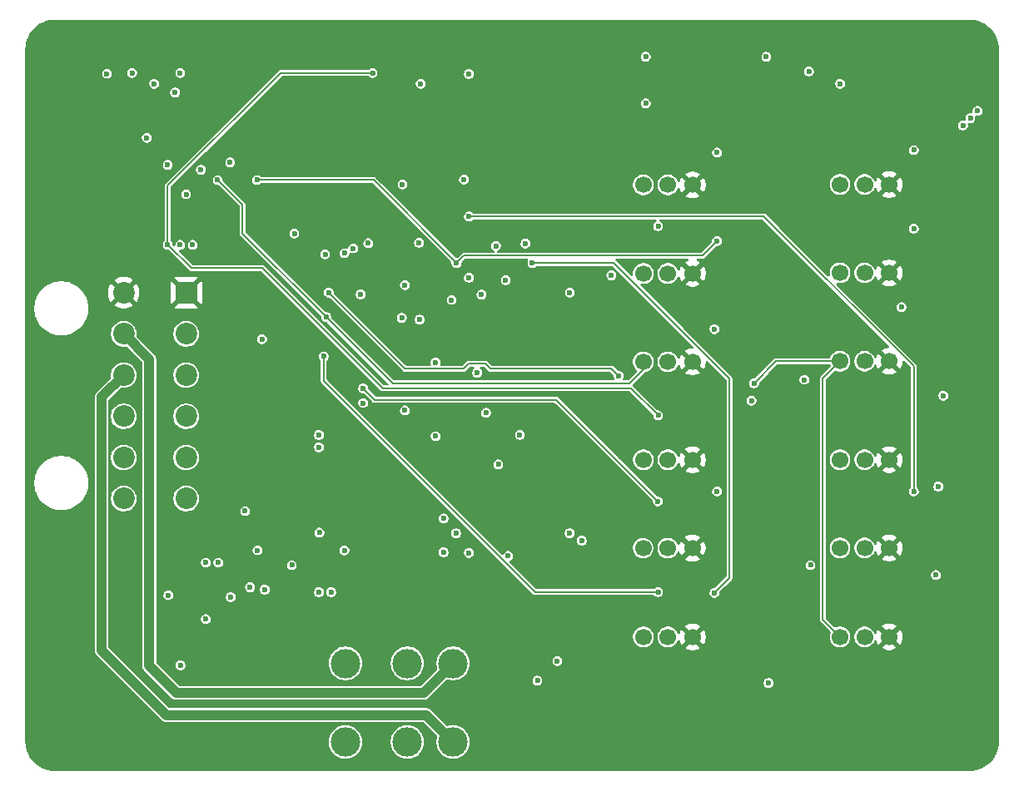
<source format=gbr>
%TF.GenerationSoftware,KiCad,Pcbnew,9.0.3*%
%TF.CreationDate,2025-12-22T22:43:45+07:00*%
%TF.ProjectId,BSPD v4 Rev 5,42535044-2076-4342-9052-657620352e6b,rev?*%
%TF.SameCoordinates,Original*%
%TF.FileFunction,Copper,L2,Inr*%
%TF.FilePolarity,Positive*%
%FSLAX46Y46*%
G04 Gerber Fmt 4.6, Leading zero omitted, Abs format (unit mm)*
G04 Created by KiCad (PCBNEW 9.0.3) date 2025-12-22 22:43:45*
%MOMM*%
%LPD*%
G01*
G04 APERTURE LIST*
G04 Aperture macros list*
%AMRoundRect*
0 Rectangle with rounded corners*
0 $1 Rounding radius*
0 $2 $3 $4 $5 $6 $7 $8 $9 X,Y pos of 4 corners*
0 Add a 4 corners polygon primitive as box body*
4,1,4,$2,$3,$4,$5,$6,$7,$8,$9,$2,$3,0*
0 Add four circle primitives for the rounded corners*
1,1,$1+$1,$2,$3*
1,1,$1+$1,$4,$5*
1,1,$1+$1,$6,$7*
1,1,$1+$1,$8,$9*
0 Add four rect primitives between the rounded corners*
20,1,$1+$1,$2,$3,$4,$5,0*
20,1,$1+$1,$4,$5,$6,$7,0*
20,1,$1+$1,$6,$7,$8,$9,0*
20,1,$1+$1,$8,$9,$2,$3,0*%
G04 Aperture macros list end*
%TA.AperFunction,ComponentPad*%
%ADD10C,0.800000*%
%TD*%
%TA.AperFunction,ComponentPad*%
%ADD11C,6.400000*%
%TD*%
%TA.AperFunction,ComponentPad*%
%ADD12C,1.700000*%
%TD*%
%TA.AperFunction,ComponentPad*%
%ADD13RoundRect,0.150000X0.960000X-0.950000X0.960000X0.950000X-0.960000X0.950000X-0.960000X-0.950000X0*%
%TD*%
%TA.AperFunction,ComponentPad*%
%ADD14C,2.200000*%
%TD*%
%TA.AperFunction,ComponentPad*%
%ADD15C,3.000000*%
%TD*%
%TA.AperFunction,ViaPad*%
%ADD16C,0.600000*%
%TD*%
%TA.AperFunction,Conductor*%
%ADD17C,0.200000*%
%TD*%
%TA.AperFunction,Conductor*%
%ADD18C,1.000000*%
%TD*%
G04 APERTURE END LIST*
D10*
%TO.N,GND*%
%TO.C,H4*%
X234950000Y-141000000D03*
X235652944Y-139302944D03*
X235652944Y-142697056D03*
X237350000Y-138600000D03*
D11*
X237350000Y-141000000D03*
D10*
X237350000Y-143400000D03*
X239047056Y-139302944D03*
X239047056Y-142697056D03*
X239750000Y-141000000D03*
%TD*%
D12*
%TO.N,+5V*%
%TO.C,RV2*%
X204500000Y-93805000D03*
%TO.N,Net-(U1B--)*%
X207000000Y-93805000D03*
%TO.N,GND*%
X209500000Y-93805000D03*
%TD*%
D13*
%TO.N,GND*%
%TO.C,J1*%
X158000000Y-95770000D03*
D14*
%TO.N,Net-(J1-Pad2)*%
X158000000Y-99960000D03*
%TO.N,Net-(J1-Pad3)*%
X158000000Y-104150000D03*
%TO.N,Net-(J1-Pad4)*%
X158000000Y-108350000D03*
%TO.N,Net-(J1-Pad5)*%
X158000000Y-112540000D03*
%TO.N,+5V*%
X158000000Y-116730000D03*
%TO.N,+12V*%
X151650000Y-116730000D03*
%TO.N,BSPD_status(12V)*%
X151650000Y-112540000D03*
%TO.N,Relay_com*%
X151650000Y-108350000D03*
%TO.N,Relay_NO*%
X151650000Y-104150000D03*
%TO.N,Relay_NC*%
X151650000Y-99960000D03*
%TO.N,GND*%
X151650000Y-95770000D03*
%TD*%
D15*
%TO.N,Relay_com*%
%TO.C,U23*%
X174200000Y-133500000D03*
X174200000Y-141500000D03*
%TO.N,BSPD_status(12V)*%
X180500000Y-141500000D03*
%TO.N,Relay_NO*%
X185150000Y-141500000D03*
%TO.N,Relay_NC*%
X185150000Y-133500000D03*
%TO.N,+12V*%
X180500000Y-133500000D03*
%TD*%
D12*
%TO.N,+12V*%
%TO.C,RV3*%
X204500000Y-102800000D03*
%TO.N,Net-(U1C--)*%
X207000000Y-102800000D03*
%TO.N,GND*%
X209500000Y-102800000D03*
%TD*%
%TO.N,+5V*%
%TO.C,RV7*%
X224500000Y-84750000D03*
%TO.N,Net-(U2C--)*%
X227000000Y-84750000D03*
%TO.N,GND*%
X229500000Y-84750000D03*
%TD*%
D10*
%TO.N,GND*%
%TO.C,H2*%
X234950000Y-71400000D03*
X235652944Y-69702944D03*
X235652944Y-73097056D03*
X237350000Y-69000000D03*
D11*
X237350000Y-71400000D03*
D10*
X237350000Y-73800000D03*
X239047056Y-69702944D03*
X239047056Y-73097056D03*
X239750000Y-71400000D03*
%TD*%
%TO.N,GND*%
%TO.C,H3*%
X142600000Y-141000000D03*
X143302944Y-139302944D03*
X143302944Y-142697056D03*
X145000000Y-138600000D03*
D11*
X145000000Y-141000000D03*
D10*
X145000000Y-143400000D03*
X146697056Y-139302944D03*
X146697056Y-142697056D03*
X147400000Y-141000000D03*
%TD*%
D12*
%TO.N,+5V*%
%TO.C,RV4*%
X204500000Y-112780000D03*
%TO.N,Net-(U1D--)*%
X207000000Y-112780000D03*
%TO.N,GND*%
X209500000Y-112780000D03*
%TD*%
%TO.N,+12V*%
%TO.C,RV12*%
X224500000Y-130800000D03*
%TO.N,Net-(U3D--)*%
X227000000Y-130800000D03*
%TO.N,GND*%
X229500000Y-130800000D03*
%TD*%
%TO.N,+5V*%
%TO.C,RV11*%
X224500000Y-121750000D03*
%TO.N,Net-(U3C--)*%
X227000000Y-121750000D03*
%TO.N,GND*%
X229500000Y-121750000D03*
%TD*%
D10*
%TO.N,GND*%
%TO.C,H1*%
X142600000Y-71400000D03*
X143302944Y-69702944D03*
X143302944Y-73097056D03*
X145000000Y-69000000D03*
D11*
X145000000Y-71400000D03*
D10*
X145000000Y-73800000D03*
X146697056Y-69702944D03*
X146697056Y-73097056D03*
X147400000Y-71400000D03*
%TD*%
D12*
%TO.N,+5V*%
%TO.C,RV8*%
X224500000Y-93750000D03*
%TO.N,Net-(U2D--)*%
X227000000Y-93750000D03*
%TO.N,GND*%
X229500000Y-93750000D03*
%TD*%
%TO.N,+12V*%
%TO.C,RV6*%
X204500000Y-130810000D03*
%TO.N,Net-(U2B--)*%
X207000000Y-130810000D03*
%TO.N,GND*%
X209500000Y-130810000D03*
%TD*%
%TO.N,+5V*%
%TO.C,RV10*%
X224500000Y-112765000D03*
%TO.N,Net-(U3B--)*%
X227000000Y-112765000D03*
%TO.N,GND*%
X229500000Y-112765000D03*
%TD*%
%TO.N,+5V*%
%TO.C,RV1*%
X204500000Y-84800000D03*
%TO.N,Net-(U1A--)*%
X207000000Y-84800000D03*
%TO.N,GND*%
X209500000Y-84800000D03*
%TD*%
%TO.N,+5V*%
%TO.C,RV5*%
X204475000Y-121770000D03*
%TO.N,Net-(U2A--)*%
X206975000Y-121770000D03*
%TO.N,GND*%
X209475000Y-121770000D03*
%TD*%
%TO.N,+12V*%
%TO.C,RV9*%
X224500000Y-102740000D03*
%TO.N,Net-(U3A--)*%
X227000000Y-102740000D03*
%TO.N,GND*%
X229500000Y-102740000D03*
%TD*%
D16*
%TO.N,GND*%
X196750000Y-74000000D03*
X190750000Y-127200000D03*
X200500000Y-74000000D03*
X200500000Y-80750000D03*
X207250000Y-79250000D03*
X169950000Y-128800000D03*
X201250000Y-80750000D03*
X169300000Y-115750000D03*
X177400000Y-111200000D03*
X190300000Y-85000000D03*
X200500000Y-81500000D03*
X193850000Y-87150000D03*
X195250000Y-75500000D03*
X198250000Y-78500000D03*
X201250000Y-76250000D03*
X195250000Y-79250000D03*
X195250000Y-80750000D03*
X191500000Y-78500000D03*
X194500000Y-75500000D03*
X199000000Y-77000000D03*
X171450000Y-128050000D03*
X201250000Y-77000000D03*
X195800000Y-138450000D03*
X193450000Y-101800000D03*
X186250000Y-78500000D03*
X179000000Y-78500000D03*
X202750000Y-77750000D03*
X175900000Y-112700000D03*
X202000000Y-75500000D03*
X167000000Y-77000000D03*
X196750000Y-75500000D03*
X169300000Y-108750000D03*
X206500000Y-79250000D03*
X197500000Y-75500000D03*
X175900000Y-111950000D03*
X172250000Y-81250000D03*
X192250000Y-128700000D03*
X194500000Y-78500000D03*
X199750000Y-77000000D03*
X193850000Y-120650000D03*
X158750000Y-80000000D03*
X196750000Y-77750000D03*
X187750000Y-77000000D03*
X203750000Y-139850000D03*
X202000000Y-81500000D03*
X199000000Y-80000000D03*
X210250000Y-79250000D03*
X193000000Y-78500000D03*
X199750000Y-74000000D03*
X188000000Y-121850000D03*
X196000000Y-78500000D03*
X201250000Y-81500000D03*
X188500000Y-77750000D03*
X198300000Y-106250000D03*
X200500000Y-76250000D03*
X200550000Y-108200000D03*
X197500000Y-73250000D03*
X192250000Y-127950000D03*
X206500000Y-78500000D03*
X167750000Y-77000000D03*
X199000000Y-99750000D03*
X202750000Y-80750000D03*
X180450000Y-121900000D03*
X191500000Y-127950000D03*
X199000000Y-76250000D03*
X169400000Y-88750000D03*
X196750000Y-78500000D03*
X198550000Y-101900000D03*
X189250000Y-78500000D03*
X201250000Y-75500000D03*
X197500000Y-76250000D03*
X170700000Y-129550000D03*
X189350000Y-95950000D03*
X201250000Y-80000000D03*
X187000000Y-77750000D03*
X176650000Y-117000000D03*
X197500000Y-79250000D03*
X199000000Y-78500000D03*
X177500000Y-77000000D03*
X199750000Y-80750000D03*
X188350000Y-113000000D03*
X193600000Y-99500000D03*
X184350000Y-113050000D03*
X205750000Y-79250000D03*
X204250000Y-78500000D03*
X185500000Y-91000000D03*
X199750000Y-76250000D03*
X193000000Y-77750000D03*
X167750000Y-78500000D03*
X198250000Y-81500000D03*
X199000000Y-77750000D03*
X202750000Y-77000000D03*
X198250000Y-77750000D03*
X196750000Y-77000000D03*
X208750000Y-79250000D03*
X200500000Y-78500000D03*
X196000000Y-74000000D03*
X179000000Y-77000000D03*
X197500000Y-78500000D03*
X199000000Y-101250000D03*
X190000000Y-77000000D03*
X201250000Y-78500000D03*
X179060000Y-94212500D03*
X201250000Y-77750000D03*
X198250000Y-73250000D03*
X178250000Y-77750000D03*
X202000000Y-80750000D03*
X196000000Y-81500000D03*
X190750000Y-77750000D03*
X196000000Y-75500000D03*
X202750000Y-81500000D03*
X181150000Y-127950000D03*
X196750000Y-74750000D03*
X196000000Y-77750000D03*
X195900000Y-101850000D03*
X219500000Y-138450000D03*
X197500000Y-74000000D03*
X194500000Y-80000000D03*
X160950000Y-87250000D03*
X201250000Y-79250000D03*
X170700000Y-128050000D03*
X175400000Y-122050000D03*
X199000000Y-74000000D03*
X196750000Y-76250000D03*
X202000000Y-77750000D03*
X183400000Y-84950000D03*
X198300000Y-117000000D03*
X172650000Y-91150000D03*
X190000000Y-78500000D03*
X209500000Y-78500000D03*
X196000000Y-77000000D03*
X194500000Y-79250000D03*
X194500000Y-80750000D03*
X199000000Y-81500000D03*
X196750000Y-79250000D03*
X199000000Y-79250000D03*
X187750000Y-78500000D03*
X193750000Y-78500000D03*
X158750000Y-125000000D03*
X190750000Y-128700000D03*
X202750000Y-78500000D03*
X177500000Y-77750000D03*
X214350000Y-119000000D03*
X208000000Y-79250000D03*
X202000000Y-79250000D03*
X167800000Y-100300000D03*
X169950000Y-128050000D03*
X199750000Y-73250000D03*
X196000000Y-79250000D03*
X197500000Y-77750000D03*
X187000000Y-78500000D03*
X177400000Y-111950000D03*
X198250000Y-80000000D03*
X199750000Y-79250000D03*
X199550000Y-125550000D03*
X196750000Y-80750000D03*
X198250000Y-80750000D03*
X200500000Y-75500000D03*
X185500000Y-78500000D03*
X210250000Y-78500000D03*
X186700000Y-91000000D03*
X188500000Y-78500000D03*
X191500000Y-77750000D03*
X197650000Y-87150000D03*
X199750000Y-80000000D03*
X194500000Y-74750000D03*
X209750000Y-116600000D03*
X188500000Y-77000000D03*
X170750000Y-81250000D03*
X195250000Y-78500000D03*
X169200000Y-103750000D03*
X195250000Y-77000000D03*
X197500000Y-80750000D03*
X205750000Y-78500000D03*
X193750000Y-77000000D03*
X167000000Y-77750000D03*
X195250000Y-74000000D03*
X192250000Y-127200000D03*
X194050000Y-114450000D03*
X196000000Y-74750000D03*
X200500000Y-74750000D03*
X193750000Y-77750000D03*
X198250000Y-76250000D03*
X199750000Y-77750000D03*
X169950000Y-129550000D03*
X193000000Y-77000000D03*
X187000000Y-77000000D03*
X197500000Y-74750000D03*
X199750000Y-81500000D03*
X187750000Y-77750000D03*
X195250000Y-76250000D03*
X198250000Y-74750000D03*
X208750000Y-78500000D03*
X208000000Y-78500000D03*
X199000000Y-74750000D03*
X191500000Y-77000000D03*
X199000000Y-100500000D03*
X195250000Y-74750000D03*
X202000000Y-77000000D03*
X207250000Y-78500000D03*
X199000000Y-75500000D03*
X205000000Y-79250000D03*
X199750000Y-78500000D03*
X198250000Y-75500000D03*
X179000000Y-77750000D03*
X186250000Y-77750000D03*
X190750000Y-77000000D03*
X174100000Y-90850000D03*
X197500000Y-80000000D03*
X190000000Y-77750000D03*
X205000000Y-78500000D03*
X170700000Y-128800000D03*
X201250000Y-74750000D03*
X196000000Y-76250000D03*
X202000000Y-76250000D03*
X176650000Y-122050000D03*
X195250000Y-77750000D03*
X200500000Y-80000000D03*
X200500000Y-79250000D03*
X197500000Y-77000000D03*
X171450000Y-129550000D03*
X178250000Y-77000000D03*
X198250000Y-77000000D03*
X200500000Y-77000000D03*
X171450000Y-128800000D03*
X194500000Y-77750000D03*
X189250000Y-77750000D03*
X191500000Y-127200000D03*
X191500000Y-128700000D03*
X199000000Y-80750000D03*
X195250000Y-80000000D03*
X159500000Y-133950000D03*
X192250000Y-77750000D03*
X168500000Y-77000000D03*
X199000000Y-73250000D03*
X194400000Y-116800000D03*
X190750000Y-127950000D03*
X176650000Y-111950000D03*
X196000000Y-80000000D03*
X194500000Y-76250000D03*
X209500000Y-79250000D03*
X176650000Y-111200000D03*
X177500000Y-78500000D03*
X168500000Y-78500000D03*
X202000000Y-78500000D03*
X199750000Y-75500000D03*
X196000000Y-80750000D03*
X197500000Y-81500000D03*
X194500000Y-77000000D03*
X176650000Y-112700000D03*
X168500000Y-77750000D03*
X171500000Y-81250000D03*
X171700000Y-113000000D03*
X192250000Y-77000000D03*
X202000000Y-80000000D03*
X167750000Y-77750000D03*
X196750000Y-80000000D03*
X202750000Y-80000000D03*
X196000000Y-73250000D03*
X189250000Y-77000000D03*
X195250000Y-81500000D03*
X199750000Y-74750000D03*
X196750000Y-73250000D03*
X196750000Y-81500000D03*
X167550000Y-98350000D03*
X192250000Y-78500000D03*
X203500000Y-78500000D03*
X200500000Y-77750000D03*
X204250000Y-79250000D03*
X202750000Y-76250000D03*
X167000000Y-78500000D03*
X202750000Y-79250000D03*
X198250000Y-74000000D03*
X198250000Y-79250000D03*
X203500000Y-79250000D03*
X190750000Y-78500000D03*
X175900000Y-111200000D03*
X178250000Y-78500000D03*
%TO.N,+5V*%
X181690000Y-90690000D03*
X187593750Y-103906250D03*
X166000000Y-126000000D03*
X171555000Y-120195000D03*
X189750000Y-113250000D03*
X179930000Y-98320000D03*
X157440000Y-133690000D03*
X180250000Y-107750000D03*
%TO.N,BRK2*%
X160000000Y-123250000D03*
X164000000Y-118000000D03*
X204750000Y-76500000D03*
%TO.N,BRK1*%
X204750000Y-71750000D03*
X176000000Y-107000000D03*
%TO.N,TPS2*%
X157400000Y-90900000D03*
X165712500Y-100500000D03*
X149948132Y-73473554D03*
%TO.N,+12V*%
X184190000Y-118750000D03*
X161210000Y-84300000D03*
X215750000Y-105000000D03*
X172250000Y-98250000D03*
X154000000Y-80000000D03*
%TO.N,TPS1*%
X152500000Y-73400000D03*
X156130000Y-82750000D03*
%TO.N,Net-(U27A-+)*%
X186750000Y-122250000D03*
X183370000Y-102870000D03*
X180250000Y-95000000D03*
X180000000Y-84750000D03*
%TO.N,Net-(U1A--)*%
X157392857Y-73392857D03*
X159500000Y-83250000D03*
%TO.N,Net-(U1B--)*%
X156875000Y-75375000D03*
X206000000Y-89000000D03*
X158000000Y-85750000D03*
%TO.N,Net-(U2A--)*%
X176000000Y-105500000D03*
X205975000Y-117000000D03*
X181857143Y-74500000D03*
%TO.N,Net-(U2B--)*%
X206000000Y-126250000D03*
X172000000Y-102250000D03*
X186750000Y-73500000D03*
%TO.N,Net-(U27B-+)*%
X188500000Y-108000000D03*
X185000000Y-96500000D03*
X186250000Y-84250000D03*
%TO.N,Logic_state*%
X195750000Y-133250000D03*
X193725000Y-135250000D03*
X171500000Y-126250000D03*
%TO.N,Net-(U1C--)*%
X158670000Y-90900000D03*
X154750000Y-74500000D03*
%TO.N,Net-(U2C--)*%
X171500000Y-111500000D03*
X217000000Y-71750000D03*
%TO.N,Net-(U3A--)*%
X160000000Y-129000000D03*
X224500000Y-74500000D03*
%TO.N,Net-(U3B--)*%
X237000000Y-78750000D03*
X162540000Y-126750000D03*
%TO.N,Net-(U3C--)*%
X161270000Y-123250000D03*
X237750000Y-78000000D03*
%TO.N,Net-(U1D--)*%
X176964286Y-73400000D03*
X156130000Y-90870000D03*
X206000000Y-108250000D03*
%TO.N,Net-(U2D--)*%
X221333333Y-73250000D03*
X171500000Y-110250000D03*
%TO.N,Net-(U3D--)*%
X164500000Y-125750000D03*
X238483662Y-77266338D03*
%TO.N,TPS1_sense*%
X162480000Y-82500000D03*
X212000000Y-81500000D03*
%TO.N,TPS1_con*%
X165200000Y-84300000D03*
X212000000Y-90500000D03*
X185500000Y-92750000D03*
%TO.N,TPS1_over*%
X169000000Y-89750000D03*
X192500000Y-90750000D03*
X211725000Y-99475000D03*
%TO.N,TPS2_sense*%
X215500000Y-106750000D03*
X202000000Y-104250000D03*
X172500000Y-95750000D03*
%TO.N,TPS2_con*%
X186770000Y-94250000D03*
X212000000Y-116000000D03*
%TO.N,TPS2_over*%
X193210000Y-92750000D03*
X211725000Y-126310000D03*
X181750000Y-98500000D03*
%TO.N,BRK1_sense*%
X232000000Y-81250000D03*
X175750000Y-95940000D03*
X183370000Y-110380000D03*
%TO.N,BRK1_con*%
X232000000Y-89250000D03*
X189500000Y-91000000D03*
%TO.N,BRK1_over*%
X201250000Y-94000000D03*
X230750000Y-97250000D03*
%TO.N,BRK2_sense*%
X220875000Y-104625000D03*
X235000000Y-106250000D03*
X156190000Y-126560000D03*
X172132230Y-91867771D03*
%TO.N,BRK2_con*%
X186770000Y-88000000D03*
X165262500Y-121987500D03*
X234500000Y-115500000D03*
X232000000Y-116000000D03*
%TO.N,BRK2_over*%
X197020000Y-95750000D03*
X221500000Y-123500000D03*
X234250000Y-124500000D03*
X168750000Y-123500000D03*
%TO.N,Net-(U21C-3A)*%
X175000000Y-91250000D03*
X184190000Y-122190000D03*
%TO.N,Net-(U21C-3B)*%
X176520000Y-90730000D03*
X185460000Y-120250000D03*
%TO.N,Net-(U21C-3Y)*%
X217225000Y-135500000D03*
X174095000Y-122000000D03*
X174095000Y-91750000D03*
X172750000Y-126250000D03*
%TO.N,Net-(U17B-2Y)*%
X190750000Y-122560000D03*
X188040000Y-95960000D03*
%TO.N,Net-(U17C-3Y)*%
X197000000Y-120250000D03*
X190500000Y-94500000D03*
%TO.N,Net-(U18-Pad6)*%
X198250000Y-121000000D03*
X191940000Y-110250000D03*
%TD*%
D17*
%TO.N,+12V*%
X222750000Y-104490000D02*
X224500000Y-102740000D01*
X215750000Y-105000000D02*
X218010000Y-102740000D01*
X218010000Y-102740000D02*
X224500000Y-102740000D01*
X204500000Y-103560147D02*
X203060147Y-105000000D01*
X163750000Y-86840000D02*
X161210000Y-84300000D01*
X224500000Y-130800000D02*
X222750000Y-129050000D01*
X179000000Y-105000000D02*
X172250000Y-98250000D01*
X163750000Y-89750000D02*
X163750000Y-86840000D01*
X204500000Y-102800000D02*
X204500000Y-103560147D01*
X172250000Y-98250000D02*
X163750000Y-89750000D01*
X203060147Y-105000000D02*
X179000000Y-105000000D01*
X222750000Y-129050000D02*
X222750000Y-104490000D01*
D18*
%TO.N,Relay_NO*%
X182400000Y-138750000D02*
X156000000Y-138750000D01*
X149400000Y-106400000D02*
X151650000Y-104150000D01*
X149400000Y-132150000D02*
X149400000Y-106400000D01*
X156000000Y-138750000D02*
X149400000Y-132150000D01*
X185150000Y-141500000D02*
X182400000Y-138750000D01*
%TO.N,Relay_NC*%
X182150000Y-136500000D02*
X157000000Y-136500000D01*
X154250000Y-133750000D02*
X154250000Y-102560000D01*
X157000000Y-136500000D02*
X154250000Y-133750000D01*
X185150000Y-133500000D02*
X182150000Y-136500000D01*
X154250000Y-102560000D02*
X151650000Y-99960000D01*
D17*
%TO.N,Net-(U2A--)*%
X195664000Y-106689000D02*
X177189000Y-106689000D01*
X177189000Y-106689000D02*
X176000000Y-105500000D01*
X205975000Y-117000000D02*
X195664000Y-106689000D01*
%TO.N,Net-(U2B--)*%
X206000000Y-126250000D02*
X193500001Y-126250000D01*
X193500001Y-126250000D02*
X172000000Y-104749999D01*
X172000000Y-104749999D02*
X172000000Y-102250000D01*
%TO.N,Net-(U1D--)*%
X203250000Y-105500000D02*
X178000000Y-105500000D01*
X167600000Y-73400000D02*
X176964286Y-73400000D01*
X158510000Y-93250000D02*
X156130000Y-90870000D01*
X165750000Y-93250000D02*
X158510000Y-93250000D01*
X156130000Y-84870000D02*
X167600000Y-73400000D01*
X156130000Y-90870000D02*
X156130000Y-84870000D01*
X206000000Y-108250000D02*
X203250000Y-105500000D01*
X178000000Y-105500000D02*
X165750000Y-93250000D01*
%TO.N,TPS1_con*%
X212000000Y-90500000D02*
X210500000Y-92000000D01*
X185500000Y-92749999D02*
X185500000Y-92750000D01*
X210500000Y-92000000D02*
X186249999Y-92000000D01*
X185500000Y-92750000D02*
X177050000Y-84300000D01*
X186249999Y-92000000D02*
X185500000Y-92749999D01*
X177050000Y-84300000D02*
X165200000Y-84300000D01*
%TO.N,TPS2_sense*%
X188904750Y-103500000D02*
X188404750Y-103000000D01*
X186750000Y-103000000D02*
X186250000Y-103500000D01*
X180250000Y-103500000D02*
X172500000Y-95750000D01*
X186250000Y-103500000D02*
X180250000Y-103500000D01*
X202000000Y-104250000D02*
X201250000Y-103500000D01*
X201250000Y-103500000D02*
X188904750Y-103500000D01*
X188404750Y-103000000D02*
X186750000Y-103000000D01*
%TO.N,TPS2_over*%
X213250000Y-104500000D02*
X201500000Y-92750000D01*
X211725000Y-126310000D02*
X213250000Y-124785000D01*
X213250000Y-124785000D02*
X213250000Y-104500000D01*
X201500000Y-92750000D02*
X193210000Y-92750000D01*
%TO.N,BRK2_con*%
X216750000Y-88000000D02*
X186770000Y-88000000D01*
X232000000Y-103250000D02*
X216750000Y-88000000D01*
X232000000Y-116000000D02*
X232000000Y-103250000D01*
%TD*%
%TA.AperFunction,Conductor*%
%TO.N,GND*%
G36*
X237653244Y-67975670D02*
G01*
X237957046Y-67991592D01*
X237969953Y-67992949D01*
X238101089Y-68013718D01*
X238267209Y-68040028D01*
X238279896Y-68042724D01*
X238570625Y-68120625D01*
X238582965Y-68124635D01*
X238863938Y-68232490D01*
X238875790Y-68237767D01*
X239143968Y-68374411D01*
X239155199Y-68380896D01*
X239407608Y-68544812D01*
X239418109Y-68552441D01*
X239652010Y-68741850D01*
X239661655Y-68750535D01*
X239874464Y-68963344D01*
X239883149Y-68972989D01*
X240072558Y-69206890D01*
X240080187Y-69217391D01*
X240244101Y-69469796D01*
X240250591Y-69481036D01*
X240387231Y-69749206D01*
X240392510Y-69761064D01*
X240500363Y-70042033D01*
X240504374Y-70054376D01*
X240582273Y-70345097D01*
X240584971Y-70357794D01*
X240632050Y-70655046D01*
X240633407Y-70667953D01*
X240649330Y-70971756D01*
X240649500Y-70978246D01*
X240649500Y-141471753D01*
X240649330Y-141478243D01*
X240633407Y-141782046D01*
X240632050Y-141794953D01*
X240584971Y-142092205D01*
X240582273Y-142104902D01*
X240504374Y-142395623D01*
X240500363Y-142407966D01*
X240392510Y-142688935D01*
X240387231Y-142700793D01*
X240250591Y-142968963D01*
X240244101Y-142980203D01*
X240080187Y-143232608D01*
X240072558Y-143243109D01*
X239883149Y-143477010D01*
X239874464Y-143486655D01*
X239661655Y-143699464D01*
X239652010Y-143708149D01*
X239418109Y-143897558D01*
X239407608Y-143905187D01*
X239155203Y-144069101D01*
X239143963Y-144075591D01*
X238875793Y-144212231D01*
X238863935Y-144217510D01*
X238582966Y-144325363D01*
X238570623Y-144329374D01*
X238279902Y-144407273D01*
X238267205Y-144409971D01*
X237969953Y-144457050D01*
X237957046Y-144458407D01*
X237653244Y-144474330D01*
X237646754Y-144474500D01*
X144653246Y-144474500D01*
X144646756Y-144474330D01*
X144342953Y-144458407D01*
X144330046Y-144457050D01*
X144032794Y-144409971D01*
X144020097Y-144407273D01*
X143729376Y-144329374D01*
X143717033Y-144325363D01*
X143436064Y-144217510D01*
X143424206Y-144212231D01*
X143156036Y-144075591D01*
X143144796Y-144069101D01*
X142892391Y-143905187D01*
X142881890Y-143897558D01*
X142647989Y-143708149D01*
X142638344Y-143699464D01*
X142425535Y-143486655D01*
X142416850Y-143477010D01*
X142227441Y-143243109D01*
X142219812Y-143232608D01*
X142198961Y-143200500D01*
X142055896Y-142980199D01*
X142049408Y-142968963D01*
X142022904Y-142916947D01*
X141912767Y-142700790D01*
X141907489Y-142688935D01*
X141814532Y-142446773D01*
X141799635Y-142407965D01*
X141795625Y-142395623D01*
X141757604Y-142253726D01*
X141717724Y-142104896D01*
X141715028Y-142092205D01*
X141667949Y-141794953D01*
X141666592Y-141782046D01*
X141650670Y-141478243D01*
X141650500Y-141471753D01*
X141650500Y-141388549D01*
X172499500Y-141388549D01*
X172499500Y-141611450D01*
X172499501Y-141611466D01*
X172528594Y-141832452D01*
X172528595Y-141832457D01*
X172528596Y-141832463D01*
X172528597Y-141832465D01*
X172586290Y-142047780D01*
X172586293Y-142047790D01*
X172609950Y-142104902D01*
X172671595Y-142253726D01*
X172783052Y-142446774D01*
X172783057Y-142446780D01*
X172783058Y-142446782D01*
X172918751Y-142623622D01*
X172918757Y-142623629D01*
X173076370Y-142781242D01*
X173076376Y-142781247D01*
X173253226Y-142916948D01*
X173446274Y-143028405D01*
X173652219Y-143113710D01*
X173867537Y-143171404D01*
X174088543Y-143200500D01*
X174088550Y-143200500D01*
X174311450Y-143200500D01*
X174311457Y-143200500D01*
X174532463Y-143171404D01*
X174747781Y-143113710D01*
X174953726Y-143028405D01*
X175146774Y-142916948D01*
X175323624Y-142781247D01*
X175481247Y-142623624D01*
X175616948Y-142446774D01*
X175728405Y-142253726D01*
X175813710Y-142047781D01*
X175871404Y-141832463D01*
X175900500Y-141611457D01*
X175900500Y-141388549D01*
X178799500Y-141388549D01*
X178799500Y-141611450D01*
X178799501Y-141611466D01*
X178828594Y-141832452D01*
X178828595Y-141832457D01*
X178828596Y-141832463D01*
X178828597Y-141832465D01*
X178886290Y-142047780D01*
X178886293Y-142047790D01*
X178909950Y-142104902D01*
X178971595Y-142253726D01*
X179083052Y-142446774D01*
X179083057Y-142446780D01*
X179083058Y-142446782D01*
X179218751Y-142623622D01*
X179218757Y-142623629D01*
X179376370Y-142781242D01*
X179376376Y-142781247D01*
X179553226Y-142916948D01*
X179746274Y-143028405D01*
X179952219Y-143113710D01*
X180167537Y-143171404D01*
X180388543Y-143200500D01*
X180388550Y-143200500D01*
X180611450Y-143200500D01*
X180611457Y-143200500D01*
X180832463Y-143171404D01*
X181047781Y-143113710D01*
X181253726Y-143028405D01*
X181446774Y-142916948D01*
X181623624Y-142781247D01*
X181781247Y-142623624D01*
X181916948Y-142446774D01*
X182028405Y-142253726D01*
X182113710Y-142047781D01*
X182171404Y-141832463D01*
X182200500Y-141611457D01*
X182200500Y-141388543D01*
X182171404Y-141167537D01*
X182113710Y-140952219D01*
X182028405Y-140746274D01*
X181916948Y-140553226D01*
X181781247Y-140376376D01*
X181781242Y-140376370D01*
X181623629Y-140218757D01*
X181623622Y-140218751D01*
X181446782Y-140083058D01*
X181446780Y-140083057D01*
X181446774Y-140083052D01*
X181253726Y-139971595D01*
X181253722Y-139971593D01*
X181047790Y-139886293D01*
X181047783Y-139886291D01*
X181047781Y-139886290D01*
X180832463Y-139828596D01*
X180832457Y-139828595D01*
X180832452Y-139828594D01*
X180611466Y-139799501D01*
X180611463Y-139799500D01*
X180611457Y-139799500D01*
X180388543Y-139799500D01*
X180388537Y-139799500D01*
X180388533Y-139799501D01*
X180167547Y-139828594D01*
X180167540Y-139828595D01*
X180167537Y-139828596D01*
X179952219Y-139886290D01*
X179952209Y-139886293D01*
X179746277Y-139971593D01*
X179746273Y-139971595D01*
X179553226Y-140083052D01*
X179553217Y-140083058D01*
X179376377Y-140218751D01*
X179376370Y-140218757D01*
X179218757Y-140376370D01*
X179218751Y-140376377D01*
X179083058Y-140553217D01*
X179083052Y-140553226D01*
X178971595Y-140746273D01*
X178971593Y-140746277D01*
X178886293Y-140952209D01*
X178886290Y-140952219D01*
X178828597Y-141167534D01*
X178828594Y-141167547D01*
X178799501Y-141388533D01*
X178799500Y-141388549D01*
X175900500Y-141388549D01*
X175900500Y-141388543D01*
X175871404Y-141167537D01*
X175813710Y-140952219D01*
X175728405Y-140746274D01*
X175616948Y-140553226D01*
X175481247Y-140376376D01*
X175481242Y-140376370D01*
X175323629Y-140218757D01*
X175323622Y-140218751D01*
X175146782Y-140083058D01*
X175146780Y-140083057D01*
X175146774Y-140083052D01*
X174953726Y-139971595D01*
X174953722Y-139971593D01*
X174747790Y-139886293D01*
X174747783Y-139886291D01*
X174747781Y-139886290D01*
X174532463Y-139828596D01*
X174532457Y-139828595D01*
X174532452Y-139828594D01*
X174311466Y-139799501D01*
X174311463Y-139799500D01*
X174311457Y-139799500D01*
X174088543Y-139799500D01*
X174088537Y-139799500D01*
X174088533Y-139799501D01*
X173867547Y-139828594D01*
X173867540Y-139828595D01*
X173867537Y-139828596D01*
X173652219Y-139886290D01*
X173652209Y-139886293D01*
X173446277Y-139971593D01*
X173446273Y-139971595D01*
X173253226Y-140083052D01*
X173253217Y-140083058D01*
X173076377Y-140218751D01*
X173076370Y-140218757D01*
X172918757Y-140376370D01*
X172918751Y-140376377D01*
X172783058Y-140553217D01*
X172783052Y-140553226D01*
X172671595Y-140746273D01*
X172671593Y-140746277D01*
X172586293Y-140952209D01*
X172586290Y-140952219D01*
X172528597Y-141167534D01*
X172528594Y-141167547D01*
X172499501Y-141388533D01*
X172499500Y-141388549D01*
X141650500Y-141388549D01*
X141650500Y-132218996D01*
X148699499Y-132218996D01*
X148726418Y-132354322D01*
X148726421Y-132354332D01*
X148779222Y-132481807D01*
X148855887Y-132596545D01*
X155553454Y-139294112D01*
X155668192Y-139370777D01*
X155795667Y-139423578D01*
X155795672Y-139423580D01*
X155795676Y-139423580D01*
X155795677Y-139423581D01*
X155931004Y-139450500D01*
X155931007Y-139450500D01*
X156068994Y-139450500D01*
X182058481Y-139450500D01*
X182125520Y-139470185D01*
X182146162Y-139486819D01*
X183501574Y-140842231D01*
X183535059Y-140903554D01*
X183533668Y-140962005D01*
X183478597Y-141167534D01*
X183478594Y-141167547D01*
X183449501Y-141388533D01*
X183449500Y-141388549D01*
X183449500Y-141611450D01*
X183449501Y-141611466D01*
X183478594Y-141832452D01*
X183478595Y-141832457D01*
X183478596Y-141832463D01*
X183478597Y-141832465D01*
X183536290Y-142047780D01*
X183536293Y-142047790D01*
X183559950Y-142104902D01*
X183621595Y-142253726D01*
X183733052Y-142446774D01*
X183733057Y-142446780D01*
X183733058Y-142446782D01*
X183868751Y-142623622D01*
X183868757Y-142623629D01*
X184026370Y-142781242D01*
X184026376Y-142781247D01*
X184203226Y-142916948D01*
X184396274Y-143028405D01*
X184602219Y-143113710D01*
X184817537Y-143171404D01*
X185038543Y-143200500D01*
X185038550Y-143200500D01*
X185261450Y-143200500D01*
X185261457Y-143200500D01*
X185482463Y-143171404D01*
X185697781Y-143113710D01*
X185903726Y-143028405D01*
X186096774Y-142916948D01*
X186273624Y-142781247D01*
X186431247Y-142623624D01*
X186566948Y-142446774D01*
X186678405Y-142253726D01*
X186763710Y-142047781D01*
X186821404Y-141832463D01*
X186850500Y-141611457D01*
X186850500Y-141388543D01*
X186821404Y-141167537D01*
X186763710Y-140952219D01*
X186678405Y-140746274D01*
X186566948Y-140553226D01*
X186431247Y-140376376D01*
X186431242Y-140376370D01*
X186273629Y-140218757D01*
X186273622Y-140218751D01*
X186096782Y-140083058D01*
X186096780Y-140083057D01*
X186096774Y-140083052D01*
X185903726Y-139971595D01*
X185903722Y-139971593D01*
X185697790Y-139886293D01*
X185697783Y-139886291D01*
X185697781Y-139886290D01*
X185482463Y-139828596D01*
X185482457Y-139828595D01*
X185482452Y-139828594D01*
X185261466Y-139799501D01*
X185261463Y-139799500D01*
X185261457Y-139799500D01*
X185038543Y-139799500D01*
X185038537Y-139799500D01*
X185038533Y-139799501D01*
X184817547Y-139828594D01*
X184817540Y-139828595D01*
X184817537Y-139828596D01*
X184612004Y-139883667D01*
X184542155Y-139882005D01*
X184492231Y-139851574D01*
X182846546Y-138205888D01*
X182846545Y-138205887D01*
X182731807Y-138129222D01*
X182604332Y-138076421D01*
X182604322Y-138076418D01*
X182468996Y-138049500D01*
X182468994Y-138049500D01*
X182468993Y-138049500D01*
X156341519Y-138049500D01*
X156274480Y-138029815D01*
X156253838Y-138013181D01*
X150136819Y-131896162D01*
X150103334Y-131834839D01*
X150100500Y-131808481D01*
X150100500Y-116627648D01*
X150349500Y-116627648D01*
X150349500Y-116832351D01*
X150381522Y-117034534D01*
X150444781Y-117229223D01*
X150484571Y-117307313D01*
X150532052Y-117400500D01*
X150537715Y-117411613D01*
X150658028Y-117577213D01*
X150802786Y-117721971D01*
X150919562Y-117806812D01*
X150968390Y-117842287D01*
X151084607Y-117901503D01*
X151150776Y-117935218D01*
X151150778Y-117935218D01*
X151150781Y-117935220D01*
X151255137Y-117969127D01*
X151345465Y-117998477D01*
X151446557Y-118014488D01*
X151547648Y-118030500D01*
X151547649Y-118030500D01*
X151752351Y-118030500D01*
X151752352Y-118030500D01*
X151954534Y-117998477D01*
X152149219Y-117935220D01*
X152151398Y-117934110D01*
X152153827Y-117932872D01*
X152331610Y-117842287D01*
X152424590Y-117774732D01*
X152497213Y-117721971D01*
X152497215Y-117721968D01*
X152497219Y-117721966D01*
X152641966Y-117577219D01*
X152641968Y-117577215D01*
X152641971Y-117577213D01*
X152722486Y-117466392D01*
X152762287Y-117411610D01*
X152855220Y-117229219D01*
X152918477Y-117034534D01*
X152950500Y-116832352D01*
X152950500Y-116627648D01*
X152935605Y-116533608D01*
X152918477Y-116425465D01*
X152855218Y-116230776D01*
X152821503Y-116164607D01*
X152762287Y-116048390D01*
X152727493Y-116000500D01*
X152641971Y-115882786D01*
X152497213Y-115738028D01*
X152331613Y-115617715D01*
X152331612Y-115617714D01*
X152331610Y-115617713D01*
X152274653Y-115588691D01*
X152149223Y-115524781D01*
X151954534Y-115461522D01*
X151779995Y-115433878D01*
X151752352Y-115429500D01*
X151547648Y-115429500D01*
X151523329Y-115433351D01*
X151345465Y-115461522D01*
X151150776Y-115524781D01*
X150968386Y-115617715D01*
X150802786Y-115738028D01*
X150658028Y-115882786D01*
X150537715Y-116048386D01*
X150444781Y-116230776D01*
X150381522Y-116425465D01*
X150349500Y-116627648D01*
X150100500Y-116627648D01*
X150100500Y-112437648D01*
X150349500Y-112437648D01*
X150349500Y-112642351D01*
X150381522Y-112844534D01*
X150444781Y-113039223D01*
X150492846Y-113133554D01*
X150526362Y-113199333D01*
X150537715Y-113221613D01*
X150658028Y-113387213D01*
X150802786Y-113531971D01*
X150957749Y-113644556D01*
X150968390Y-113652287D01*
X151054066Y-113695941D01*
X151150776Y-113745218D01*
X151150778Y-113745218D01*
X151150781Y-113745220D01*
X151242835Y-113775130D01*
X151345465Y-113808477D01*
X151446557Y-113824488D01*
X151547648Y-113840500D01*
X151547649Y-113840500D01*
X151752351Y-113840500D01*
X151752352Y-113840500D01*
X151954534Y-113808477D01*
X152149219Y-113745220D01*
X152331610Y-113652287D01*
X152429763Y-113580975D01*
X152497213Y-113531971D01*
X152497215Y-113531968D01*
X152497219Y-113531966D01*
X152641966Y-113387219D01*
X152641968Y-113387215D01*
X152641971Y-113387213D01*
X152717528Y-113283216D01*
X152762287Y-113221610D01*
X152855220Y-113039219D01*
X152918477Y-112844534D01*
X152950500Y-112642352D01*
X152950500Y-112437648D01*
X152925911Y-112282402D01*
X152918477Y-112235465D01*
X152872948Y-112095342D01*
X152855220Y-112040781D01*
X152855218Y-112040778D01*
X152855218Y-112040776D01*
X152783743Y-111900500D01*
X152762287Y-111858390D01*
X152725180Y-111807316D01*
X152641971Y-111692786D01*
X152497213Y-111548028D01*
X152331613Y-111427715D01*
X152331612Y-111427714D01*
X152331610Y-111427713D01*
X152274653Y-111398691D01*
X152149223Y-111334781D01*
X151954534Y-111271522D01*
X151779995Y-111243878D01*
X151752352Y-111239500D01*
X151547648Y-111239500D01*
X151523329Y-111243351D01*
X151345465Y-111271522D01*
X151150776Y-111334781D01*
X150968386Y-111427715D01*
X150802786Y-111548028D01*
X150658028Y-111692786D01*
X150537715Y-111858386D01*
X150444781Y-112040776D01*
X150381522Y-112235465D01*
X150349500Y-112437648D01*
X150100500Y-112437648D01*
X150100500Y-108247648D01*
X150349500Y-108247648D01*
X150349500Y-108452351D01*
X150381522Y-108654534D01*
X150444781Y-108849223D01*
X150537715Y-109031613D01*
X150658028Y-109197213D01*
X150802786Y-109341971D01*
X150957749Y-109454556D01*
X150968390Y-109462287D01*
X151084607Y-109521503D01*
X151150776Y-109555218D01*
X151150778Y-109555218D01*
X151150781Y-109555220D01*
X151255137Y-109589127D01*
X151345465Y-109618477D01*
X151446557Y-109634488D01*
X151547648Y-109650500D01*
X151547649Y-109650500D01*
X151752351Y-109650500D01*
X151752352Y-109650500D01*
X151954534Y-109618477D01*
X152149219Y-109555220D01*
X152331610Y-109462287D01*
X152424590Y-109394732D01*
X152497213Y-109341971D01*
X152497215Y-109341968D01*
X152497219Y-109341966D01*
X152641966Y-109197219D01*
X152641968Y-109197215D01*
X152641971Y-109197213D01*
X152694732Y-109124590D01*
X152762287Y-109031610D01*
X152855220Y-108849219D01*
X152918477Y-108654534D01*
X152950500Y-108452352D01*
X152950500Y-108247648D01*
X152920354Y-108057314D01*
X152918477Y-108045465D01*
X152889127Y-107955137D01*
X152855220Y-107850781D01*
X152855218Y-107850778D01*
X152855218Y-107850776D01*
X152804652Y-107751536D01*
X152762287Y-107668390D01*
X152754556Y-107657749D01*
X152641971Y-107502786D01*
X152497213Y-107358028D01*
X152331613Y-107237715D01*
X152331612Y-107237714D01*
X152331610Y-107237713D01*
X152244221Y-107193186D01*
X152149223Y-107144781D01*
X151954534Y-107081522D01*
X151779995Y-107053878D01*
X151752352Y-107049500D01*
X151547648Y-107049500D01*
X151523329Y-107053351D01*
X151345465Y-107081522D01*
X151150776Y-107144781D01*
X150968386Y-107237715D01*
X150802786Y-107358028D01*
X150658028Y-107502786D01*
X150537715Y-107668386D01*
X150444781Y-107850776D01*
X150381522Y-108045465D01*
X150349500Y-108247648D01*
X150100500Y-108247648D01*
X150100500Y-106741518D01*
X150120185Y-106674479D01*
X150136814Y-106653842D01*
X151323852Y-105466803D01*
X151385173Y-105433320D01*
X151430929Y-105432013D01*
X151444169Y-105434110D01*
X151547648Y-105450500D01*
X151547649Y-105450500D01*
X151752351Y-105450500D01*
X151752352Y-105450500D01*
X151954534Y-105418477D01*
X152149219Y-105355220D01*
X152331610Y-105262287D01*
X152427408Y-105192686D01*
X152497213Y-105141971D01*
X152497215Y-105141968D01*
X152497219Y-105141966D01*
X152641966Y-104997219D01*
X152641968Y-104997215D01*
X152641971Y-104997213D01*
X152721208Y-104888151D01*
X152762287Y-104831610D01*
X152855220Y-104649219D01*
X152918477Y-104454534D01*
X152950500Y-104252352D01*
X152950500Y-104047648D01*
X152918477Y-103845466D01*
X152916817Y-103840358D01*
X152887296Y-103749500D01*
X152855220Y-103650781D01*
X152855218Y-103650778D01*
X152855218Y-103650776D01*
X152821503Y-103584607D01*
X152762287Y-103468390D01*
X152747146Y-103447550D01*
X152641971Y-103302786D01*
X152497213Y-103158028D01*
X152331613Y-103037715D01*
X152331612Y-103037714D01*
X152331610Y-103037713D01*
X152274653Y-103008691D01*
X152149223Y-102944781D01*
X151954534Y-102881522D01*
X151779995Y-102853878D01*
X151752352Y-102849500D01*
X151547648Y-102849500D01*
X151523329Y-102853351D01*
X151345465Y-102881522D01*
X151150776Y-102944781D01*
X150968386Y-103037715D01*
X150802786Y-103158028D01*
X150658028Y-103302786D01*
X150537715Y-103468386D01*
X150444781Y-103650776D01*
X150381522Y-103845465D01*
X150361459Y-103972140D01*
X150349500Y-104047648D01*
X150349500Y-104252352D01*
X150359564Y-104315891D01*
X150367986Y-104369068D01*
X150359031Y-104438362D01*
X150333194Y-104476147D01*
X148855887Y-105953454D01*
X148779222Y-106068192D01*
X148726421Y-106195667D01*
X148726418Y-106195679D01*
X148702507Y-106315886D01*
X148702507Y-106315892D01*
X148699500Y-106331007D01*
X148699500Y-132081006D01*
X148699500Y-132218994D01*
X148699500Y-132218996D01*
X148699499Y-132218996D01*
X141650500Y-132218996D01*
X141650500Y-114985528D01*
X142549500Y-114985528D01*
X142549500Y-115294471D01*
X142584086Y-115601437D01*
X142584089Y-115601455D01*
X142652831Y-115902635D01*
X142652835Y-115902647D01*
X142754862Y-116194222D01*
X142754868Y-116194236D01*
X142888903Y-116472562D01*
X142888905Y-116472565D01*
X143053265Y-116734143D01*
X143176083Y-116888152D01*
X143206670Y-116926507D01*
X143245880Y-116975674D01*
X143464326Y-117194120D01*
X143705857Y-117386735D01*
X143967435Y-117551095D01*
X144245771Y-117685135D01*
X144342968Y-117719146D01*
X144537352Y-117787164D01*
X144537364Y-117787168D01*
X144838548Y-117855911D01*
X144838554Y-117855911D01*
X144838562Y-117855913D01*
X145043206Y-117878970D01*
X145145529Y-117890499D01*
X145145532Y-117890500D01*
X145145535Y-117890500D01*
X145454468Y-117890500D01*
X145454469Y-117890499D01*
X145611356Y-117872822D01*
X145761437Y-117855913D01*
X145761442Y-117855912D01*
X145761452Y-117855911D01*
X146062636Y-117787168D01*
X146354229Y-117685135D01*
X146632565Y-117551095D01*
X146894143Y-117386735D01*
X147135674Y-117194120D01*
X147354120Y-116975674D01*
X147546735Y-116734143D01*
X147711095Y-116472565D01*
X147845135Y-116194229D01*
X147947168Y-115902636D01*
X148015911Y-115601452D01*
X148016575Y-115595565D01*
X148035285Y-115429500D01*
X148050500Y-115294465D01*
X148050500Y-114985535D01*
X148015911Y-114678548D01*
X147947168Y-114377364D01*
X147845135Y-114085771D01*
X147711095Y-113807435D01*
X147546735Y-113545857D01*
X147354120Y-113304326D01*
X147135674Y-113085880D01*
X147122709Y-113075541D01*
X146969918Y-112953694D01*
X146894143Y-112893265D01*
X146632565Y-112728905D01*
X146632562Y-112728903D01*
X146354236Y-112594868D01*
X146354222Y-112594862D01*
X146062647Y-112492835D01*
X146062635Y-112492831D01*
X145761455Y-112424089D01*
X145761437Y-112424086D01*
X145454471Y-112389500D01*
X145454465Y-112389500D01*
X145145535Y-112389500D01*
X145145528Y-112389500D01*
X144838562Y-112424086D01*
X144838544Y-112424089D01*
X144537364Y-112492831D01*
X144537352Y-112492835D01*
X144245777Y-112594862D01*
X144245763Y-112594868D01*
X143967437Y-112728903D01*
X143705858Y-112893264D01*
X143464326Y-113085879D01*
X143245879Y-113304326D01*
X143053264Y-113545858D01*
X142888903Y-113807437D01*
X142754868Y-114085763D01*
X142754862Y-114085777D01*
X142652835Y-114377352D01*
X142652831Y-114377364D01*
X142584089Y-114678544D01*
X142584086Y-114678562D01*
X142549500Y-114985528D01*
X141650500Y-114985528D01*
X141650500Y-97205528D01*
X142549500Y-97205528D01*
X142549500Y-97514471D01*
X142584086Y-97821437D01*
X142584089Y-97821455D01*
X142652831Y-98122635D01*
X142652835Y-98122647D01*
X142754862Y-98414222D01*
X142754868Y-98414236D01*
X142888903Y-98692562D01*
X142888905Y-98692565D01*
X143053265Y-98954143D01*
X143245880Y-99195674D01*
X143464326Y-99414120D01*
X143705857Y-99606735D01*
X143967435Y-99771095D01*
X144245771Y-99905135D01*
X144245777Y-99905137D01*
X144537352Y-100007164D01*
X144537364Y-100007168D01*
X144838548Y-100075911D01*
X144838554Y-100075911D01*
X144838562Y-100075913D01*
X145043206Y-100098970D01*
X145145529Y-100110499D01*
X145145532Y-100110500D01*
X145145535Y-100110500D01*
X145454468Y-100110500D01*
X145454469Y-100110499D01*
X145611356Y-100092822D01*
X145761437Y-100075913D01*
X145761442Y-100075912D01*
X145761452Y-100075911D01*
X146062636Y-100007168D01*
X146354229Y-99905135D01*
X146452836Y-99857648D01*
X150349500Y-99857648D01*
X150349500Y-100062351D01*
X150381522Y-100264534D01*
X150444781Y-100459223D01*
X150537715Y-100641613D01*
X150658028Y-100807213D01*
X150802786Y-100951971D01*
X150957749Y-101064556D01*
X150968390Y-101072287D01*
X151084607Y-101131503D01*
X151150776Y-101165218D01*
X151150778Y-101165218D01*
X151150781Y-101165220D01*
X151191096Y-101178319D01*
X151345465Y-101228477D01*
X151446557Y-101244488D01*
X151547648Y-101260500D01*
X151547649Y-101260500D01*
X151752350Y-101260500D01*
X151752352Y-101260500D01*
X151869068Y-101242013D01*
X151938362Y-101250967D01*
X151976148Y-101276805D01*
X153513181Y-102813838D01*
X153546666Y-102875161D01*
X153549500Y-102901519D01*
X153549500Y-133681006D01*
X153549500Y-133818994D01*
X153549500Y-133818996D01*
X153549499Y-133818996D01*
X153576418Y-133954322D01*
X153576421Y-133954332D01*
X153629222Y-134081807D01*
X153705887Y-134196545D01*
X153705888Y-134196546D01*
X155159840Y-135650497D01*
X156553457Y-137044114D01*
X156599412Y-137074819D01*
X156668189Y-137120775D01*
X156758332Y-137158113D01*
X156795671Y-137173580D01*
X156822591Y-137178934D01*
X156912937Y-137196905D01*
X156931006Y-137200500D01*
X156931007Y-137200500D01*
X182218996Y-137200500D01*
X182327432Y-137178930D01*
X182354328Y-137173580D01*
X182418069Y-137147177D01*
X182481807Y-137120777D01*
X182481808Y-137120776D01*
X182481811Y-137120775D01*
X182596543Y-137044114D01*
X184492232Y-135148423D01*
X184553553Y-135114940D01*
X184612000Y-135116330D01*
X184817537Y-135171404D01*
X185038543Y-135200500D01*
X185038550Y-135200500D01*
X185261450Y-135200500D01*
X185261457Y-135200500D01*
X185385967Y-135184108D01*
X193224500Y-135184108D01*
X193224500Y-135315891D01*
X193258608Y-135443187D01*
X193291554Y-135500250D01*
X193324500Y-135557314D01*
X193417686Y-135650500D01*
X193531814Y-135716392D01*
X193659108Y-135750500D01*
X193659110Y-135750500D01*
X193790890Y-135750500D01*
X193790892Y-135750500D01*
X193918186Y-135716392D01*
X194032314Y-135650500D01*
X194125500Y-135557314D01*
X194191392Y-135443186D01*
X194193824Y-135434108D01*
X216724500Y-135434108D01*
X216724500Y-135565891D01*
X216758608Y-135693187D01*
X216772005Y-135716391D01*
X216824500Y-135807314D01*
X216917686Y-135900500D01*
X217031814Y-135966392D01*
X217159108Y-136000500D01*
X217159110Y-136000500D01*
X217290890Y-136000500D01*
X217290892Y-136000500D01*
X217418186Y-135966392D01*
X217532314Y-135900500D01*
X217625500Y-135807314D01*
X217691392Y-135693186D01*
X217725500Y-135565892D01*
X217725500Y-135434108D01*
X217691392Y-135306814D01*
X217625500Y-135192686D01*
X217532314Y-135099500D01*
X217458380Y-135056814D01*
X217418187Y-135033608D01*
X217354539Y-135016554D01*
X217290892Y-134999500D01*
X217159108Y-134999500D01*
X217031812Y-135033608D01*
X216917686Y-135099500D01*
X216917683Y-135099502D01*
X216824502Y-135192683D01*
X216824500Y-135192686D01*
X216758608Y-135306812D01*
X216724500Y-135434108D01*
X194193824Y-135434108D01*
X194225500Y-135315892D01*
X194225500Y-135184108D01*
X194191392Y-135056814D01*
X194125500Y-134942686D01*
X194032314Y-134849500D01*
X193975250Y-134816554D01*
X193918187Y-134783608D01*
X193854539Y-134766554D01*
X193790892Y-134749500D01*
X193659108Y-134749500D01*
X193531812Y-134783608D01*
X193417686Y-134849500D01*
X193417683Y-134849502D01*
X193324502Y-134942683D01*
X193324500Y-134942686D01*
X193258608Y-135056812D01*
X193224500Y-135184108D01*
X185385967Y-135184108D01*
X185482463Y-135171404D01*
X185697781Y-135113710D01*
X185835141Y-135056814D01*
X185841910Y-135054009D01*
X185903726Y-135028405D01*
X186096774Y-134916948D01*
X186273624Y-134781247D01*
X186431247Y-134623624D01*
X186566948Y-134446774D01*
X186678405Y-134253726D01*
X186763710Y-134047781D01*
X186821404Y-133832463D01*
X186850500Y-133611457D01*
X186850500Y-133388543D01*
X186823586Y-133184108D01*
X195249500Y-133184108D01*
X195249500Y-133315891D01*
X195283608Y-133443187D01*
X195293225Y-133459843D01*
X195349500Y-133557314D01*
X195442686Y-133650500D01*
X195556814Y-133716392D01*
X195684108Y-133750500D01*
X195684110Y-133750500D01*
X195815890Y-133750500D01*
X195815892Y-133750500D01*
X195943186Y-133716392D01*
X196057314Y-133650500D01*
X196150500Y-133557314D01*
X196216392Y-133443186D01*
X196250500Y-133315892D01*
X196250500Y-133184108D01*
X196216392Y-133056814D01*
X196150500Y-132942686D01*
X196057314Y-132849500D01*
X196000250Y-132816554D01*
X195943187Y-132783608D01*
X195879539Y-132766554D01*
X195815892Y-132749500D01*
X195684108Y-132749500D01*
X195556812Y-132783608D01*
X195442686Y-132849500D01*
X195442683Y-132849502D01*
X195349502Y-132942683D01*
X195349500Y-132942686D01*
X195283608Y-133056812D01*
X195249500Y-133184108D01*
X186823586Y-133184108D01*
X186821404Y-133167537D01*
X186763710Y-132952219D01*
X186678405Y-132746274D01*
X186566948Y-132553226D01*
X186431247Y-132376376D01*
X186431242Y-132376370D01*
X186273629Y-132218757D01*
X186273622Y-132218751D01*
X186096782Y-132083058D01*
X186096780Y-132083057D01*
X186096774Y-132083052D01*
X185903726Y-131971595D01*
X185903722Y-131971593D01*
X185697790Y-131886293D01*
X185697783Y-131886291D01*
X185697781Y-131886290D01*
X185482463Y-131828596D01*
X185482457Y-131828595D01*
X185482452Y-131828594D01*
X185261466Y-131799501D01*
X185261463Y-131799500D01*
X185261457Y-131799500D01*
X185038543Y-131799500D01*
X185038537Y-131799500D01*
X185038533Y-131799501D01*
X184817547Y-131828594D01*
X184817540Y-131828595D01*
X184817537Y-131828596D01*
X184735790Y-131850500D01*
X184602219Y-131886290D01*
X184602209Y-131886293D01*
X184396277Y-131971593D01*
X184396273Y-131971595D01*
X184203226Y-132083052D01*
X184203217Y-132083058D01*
X184026377Y-132218751D01*
X184026370Y-132218757D01*
X183868757Y-132376370D01*
X183868751Y-132376377D01*
X183733058Y-132553217D01*
X183733052Y-132553226D01*
X183621595Y-132746273D01*
X183621593Y-132746277D01*
X183536293Y-132952209D01*
X183536290Y-132952219D01*
X183478597Y-133167534D01*
X183478594Y-133167547D01*
X183449501Y-133388533D01*
X183449500Y-133388549D01*
X183449500Y-133611450D01*
X183449501Y-133611466D01*
X183478594Y-133832452D01*
X183478595Y-133832457D01*
X183478596Y-133832463D01*
X183502747Y-133922599D01*
X183533667Y-134037994D01*
X183532004Y-134107844D01*
X183501573Y-134157768D01*
X181896162Y-135763181D01*
X181834839Y-135796666D01*
X181808481Y-135799500D01*
X157341519Y-135799500D01*
X157274480Y-135779815D01*
X157253838Y-135763181D01*
X155114765Y-133624108D01*
X156939500Y-133624108D01*
X156939500Y-133755891D01*
X156973608Y-133883187D01*
X157006554Y-133940250D01*
X157039500Y-133997314D01*
X157132686Y-134090500D01*
X157246814Y-134156392D01*
X157374108Y-134190500D01*
X157374110Y-134190500D01*
X157505890Y-134190500D01*
X157505892Y-134190500D01*
X157633186Y-134156392D01*
X157747314Y-134090500D01*
X157840500Y-133997314D01*
X157906392Y-133883186D01*
X157940500Y-133755892D01*
X157940500Y-133624108D01*
X157906392Y-133496814D01*
X157843885Y-133388549D01*
X172499500Y-133388549D01*
X172499500Y-133611450D01*
X172499501Y-133611466D01*
X172528594Y-133832452D01*
X172528595Y-133832457D01*
X172528596Y-133832463D01*
X172572768Y-133997316D01*
X172586290Y-134047780D01*
X172586293Y-134047790D01*
X172647910Y-134196546D01*
X172671595Y-134253726D01*
X172783052Y-134446774D01*
X172783057Y-134446780D01*
X172783058Y-134446782D01*
X172918751Y-134623622D01*
X172918757Y-134623629D01*
X173076370Y-134781242D01*
X173076377Y-134781248D01*
X173165328Y-134849502D01*
X173253226Y-134916948D01*
X173446274Y-135028405D01*
X173652219Y-135113710D01*
X173867537Y-135171404D01*
X174088543Y-135200500D01*
X174088550Y-135200500D01*
X174311450Y-135200500D01*
X174311457Y-135200500D01*
X174532463Y-135171404D01*
X174747781Y-135113710D01*
X174953726Y-135028405D01*
X175146774Y-134916948D01*
X175323624Y-134781247D01*
X175481247Y-134623624D01*
X175616948Y-134446774D01*
X175728405Y-134253726D01*
X175813710Y-134047781D01*
X175871404Y-133832463D01*
X175900500Y-133611457D01*
X175900500Y-133388549D01*
X178799500Y-133388549D01*
X178799500Y-133611450D01*
X178799501Y-133611466D01*
X178828594Y-133832452D01*
X178828595Y-133832457D01*
X178828596Y-133832463D01*
X178872768Y-133997316D01*
X178886290Y-134047780D01*
X178886293Y-134047790D01*
X178947910Y-134196546D01*
X178971595Y-134253726D01*
X179083052Y-134446774D01*
X179083057Y-134446780D01*
X179083058Y-134446782D01*
X179218751Y-134623622D01*
X179218757Y-134623629D01*
X179376370Y-134781242D01*
X179376377Y-134781248D01*
X179465328Y-134849502D01*
X179553226Y-134916948D01*
X179746274Y-135028405D01*
X179952219Y-135113710D01*
X180167537Y-135171404D01*
X180388543Y-135200500D01*
X180388550Y-135200500D01*
X180611450Y-135200500D01*
X180611457Y-135200500D01*
X180832463Y-135171404D01*
X181047781Y-135113710D01*
X181253726Y-135028405D01*
X181446774Y-134916948D01*
X181623624Y-134781247D01*
X181781247Y-134623624D01*
X181916948Y-134446774D01*
X182028405Y-134253726D01*
X182113710Y-134047781D01*
X182171404Y-133832463D01*
X182200500Y-133611457D01*
X182200500Y-133388543D01*
X182171404Y-133167537D01*
X182113710Y-132952219D01*
X182028405Y-132746274D01*
X181916948Y-132553226D01*
X181781247Y-132376376D01*
X181781242Y-132376370D01*
X181623629Y-132218757D01*
X181623622Y-132218751D01*
X181446782Y-132083058D01*
X181446780Y-132083057D01*
X181446774Y-132083052D01*
X181253726Y-131971595D01*
X181253722Y-131971593D01*
X181047790Y-131886293D01*
X181047783Y-131886291D01*
X181047781Y-131886290D01*
X180832463Y-131828596D01*
X180832457Y-131828595D01*
X180832452Y-131828594D01*
X180611466Y-131799501D01*
X180611463Y-131799500D01*
X180611457Y-131799500D01*
X180388543Y-131799500D01*
X180388537Y-131799500D01*
X180388533Y-131799501D01*
X180167547Y-131828594D01*
X180167540Y-131828595D01*
X180167537Y-131828596D01*
X180085790Y-131850500D01*
X179952219Y-131886290D01*
X179952209Y-131886293D01*
X179746277Y-131971593D01*
X179746273Y-131971595D01*
X179553226Y-132083052D01*
X179553217Y-132083058D01*
X179376377Y-132218751D01*
X179376370Y-132218757D01*
X179218757Y-132376370D01*
X179218751Y-132376377D01*
X179083058Y-132553217D01*
X179083052Y-132553226D01*
X178971595Y-132746273D01*
X178971593Y-132746277D01*
X178886293Y-132952209D01*
X178886290Y-132952219D01*
X178828597Y-133167534D01*
X178828594Y-133167547D01*
X178799501Y-133388533D01*
X178799500Y-133388549D01*
X175900500Y-133388549D01*
X175900500Y-133388543D01*
X175871404Y-133167537D01*
X175813710Y-132952219D01*
X175728405Y-132746274D01*
X175616948Y-132553226D01*
X175481247Y-132376376D01*
X175481242Y-132376370D01*
X175323629Y-132218757D01*
X175323622Y-132218751D01*
X175146782Y-132083058D01*
X175146780Y-132083057D01*
X175146774Y-132083052D01*
X174953726Y-131971595D01*
X174953722Y-131971593D01*
X174747790Y-131886293D01*
X174747783Y-131886291D01*
X174747781Y-131886290D01*
X174532463Y-131828596D01*
X174532457Y-131828595D01*
X174532452Y-131828594D01*
X174311466Y-131799501D01*
X174311463Y-131799500D01*
X174311457Y-131799500D01*
X174088543Y-131799500D01*
X174088537Y-131799500D01*
X174088533Y-131799501D01*
X173867547Y-131828594D01*
X173867540Y-131828595D01*
X173867537Y-131828596D01*
X173785790Y-131850500D01*
X173652219Y-131886290D01*
X173652209Y-131886293D01*
X173446277Y-131971593D01*
X173446273Y-131971595D01*
X173253226Y-132083052D01*
X173253217Y-132083058D01*
X173076377Y-132218751D01*
X173076370Y-132218757D01*
X172918757Y-132376370D01*
X172918751Y-132376377D01*
X172783058Y-132553217D01*
X172783052Y-132553226D01*
X172671595Y-132746273D01*
X172671593Y-132746277D01*
X172586293Y-132952209D01*
X172586290Y-132952219D01*
X172528597Y-133167534D01*
X172528594Y-133167547D01*
X172499501Y-133388533D01*
X172499500Y-133388549D01*
X157843885Y-133388549D01*
X157840500Y-133382686D01*
X157747314Y-133289500D01*
X157690250Y-133256554D01*
X157633187Y-133223608D01*
X157515845Y-133192167D01*
X157505892Y-133189500D01*
X157374108Y-133189500D01*
X157246812Y-133223608D01*
X157132686Y-133289500D01*
X157132683Y-133289502D01*
X157039502Y-133382683D01*
X157039500Y-133382686D01*
X156973608Y-133496812D01*
X156939500Y-133624108D01*
X155114765Y-133624108D01*
X154986819Y-133496162D01*
X154953334Y-133434839D01*
X154950500Y-133408481D01*
X154950500Y-130706530D01*
X203449500Y-130706530D01*
X203449500Y-130913469D01*
X203489868Y-131116412D01*
X203489870Y-131116420D01*
X203519109Y-131187010D01*
X203569059Y-131307598D01*
X203582836Y-131328217D01*
X203684024Y-131479657D01*
X203830342Y-131625975D01*
X203830345Y-131625977D01*
X204002402Y-131740941D01*
X204193580Y-131820130D01*
X204393232Y-131859843D01*
X204396530Y-131860499D01*
X204396534Y-131860500D01*
X204396535Y-131860500D01*
X204603466Y-131860500D01*
X204603467Y-131860499D01*
X204806420Y-131820130D01*
X204997598Y-131740941D01*
X205169655Y-131625977D01*
X205315977Y-131479655D01*
X205430941Y-131307598D01*
X205510130Y-131116420D01*
X205550500Y-130913465D01*
X205550500Y-130706535D01*
X205550499Y-130706530D01*
X205949500Y-130706530D01*
X205949500Y-130913469D01*
X205989868Y-131116412D01*
X205989870Y-131116420D01*
X206019109Y-131187010D01*
X206069059Y-131307598D01*
X206082836Y-131328217D01*
X206184024Y-131479657D01*
X206330342Y-131625975D01*
X206330345Y-131625977D01*
X206502402Y-131740941D01*
X206693580Y-131820130D01*
X206893232Y-131859843D01*
X206896530Y-131860499D01*
X206896534Y-131860500D01*
X206896535Y-131860500D01*
X207103466Y-131860500D01*
X207103467Y-131860499D01*
X207306420Y-131820130D01*
X207497598Y-131740941D01*
X207669655Y-131625977D01*
X207815977Y-131479655D01*
X207930941Y-131307598D01*
X207976748Y-131197009D01*
X208020589Y-131142606D01*
X208086883Y-131120541D01*
X208154582Y-131137820D01*
X208202193Y-131188957D01*
X208209240Y-131206144D01*
X208248904Y-131328216D01*
X208345375Y-131517550D01*
X208384728Y-131571716D01*
X209057861Y-130898584D01*
X209080667Y-130983694D01*
X209139910Y-131086306D01*
X209223694Y-131170090D01*
X209326306Y-131229333D01*
X209411415Y-131252138D01*
X208738282Y-131925269D01*
X208738282Y-131925270D01*
X208792449Y-131964624D01*
X208981782Y-132061095D01*
X209183870Y-132126757D01*
X209393754Y-132160000D01*
X209606246Y-132160000D01*
X209816127Y-132126757D01*
X209816130Y-132126757D01*
X210018217Y-132061095D01*
X210207554Y-131964622D01*
X210261716Y-131925270D01*
X210261717Y-131925270D01*
X209588584Y-131252138D01*
X209673694Y-131229333D01*
X209776306Y-131170090D01*
X209860090Y-131086306D01*
X209919333Y-130983694D01*
X209942138Y-130898585D01*
X210615270Y-131571717D01*
X210615270Y-131571716D01*
X210654622Y-131517554D01*
X210751095Y-131328217D01*
X210816757Y-131126130D01*
X210816757Y-131126127D01*
X210850000Y-130916246D01*
X210850000Y-130703753D01*
X210816757Y-130493872D01*
X210816757Y-130493869D01*
X210751095Y-130291782D01*
X210654624Y-130102449D01*
X210615270Y-130048282D01*
X210615269Y-130048282D01*
X209942137Y-130721414D01*
X209919333Y-130636306D01*
X209860090Y-130533694D01*
X209776306Y-130449910D01*
X209673694Y-130390667D01*
X209588584Y-130367861D01*
X210261716Y-129694728D01*
X210207550Y-129655375D01*
X210018217Y-129558904D01*
X209816129Y-129493242D01*
X209606246Y-129460000D01*
X209393754Y-129460000D01*
X209183872Y-129493242D01*
X209183869Y-129493242D01*
X208981782Y-129558904D01*
X208792439Y-129655380D01*
X208738282Y-129694727D01*
X208738282Y-129694728D01*
X209411415Y-130367861D01*
X209326306Y-130390667D01*
X209223694Y-130449910D01*
X209139910Y-130533694D01*
X209080667Y-130636306D01*
X209057861Y-130721415D01*
X208384728Y-130048282D01*
X208384727Y-130048282D01*
X208345380Y-130102439D01*
X208248905Y-130291781D01*
X208209240Y-130413856D01*
X208169802Y-130471531D01*
X208105443Y-130498729D01*
X208036597Y-130486814D01*
X207985121Y-130439570D01*
X207976748Y-130422990D01*
X207972606Y-130412990D01*
X207930941Y-130312402D01*
X207815977Y-130140345D01*
X207815975Y-130140342D01*
X207669657Y-129994024D01*
X207583626Y-129936541D01*
X207497598Y-129879059D01*
X207306420Y-129799870D01*
X207306412Y-129799868D01*
X207103469Y-129759500D01*
X207103465Y-129759500D01*
X206896535Y-129759500D01*
X206896530Y-129759500D01*
X206693587Y-129799868D01*
X206693579Y-129799870D01*
X206502403Y-129879058D01*
X206330342Y-129994024D01*
X206184024Y-130140342D01*
X206069058Y-130312403D01*
X205989870Y-130503579D01*
X205989868Y-130503587D01*
X205949500Y-130706530D01*
X205550499Y-130706530D01*
X205510130Y-130503580D01*
X205430941Y-130312402D01*
X205315977Y-130140345D01*
X205315975Y-130140342D01*
X205169657Y-129994024D01*
X205083626Y-129936541D01*
X204997598Y-129879059D01*
X204920860Y-129847273D01*
X204806420Y-129799870D01*
X204806412Y-129799868D01*
X204603469Y-129759500D01*
X204603465Y-129759500D01*
X204396535Y-129759500D01*
X204396530Y-129759500D01*
X204193587Y-129799868D01*
X204193579Y-129799870D01*
X204002403Y-129879058D01*
X203830342Y-129994024D01*
X203684024Y-130140342D01*
X203569058Y-130312403D01*
X203489870Y-130503579D01*
X203489868Y-130503587D01*
X203449500Y-130706530D01*
X154950500Y-130706530D01*
X154950500Y-128934108D01*
X159499500Y-128934108D01*
X159499500Y-129065892D01*
X159533608Y-129193186D01*
X159599500Y-129307314D01*
X159692686Y-129400500D01*
X159806814Y-129466392D01*
X159934108Y-129500500D01*
X159934110Y-129500500D01*
X160065890Y-129500500D01*
X160065892Y-129500500D01*
X160193186Y-129466392D01*
X160307314Y-129400500D01*
X160400500Y-129307314D01*
X160466392Y-129193186D01*
X160500500Y-129065892D01*
X160500500Y-128934108D01*
X160466392Y-128806814D01*
X160400500Y-128692686D01*
X160307314Y-128599500D01*
X160250250Y-128566554D01*
X160193187Y-128533608D01*
X160129539Y-128516554D01*
X160065892Y-128499500D01*
X159934108Y-128499500D01*
X159806812Y-128533608D01*
X159692686Y-128599500D01*
X159692683Y-128599502D01*
X159599502Y-128692683D01*
X159599500Y-128692686D01*
X159533608Y-128806812D01*
X159515561Y-128874167D01*
X159499500Y-128934108D01*
X154950500Y-128934108D01*
X154950500Y-126494108D01*
X155689500Y-126494108D01*
X155689500Y-126625892D01*
X155696094Y-126650500D01*
X155723608Y-126753187D01*
X155737005Y-126776391D01*
X155789500Y-126867314D01*
X155882686Y-126960500D01*
X155996814Y-127026392D01*
X156124108Y-127060500D01*
X156124110Y-127060500D01*
X156255890Y-127060500D01*
X156255892Y-127060500D01*
X156383186Y-127026392D01*
X156497314Y-126960500D01*
X156590500Y-126867314D01*
X156656392Y-126753186D01*
X156674901Y-126684108D01*
X162039500Y-126684108D01*
X162039500Y-126815891D01*
X162073608Y-126943187D01*
X162083604Y-126960500D01*
X162139500Y-127057314D01*
X162232686Y-127150500D01*
X162346814Y-127216392D01*
X162474108Y-127250500D01*
X162474110Y-127250500D01*
X162605890Y-127250500D01*
X162605892Y-127250500D01*
X162733186Y-127216392D01*
X162847314Y-127150500D01*
X162940500Y-127057314D01*
X163006392Y-126943186D01*
X163040500Y-126815892D01*
X163040500Y-126684108D01*
X163006392Y-126556814D01*
X162940500Y-126442686D01*
X162847314Y-126349500D01*
X162789100Y-126315890D01*
X162733187Y-126283608D01*
X162617782Y-126252686D01*
X162605892Y-126249500D01*
X162474108Y-126249500D01*
X162346812Y-126283608D01*
X162232686Y-126349500D01*
X162232683Y-126349502D01*
X162139502Y-126442683D01*
X162139500Y-126442686D01*
X162073608Y-126556812D01*
X162039500Y-126684108D01*
X156674901Y-126684108D01*
X156690500Y-126625892D01*
X156690500Y-126494108D01*
X156656392Y-126366814D01*
X156590500Y-126252686D01*
X156497314Y-126159500D01*
X156423380Y-126116814D01*
X156383187Y-126093608D01*
X156279747Y-126065892D01*
X156255892Y-126059500D01*
X156124108Y-126059500D01*
X155996812Y-126093608D01*
X155882686Y-126159500D01*
X155882683Y-126159502D01*
X155789502Y-126252683D01*
X155789500Y-126252686D01*
X155723608Y-126366812D01*
X155714582Y-126400499D01*
X155689500Y-126494108D01*
X154950500Y-126494108D01*
X154950500Y-125684108D01*
X163999500Y-125684108D01*
X163999500Y-125815892D01*
X164008505Y-125849500D01*
X164033608Y-125943187D01*
X164035617Y-125946666D01*
X164099500Y-126057314D01*
X164192686Y-126150500D01*
X164306814Y-126216392D01*
X164434108Y-126250500D01*
X164434110Y-126250500D01*
X164565890Y-126250500D01*
X164565892Y-126250500D01*
X164693186Y-126216392D01*
X164807314Y-126150500D01*
X164900500Y-126057314D01*
X164966392Y-125943186D01*
X164968824Y-125934108D01*
X165499500Y-125934108D01*
X165499500Y-126065892D01*
X165513144Y-126116812D01*
X165533608Y-126193187D01*
X165547005Y-126216391D01*
X165599500Y-126307314D01*
X165692686Y-126400500D01*
X165806814Y-126466392D01*
X165934108Y-126500500D01*
X165934110Y-126500500D01*
X166065890Y-126500500D01*
X166065892Y-126500500D01*
X166193186Y-126466392D01*
X166307314Y-126400500D01*
X166400500Y-126307314D01*
X166466392Y-126193186D01*
X166468824Y-126184108D01*
X170999500Y-126184108D01*
X170999500Y-126315891D01*
X171033608Y-126443187D01*
X171060902Y-126490460D01*
X171099500Y-126557314D01*
X171192686Y-126650500D01*
X171291521Y-126707563D01*
X171296603Y-126710497D01*
X171306814Y-126716392D01*
X171434108Y-126750500D01*
X171434110Y-126750500D01*
X171565890Y-126750500D01*
X171565892Y-126750500D01*
X171693186Y-126716392D01*
X171807314Y-126650500D01*
X171900500Y-126557314D01*
X171966392Y-126443186D01*
X172000500Y-126315892D01*
X172000500Y-126184108D01*
X172249500Y-126184108D01*
X172249500Y-126315891D01*
X172283608Y-126443187D01*
X172310902Y-126490460D01*
X172349500Y-126557314D01*
X172442686Y-126650500D01*
X172541521Y-126707563D01*
X172546603Y-126710497D01*
X172556814Y-126716392D01*
X172684108Y-126750500D01*
X172684110Y-126750500D01*
X172815890Y-126750500D01*
X172815892Y-126750500D01*
X172943186Y-126716392D01*
X173057314Y-126650500D01*
X173150500Y-126557314D01*
X173216392Y-126443186D01*
X173250500Y-126315892D01*
X173250500Y-126184108D01*
X173216392Y-126056814D01*
X173150500Y-125942686D01*
X173057314Y-125849500D01*
X172983380Y-125806814D01*
X172943187Y-125783608D01*
X172879539Y-125766554D01*
X172815892Y-125749500D01*
X172684108Y-125749500D01*
X172556812Y-125783608D01*
X172442686Y-125849500D01*
X172442683Y-125849502D01*
X172349502Y-125942683D01*
X172349500Y-125942686D01*
X172283608Y-126056812D01*
X172249500Y-126184108D01*
X172000500Y-126184108D01*
X171966392Y-126056814D01*
X171900500Y-125942686D01*
X171807314Y-125849500D01*
X171733380Y-125806814D01*
X171693187Y-125783608D01*
X171629539Y-125766554D01*
X171565892Y-125749500D01*
X171434108Y-125749500D01*
X171306812Y-125783608D01*
X171192686Y-125849500D01*
X171192683Y-125849502D01*
X171099502Y-125942683D01*
X171099500Y-125942686D01*
X171033608Y-126056812D01*
X170999500Y-126184108D01*
X166468824Y-126184108D01*
X166500500Y-126065892D01*
X166500500Y-125934108D01*
X166466392Y-125806814D01*
X166400500Y-125692686D01*
X166307314Y-125599500D01*
X166233380Y-125556814D01*
X166193187Y-125533608D01*
X166129539Y-125516554D01*
X166065892Y-125499500D01*
X165934108Y-125499500D01*
X165806812Y-125533608D01*
X165692686Y-125599500D01*
X165692683Y-125599502D01*
X165599502Y-125692683D01*
X165599500Y-125692686D01*
X165533608Y-125806812D01*
X165523749Y-125843608D01*
X165499500Y-125934108D01*
X164968824Y-125934108D01*
X165000500Y-125815892D01*
X165000500Y-125684108D01*
X164966392Y-125556814D01*
X164900500Y-125442686D01*
X164807314Y-125349500D01*
X164750250Y-125316554D01*
X164693187Y-125283608D01*
X164629539Y-125266554D01*
X164565892Y-125249500D01*
X164434108Y-125249500D01*
X164306812Y-125283608D01*
X164192686Y-125349500D01*
X164192683Y-125349502D01*
X164099502Y-125442683D01*
X164099500Y-125442686D01*
X164033608Y-125556812D01*
X164022170Y-125599500D01*
X163999500Y-125684108D01*
X154950500Y-125684108D01*
X154950500Y-123184108D01*
X159499500Y-123184108D01*
X159499500Y-123315891D01*
X159533608Y-123443187D01*
X159566554Y-123500250D01*
X159599500Y-123557314D01*
X159692686Y-123650500D01*
X159806814Y-123716392D01*
X159934108Y-123750500D01*
X159934110Y-123750500D01*
X160065890Y-123750500D01*
X160065892Y-123750500D01*
X160193186Y-123716392D01*
X160307314Y-123650500D01*
X160400500Y-123557314D01*
X160466392Y-123443186D01*
X160500500Y-123315892D01*
X160500500Y-123184108D01*
X160769500Y-123184108D01*
X160769500Y-123315891D01*
X160803608Y-123443187D01*
X160836554Y-123500250D01*
X160869500Y-123557314D01*
X160962686Y-123650500D01*
X161076814Y-123716392D01*
X161204108Y-123750500D01*
X161204110Y-123750500D01*
X161335890Y-123750500D01*
X161335892Y-123750500D01*
X161463186Y-123716392D01*
X161577314Y-123650500D01*
X161670500Y-123557314D01*
X161736392Y-123443186D01*
X161738824Y-123434108D01*
X168249500Y-123434108D01*
X168249500Y-123565891D01*
X168283608Y-123693187D01*
X168297005Y-123716391D01*
X168349500Y-123807314D01*
X168442686Y-123900500D01*
X168556814Y-123966392D01*
X168684108Y-124000500D01*
X168684110Y-124000500D01*
X168815890Y-124000500D01*
X168815892Y-124000500D01*
X168943186Y-123966392D01*
X169057314Y-123900500D01*
X169150500Y-123807314D01*
X169216392Y-123693186D01*
X169250500Y-123565892D01*
X169250500Y-123434108D01*
X169216392Y-123306814D01*
X169150500Y-123192686D01*
X169057314Y-123099500D01*
X168983380Y-123056814D01*
X168943187Y-123033608D01*
X168879539Y-123016554D01*
X168815892Y-122999500D01*
X168684108Y-122999500D01*
X168556812Y-123033608D01*
X168442686Y-123099500D01*
X168442683Y-123099502D01*
X168349502Y-123192683D01*
X168349500Y-123192686D01*
X168283608Y-123306812D01*
X168249500Y-123434108D01*
X161738824Y-123434108D01*
X161770500Y-123315892D01*
X161770500Y-123184108D01*
X161736392Y-123056814D01*
X161670500Y-122942686D01*
X161577314Y-122849500D01*
X161492442Y-122800499D01*
X161463187Y-122783608D01*
X161399539Y-122766554D01*
X161335892Y-122749500D01*
X161204108Y-122749500D01*
X161076812Y-122783608D01*
X160962686Y-122849500D01*
X160962683Y-122849502D01*
X160869502Y-122942683D01*
X160869500Y-122942686D01*
X160803608Y-123056812D01*
X160769500Y-123184108D01*
X160500500Y-123184108D01*
X160466392Y-123056814D01*
X160400500Y-122942686D01*
X160307314Y-122849500D01*
X160222442Y-122800499D01*
X160193187Y-122783608D01*
X160129539Y-122766554D01*
X160065892Y-122749500D01*
X159934108Y-122749500D01*
X159806812Y-122783608D01*
X159692686Y-122849500D01*
X159692683Y-122849502D01*
X159599502Y-122942683D01*
X159599500Y-122942686D01*
X159533608Y-123056812D01*
X159499500Y-123184108D01*
X154950500Y-123184108D01*
X154950500Y-121921608D01*
X164762000Y-121921608D01*
X164762000Y-122053392D01*
X164770171Y-122083887D01*
X164796108Y-122180687D01*
X164803325Y-122193187D01*
X164862000Y-122294814D01*
X164955186Y-122388000D01*
X165069314Y-122453892D01*
X165196608Y-122488000D01*
X165196610Y-122488000D01*
X165328390Y-122488000D01*
X165328392Y-122488000D01*
X165455686Y-122453892D01*
X165569814Y-122388000D01*
X165663000Y-122294814D01*
X165728892Y-122180686D01*
X165763000Y-122053392D01*
X165763000Y-121934108D01*
X173594500Y-121934108D01*
X173594500Y-122065892D01*
X173606343Y-122110090D01*
X173628608Y-122193187D01*
X173632542Y-122200000D01*
X173694500Y-122307314D01*
X173787686Y-122400500D01*
X173901814Y-122466392D01*
X174029108Y-122500500D01*
X174029110Y-122500500D01*
X174160890Y-122500500D01*
X174160892Y-122500500D01*
X174288186Y-122466392D01*
X174402314Y-122400500D01*
X174495500Y-122307314D01*
X174561392Y-122193186D01*
X174579901Y-122124108D01*
X183689500Y-122124108D01*
X183689500Y-122255892D01*
X183699929Y-122294813D01*
X183723608Y-122383187D01*
X183745304Y-122420765D01*
X183789500Y-122497314D01*
X183882686Y-122590500D01*
X183943987Y-122625892D01*
X183986603Y-122650497D01*
X183996814Y-122656392D01*
X184124108Y-122690500D01*
X184124110Y-122690500D01*
X184255890Y-122690500D01*
X184255892Y-122690500D01*
X184383186Y-122656392D01*
X184497314Y-122590500D01*
X184590500Y-122497314D01*
X184656392Y-122383186D01*
X184690500Y-122255892D01*
X184690500Y-122184108D01*
X186249500Y-122184108D01*
X186249500Y-122315891D01*
X186283608Y-122443187D01*
X186289789Y-122453892D01*
X186349500Y-122557314D01*
X186442686Y-122650500D01*
X186556814Y-122716392D01*
X186684108Y-122750500D01*
X186684110Y-122750500D01*
X186815890Y-122750500D01*
X186815892Y-122750500D01*
X186943186Y-122716392D01*
X187057314Y-122650500D01*
X187150500Y-122557314D01*
X187216392Y-122443186D01*
X187250500Y-122315892D01*
X187250500Y-122184108D01*
X187216392Y-122056814D01*
X187150500Y-121942686D01*
X187057314Y-121849500D01*
X186983380Y-121806814D01*
X186943187Y-121783608D01*
X186879539Y-121766554D01*
X186815892Y-121749500D01*
X186684108Y-121749500D01*
X186556812Y-121783608D01*
X186442686Y-121849500D01*
X186442683Y-121849502D01*
X186349502Y-121942683D01*
X186349500Y-121942686D01*
X186283608Y-122056812D01*
X186249500Y-122184108D01*
X184690500Y-122184108D01*
X184690500Y-122124108D01*
X184656392Y-121996814D01*
X184590500Y-121882686D01*
X184497314Y-121789500D01*
X184428898Y-121750000D01*
X184383187Y-121723608D01*
X184267782Y-121692686D01*
X184255892Y-121689500D01*
X184124108Y-121689500D01*
X183996812Y-121723608D01*
X183882686Y-121789500D01*
X183882683Y-121789502D01*
X183789502Y-121882683D01*
X183789500Y-121882686D01*
X183723608Y-121996812D01*
X183700277Y-122083887D01*
X183689500Y-122124108D01*
X174579901Y-122124108D01*
X174595500Y-122065892D01*
X174595500Y-121934108D01*
X174561392Y-121806814D01*
X174495500Y-121692686D01*
X174402314Y-121599500D01*
X174345250Y-121566554D01*
X174288187Y-121533608D01*
X174224539Y-121516554D01*
X174160892Y-121499500D01*
X174029108Y-121499500D01*
X173901812Y-121533608D01*
X173787686Y-121599500D01*
X173787683Y-121599502D01*
X173694502Y-121692683D01*
X173694500Y-121692686D01*
X173628608Y-121806812D01*
X173616107Y-121853469D01*
X173594500Y-121934108D01*
X165763000Y-121934108D01*
X165763000Y-121921608D01*
X165728892Y-121794314D01*
X165663000Y-121680186D01*
X165569814Y-121587000D01*
X165477337Y-121533608D01*
X165455687Y-121521108D01*
X165375043Y-121499500D01*
X165328392Y-121487000D01*
X165196608Y-121487000D01*
X165069312Y-121521108D01*
X164955186Y-121587000D01*
X164955183Y-121587002D01*
X164862002Y-121680183D01*
X164862000Y-121680186D01*
X164796108Y-121794312D01*
X164772430Y-121882683D01*
X164762000Y-121921608D01*
X154950500Y-121921608D01*
X154950500Y-120129108D01*
X171054500Y-120129108D01*
X171054500Y-120260891D01*
X171088608Y-120388187D01*
X171106976Y-120420000D01*
X171154500Y-120502314D01*
X171247686Y-120595500D01*
X171361814Y-120661392D01*
X171489108Y-120695500D01*
X171489110Y-120695500D01*
X171620890Y-120695500D01*
X171620892Y-120695500D01*
X171748186Y-120661392D01*
X171862314Y-120595500D01*
X171955500Y-120502314D01*
X172021392Y-120388186D01*
X172055500Y-120260892D01*
X172055500Y-120184108D01*
X184959500Y-120184108D01*
X184959500Y-120315891D01*
X184993608Y-120443187D01*
X185025777Y-120498904D01*
X185059500Y-120557314D01*
X185152686Y-120650500D01*
X185266814Y-120716392D01*
X185394108Y-120750500D01*
X185394110Y-120750500D01*
X185525890Y-120750500D01*
X185525892Y-120750500D01*
X185653186Y-120716392D01*
X185767314Y-120650500D01*
X185860500Y-120557314D01*
X185926392Y-120443186D01*
X185960500Y-120315892D01*
X185960500Y-120184108D01*
X185926392Y-120056814D01*
X185860500Y-119942686D01*
X185767314Y-119849500D01*
X185710250Y-119816554D01*
X185653187Y-119783608D01*
X185589539Y-119766554D01*
X185525892Y-119749500D01*
X185394108Y-119749500D01*
X185266812Y-119783608D01*
X185152686Y-119849500D01*
X185152683Y-119849502D01*
X185059502Y-119942683D01*
X185059500Y-119942686D01*
X184993608Y-120056812D01*
X184959500Y-120184108D01*
X172055500Y-120184108D01*
X172055500Y-120129108D01*
X172021392Y-120001814D01*
X171955500Y-119887686D01*
X171862314Y-119794500D01*
X171784372Y-119749500D01*
X171748187Y-119728608D01*
X171684539Y-119711554D01*
X171620892Y-119694500D01*
X171489108Y-119694500D01*
X171361812Y-119728608D01*
X171247686Y-119794500D01*
X171247683Y-119794502D01*
X171154502Y-119887683D01*
X171154500Y-119887686D01*
X171088608Y-120001812D01*
X171054500Y-120129108D01*
X154950500Y-120129108D01*
X154950500Y-118684108D01*
X183689500Y-118684108D01*
X183689500Y-118815891D01*
X183723608Y-118943187D01*
X183756554Y-119000250D01*
X183789500Y-119057314D01*
X183882686Y-119150500D01*
X183996814Y-119216392D01*
X184124108Y-119250500D01*
X184124110Y-119250500D01*
X184255890Y-119250500D01*
X184255892Y-119250500D01*
X184383186Y-119216392D01*
X184497314Y-119150500D01*
X184590500Y-119057314D01*
X184656392Y-118943186D01*
X184690500Y-118815892D01*
X184690500Y-118684108D01*
X184656392Y-118556814D01*
X184590500Y-118442686D01*
X184497314Y-118349500D01*
X184440250Y-118316554D01*
X184383187Y-118283608D01*
X184319539Y-118266554D01*
X184255892Y-118249500D01*
X184124108Y-118249500D01*
X183996812Y-118283608D01*
X183882686Y-118349500D01*
X183882683Y-118349502D01*
X183789502Y-118442683D01*
X183789500Y-118442686D01*
X183723608Y-118556812D01*
X183689500Y-118684108D01*
X154950500Y-118684108D01*
X154950500Y-116627648D01*
X156699500Y-116627648D01*
X156699500Y-116832351D01*
X156731522Y-117034534D01*
X156794781Y-117229223D01*
X156834571Y-117307313D01*
X156882052Y-117400500D01*
X156887715Y-117411613D01*
X157008028Y-117577213D01*
X157152786Y-117721971D01*
X157269562Y-117806812D01*
X157318390Y-117842287D01*
X157434607Y-117901503D01*
X157500776Y-117935218D01*
X157500778Y-117935218D01*
X157500781Y-117935220D01*
X157605137Y-117969127D01*
X157695465Y-117998477D01*
X157796557Y-118014488D01*
X157897648Y-118030500D01*
X157897649Y-118030500D01*
X158102351Y-118030500D01*
X158102352Y-118030500D01*
X158304534Y-117998477D01*
X158499219Y-117935220D01*
X158501398Y-117934110D01*
X158501402Y-117934108D01*
X163499500Y-117934108D01*
X163499500Y-118065891D01*
X163533608Y-118193187D01*
X163566121Y-118249500D01*
X163599500Y-118307314D01*
X163692686Y-118400500D01*
X163806814Y-118466392D01*
X163934108Y-118500500D01*
X163934110Y-118500500D01*
X164065890Y-118500500D01*
X164065892Y-118500500D01*
X164193186Y-118466392D01*
X164307314Y-118400500D01*
X164400500Y-118307314D01*
X164466392Y-118193186D01*
X164500500Y-118065892D01*
X164500500Y-117934108D01*
X164466392Y-117806814D01*
X164400500Y-117692686D01*
X164307314Y-117599500D01*
X164223476Y-117551096D01*
X164193187Y-117533608D01*
X164129539Y-117516554D01*
X164065892Y-117499500D01*
X163934108Y-117499500D01*
X163806812Y-117533608D01*
X163692686Y-117599500D01*
X163692683Y-117599502D01*
X163599502Y-117692683D01*
X163599500Y-117692686D01*
X163533608Y-117806812D01*
X163499500Y-117934108D01*
X158501402Y-117934108D01*
X158503827Y-117932872D01*
X158681610Y-117842287D01*
X158847219Y-117721966D01*
X158991966Y-117577219D01*
X158991968Y-117577215D01*
X158991971Y-117577213D01*
X159072486Y-117466392D01*
X159112287Y-117411610D01*
X159205220Y-117229219D01*
X159268477Y-117034534D01*
X159300500Y-116832352D01*
X159300500Y-116627648D01*
X159285605Y-116533608D01*
X159268477Y-116425465D01*
X159205218Y-116230776D01*
X159171503Y-116164607D01*
X159112287Y-116048390D01*
X159077493Y-116000500D01*
X158991971Y-115882786D01*
X158847213Y-115738028D01*
X158681613Y-115617715D01*
X158681612Y-115617714D01*
X158681610Y-115617713D01*
X158624653Y-115588691D01*
X158499223Y-115524781D01*
X158304534Y-115461522D01*
X158129995Y-115433878D01*
X158102352Y-115429500D01*
X157897648Y-115429500D01*
X157873329Y-115433351D01*
X157695465Y-115461522D01*
X157500776Y-115524781D01*
X157318386Y-115617715D01*
X157152786Y-115738028D01*
X157008028Y-115882786D01*
X156887715Y-116048386D01*
X156794781Y-116230776D01*
X156731522Y-116425465D01*
X156699500Y-116627648D01*
X154950500Y-116627648D01*
X154950500Y-112437648D01*
X156699500Y-112437648D01*
X156699500Y-112642351D01*
X156731522Y-112844534D01*
X156794781Y-113039223D01*
X156842846Y-113133554D01*
X156876362Y-113199333D01*
X156887715Y-113221613D01*
X157008028Y-113387213D01*
X157152786Y-113531971D01*
X157307749Y-113644556D01*
X157318390Y-113652287D01*
X157404066Y-113695941D01*
X157500776Y-113745218D01*
X157500778Y-113745218D01*
X157500781Y-113745220D01*
X157592835Y-113775130D01*
X157695465Y-113808477D01*
X157796557Y-113824488D01*
X157897648Y-113840500D01*
X157897649Y-113840500D01*
X158102351Y-113840500D01*
X158102352Y-113840500D01*
X158304534Y-113808477D01*
X158499219Y-113745220D01*
X158681610Y-113652287D01*
X158779763Y-113580975D01*
X158847213Y-113531971D01*
X158847215Y-113531968D01*
X158847219Y-113531966D01*
X158991966Y-113387219D01*
X158991968Y-113387215D01*
X158991971Y-113387213D01*
X159067528Y-113283216D01*
X159112287Y-113221610D01*
X159205220Y-113039219D01*
X159268477Y-112844534D01*
X159300500Y-112642352D01*
X159300500Y-112437648D01*
X159275911Y-112282402D01*
X159268477Y-112235465D01*
X159222948Y-112095342D01*
X159205220Y-112040781D01*
X159205218Y-112040778D01*
X159205218Y-112040776D01*
X159133743Y-111900500D01*
X159112287Y-111858390D01*
X159075180Y-111807316D01*
X158991971Y-111692786D01*
X158847215Y-111548030D01*
X158817305Y-111526300D01*
X158817304Y-111526299D01*
X158690412Y-111434108D01*
X170999500Y-111434108D01*
X170999500Y-111565891D01*
X171033608Y-111693187D01*
X171054574Y-111729500D01*
X171099500Y-111807314D01*
X171192686Y-111900500D01*
X171276730Y-111949023D01*
X171302712Y-111964024D01*
X171306814Y-111966392D01*
X171434108Y-112000500D01*
X171434110Y-112000500D01*
X171565890Y-112000500D01*
X171565892Y-112000500D01*
X171693186Y-111966392D01*
X171807314Y-111900500D01*
X171900500Y-111807314D01*
X171966392Y-111693186D01*
X172000500Y-111565892D01*
X172000500Y-111434108D01*
X171966392Y-111306814D01*
X171900500Y-111192686D01*
X171807314Y-111099500D01*
X171750250Y-111066554D01*
X171693187Y-111033608D01*
X171629539Y-111016554D01*
X171565892Y-110999500D01*
X171434108Y-110999500D01*
X171306812Y-111033608D01*
X171192686Y-111099500D01*
X171192683Y-111099502D01*
X171099502Y-111192683D01*
X171099500Y-111192686D01*
X171033608Y-111306812D01*
X170999500Y-111434108D01*
X158690412Y-111434108D01*
X158681613Y-111427715D01*
X158681612Y-111427714D01*
X158681610Y-111427713D01*
X158624653Y-111398691D01*
X158499223Y-111334781D01*
X158304534Y-111271522D01*
X158129995Y-111243878D01*
X158102352Y-111239500D01*
X157897648Y-111239500D01*
X157873329Y-111243351D01*
X157695465Y-111271522D01*
X157500776Y-111334781D01*
X157318386Y-111427715D01*
X157152786Y-111548028D01*
X157008028Y-111692786D01*
X156887715Y-111858386D01*
X156794781Y-112040776D01*
X156731522Y-112235465D01*
X156699500Y-112437648D01*
X154950500Y-112437648D01*
X154950500Y-110184108D01*
X170999500Y-110184108D01*
X170999500Y-110315891D01*
X171033608Y-110443187D01*
X171035170Y-110445892D01*
X171099500Y-110557314D01*
X171192686Y-110650500D01*
X171306814Y-110716392D01*
X171434108Y-110750500D01*
X171434110Y-110750500D01*
X171565890Y-110750500D01*
X171565892Y-110750500D01*
X171693186Y-110716392D01*
X171807314Y-110650500D01*
X171900500Y-110557314D01*
X171966392Y-110443186D01*
X172000500Y-110315892D01*
X172000500Y-110184108D01*
X171966392Y-110056814D01*
X171900500Y-109942686D01*
X171807314Y-109849500D01*
X171750250Y-109816554D01*
X171693187Y-109783608D01*
X171629539Y-109766554D01*
X171565892Y-109749500D01*
X171434108Y-109749500D01*
X171306812Y-109783608D01*
X171192686Y-109849500D01*
X171192683Y-109849502D01*
X171099502Y-109942683D01*
X171099500Y-109942686D01*
X171033608Y-110056812D01*
X170999500Y-110184108D01*
X154950500Y-110184108D01*
X154950500Y-108247648D01*
X156699500Y-108247648D01*
X156699500Y-108452351D01*
X156731522Y-108654534D01*
X156794781Y-108849223D01*
X156887715Y-109031613D01*
X157008028Y-109197213D01*
X157152786Y-109341971D01*
X157307749Y-109454556D01*
X157318390Y-109462287D01*
X157434607Y-109521503D01*
X157500776Y-109555218D01*
X157500778Y-109555218D01*
X157500781Y-109555220D01*
X157605137Y-109589127D01*
X157695465Y-109618477D01*
X157796557Y-109634488D01*
X157897648Y-109650500D01*
X157897649Y-109650500D01*
X158102351Y-109650500D01*
X158102352Y-109650500D01*
X158304534Y-109618477D01*
X158499219Y-109555220D01*
X158681610Y-109462287D01*
X158774590Y-109394732D01*
X158847213Y-109341971D01*
X158847215Y-109341968D01*
X158847219Y-109341966D01*
X158991966Y-109197219D01*
X158991968Y-109197215D01*
X158991971Y-109197213D01*
X159044732Y-109124590D01*
X159112287Y-109031610D01*
X159205220Y-108849219D01*
X159268477Y-108654534D01*
X159300500Y-108452352D01*
X159300500Y-108247648D01*
X159270354Y-108057314D01*
X159268477Y-108045465D01*
X159239127Y-107955137D01*
X159205220Y-107850781D01*
X159205218Y-107850778D01*
X159205218Y-107850776D01*
X159154652Y-107751536D01*
X159112287Y-107668390D01*
X159104556Y-107657749D01*
X158991971Y-107502786D01*
X158847213Y-107358028D01*
X158681613Y-107237715D01*
X158681612Y-107237714D01*
X158681610Y-107237713D01*
X158594221Y-107193186D01*
X158499223Y-107144781D01*
X158304534Y-107081522D01*
X158129995Y-107053878D01*
X158102352Y-107049500D01*
X157897648Y-107049500D01*
X157873329Y-107053351D01*
X157695465Y-107081522D01*
X157500776Y-107144781D01*
X157318386Y-107237715D01*
X157152786Y-107358028D01*
X157008028Y-107502786D01*
X156887715Y-107668386D01*
X156794781Y-107850776D01*
X156731522Y-108045465D01*
X156699500Y-108247648D01*
X154950500Y-108247648D01*
X154950500Y-104047648D01*
X156699500Y-104047648D01*
X156699500Y-104252352D01*
X156703878Y-104279995D01*
X156731522Y-104454534D01*
X156794781Y-104649223D01*
X156887715Y-104831613D01*
X157008028Y-104997213D01*
X157152786Y-105141971D01*
X157288347Y-105240460D01*
X157318390Y-105262287D01*
X157434607Y-105321503D01*
X157500776Y-105355218D01*
X157500778Y-105355218D01*
X157500781Y-105355220D01*
X157605137Y-105389127D01*
X157695465Y-105418477D01*
X157794155Y-105434108D01*
X157897648Y-105450500D01*
X157897649Y-105450500D01*
X158102351Y-105450500D01*
X158102352Y-105450500D01*
X158304534Y-105418477D01*
X158499219Y-105355220D01*
X158681610Y-105262287D01*
X158777408Y-105192686D01*
X158847213Y-105141971D01*
X158847215Y-105141968D01*
X158847219Y-105141966D01*
X158991966Y-104997219D01*
X158991968Y-104997215D01*
X158991971Y-104997213D01*
X159071208Y-104888151D01*
X159112287Y-104831610D01*
X159205220Y-104649219D01*
X159268477Y-104454534D01*
X159300500Y-104252352D01*
X159300500Y-104047648D01*
X159268477Y-103845466D01*
X159266817Y-103840358D01*
X159237296Y-103749500D01*
X159205220Y-103650781D01*
X159205218Y-103650778D01*
X159205218Y-103650776D01*
X159171503Y-103584607D01*
X159112287Y-103468390D01*
X159097146Y-103447550D01*
X158991971Y-103302786D01*
X158847213Y-103158028D01*
X158681613Y-103037715D01*
X158681612Y-103037714D01*
X158681610Y-103037713D01*
X158624653Y-103008691D01*
X158499223Y-102944781D01*
X158304534Y-102881522D01*
X158129995Y-102853878D01*
X158102352Y-102849500D01*
X157897648Y-102849500D01*
X157873329Y-102853351D01*
X157695465Y-102881522D01*
X157500776Y-102944781D01*
X157318386Y-103037715D01*
X157152786Y-103158028D01*
X157008028Y-103302786D01*
X156887715Y-103468386D01*
X156794781Y-103650776D01*
X156731522Y-103845465D01*
X156711459Y-103972140D01*
X156699500Y-104047648D01*
X154950500Y-104047648D01*
X154950500Y-102491004D01*
X154923581Y-102355677D01*
X154923580Y-102355676D01*
X154923580Y-102355672D01*
X154882247Y-102255886D01*
X154870775Y-102228189D01*
X154841321Y-102184108D01*
X171499500Y-102184108D01*
X171499500Y-102315892D01*
X171506993Y-102343856D01*
X171533608Y-102443187D01*
X171562702Y-102493579D01*
X171599500Y-102557314D01*
X171599502Y-102557316D01*
X171663181Y-102620995D01*
X171696666Y-102682318D01*
X171699500Y-102708676D01*
X171699500Y-104789561D01*
X171709739Y-104827774D01*
X171719979Y-104865990D01*
X171719980Y-104865991D01*
X171741754Y-104903704D01*
X171741754Y-104903705D01*
X171759535Y-104934503D01*
X171759539Y-104934508D01*
X171759540Y-104934510D01*
X193259541Y-126434511D01*
X193315490Y-126490460D01*
X193315492Y-126490461D01*
X193315496Y-126490464D01*
X193384005Y-126530017D01*
X193384012Y-126530021D01*
X193460439Y-126550500D01*
X193539563Y-126550500D01*
X205541324Y-126550500D01*
X205608363Y-126570185D01*
X205629005Y-126586819D01*
X205692686Y-126650500D01*
X205791521Y-126707563D01*
X205796603Y-126710497D01*
X205806814Y-126716392D01*
X205934108Y-126750500D01*
X205934110Y-126750500D01*
X206065890Y-126750500D01*
X206065892Y-126750500D01*
X206193186Y-126716392D01*
X206307314Y-126650500D01*
X206400500Y-126557314D01*
X206466392Y-126443186D01*
X206500500Y-126315892D01*
X206500500Y-126184108D01*
X206466392Y-126056814D01*
X206400500Y-125942686D01*
X206307314Y-125849500D01*
X206233380Y-125806814D01*
X206193187Y-125783608D01*
X206129539Y-125766554D01*
X206065892Y-125749500D01*
X205934108Y-125749500D01*
X205806812Y-125783608D01*
X205692686Y-125849500D01*
X205692683Y-125849502D01*
X205629005Y-125913181D01*
X205567682Y-125946666D01*
X205541324Y-125949500D01*
X193675834Y-125949500D01*
X193608795Y-125929815D01*
X193588153Y-125913181D01*
X190903416Y-123228444D01*
X190869931Y-123167121D01*
X190874915Y-123097429D01*
X190916787Y-123041496D01*
X190936153Y-123030468D01*
X190936147Y-123030456D01*
X190943186Y-123026392D01*
X191057314Y-122960500D01*
X191150500Y-122867314D01*
X191216392Y-122753186D01*
X191250500Y-122625892D01*
X191250500Y-122494108D01*
X191216392Y-122366814D01*
X191150500Y-122252686D01*
X191057314Y-122159500D01*
X190971734Y-122110090D01*
X190943187Y-122093608D01*
X190879009Y-122076412D01*
X190815892Y-122059500D01*
X190684108Y-122059500D01*
X190556812Y-122093608D01*
X190442686Y-122159500D01*
X190442683Y-122159502D01*
X190349502Y-122252683D01*
X190349500Y-122252686D01*
X190279544Y-122373853D01*
X190278324Y-122373149D01*
X190239946Y-122420765D01*
X190173650Y-122442823D01*
X190105952Y-122425538D01*
X190081555Y-122406583D01*
X189341502Y-121666530D01*
X203424500Y-121666530D01*
X203424500Y-121873469D01*
X203462823Y-122066130D01*
X203464870Y-122076420D01*
X203544059Y-122267598D01*
X203576327Y-122315891D01*
X203659024Y-122439657D01*
X203805342Y-122585975D01*
X203805345Y-122585977D01*
X203977402Y-122700941D01*
X204168580Y-122780130D01*
X204371530Y-122820499D01*
X204371534Y-122820500D01*
X204371535Y-122820500D01*
X204578466Y-122820500D01*
X204578467Y-122820499D01*
X204781420Y-122780130D01*
X204972598Y-122700941D01*
X205144655Y-122585977D01*
X205290977Y-122439655D01*
X205405941Y-122267598D01*
X205485130Y-122076420D01*
X205525500Y-121873465D01*
X205525500Y-121666535D01*
X205525499Y-121666530D01*
X205924500Y-121666530D01*
X205924500Y-121873469D01*
X205962823Y-122066130D01*
X205964870Y-122076420D01*
X206044059Y-122267598D01*
X206076327Y-122315891D01*
X206159024Y-122439657D01*
X206305342Y-122585975D01*
X206305345Y-122585977D01*
X206477402Y-122700941D01*
X206668580Y-122780130D01*
X206871530Y-122820499D01*
X206871534Y-122820500D01*
X206871535Y-122820500D01*
X207078466Y-122820500D01*
X207078467Y-122820499D01*
X207281420Y-122780130D01*
X207472598Y-122700941D01*
X207644655Y-122585977D01*
X207790977Y-122439655D01*
X207905941Y-122267598D01*
X207951748Y-122157009D01*
X207995589Y-122102606D01*
X208061883Y-122080541D01*
X208129582Y-122097820D01*
X208177193Y-122148957D01*
X208184240Y-122166144D01*
X208223904Y-122288216D01*
X208320375Y-122477550D01*
X208359728Y-122531716D01*
X209032861Y-121858584D01*
X209055667Y-121943694D01*
X209114910Y-122046306D01*
X209198694Y-122130090D01*
X209301306Y-122189333D01*
X209386415Y-122212138D01*
X208713282Y-122885269D01*
X208713282Y-122885270D01*
X208767449Y-122924624D01*
X208956782Y-123021095D01*
X209158870Y-123086757D01*
X209368754Y-123120000D01*
X209581246Y-123120000D01*
X209791127Y-123086757D01*
X209791130Y-123086757D01*
X209993217Y-123021095D01*
X210182554Y-122924622D01*
X210236716Y-122885270D01*
X210236717Y-122885270D01*
X209563584Y-122212138D01*
X209648694Y-122189333D01*
X209751306Y-122130090D01*
X209835090Y-122046306D01*
X209894333Y-121943694D01*
X209917138Y-121858584D01*
X210590270Y-122531717D01*
X210590270Y-122531716D01*
X210629622Y-122477554D01*
X210726095Y-122288217D01*
X210791757Y-122086130D01*
X210791757Y-122086127D01*
X210825000Y-121876246D01*
X210825000Y-121663753D01*
X210791757Y-121453872D01*
X210791757Y-121453869D01*
X210726095Y-121251782D01*
X210629624Y-121062449D01*
X210590270Y-121008282D01*
X210590269Y-121008282D01*
X209917137Y-121681414D01*
X209894333Y-121596306D01*
X209835090Y-121493694D01*
X209751306Y-121409910D01*
X209648694Y-121350667D01*
X209563584Y-121327861D01*
X210236716Y-120654728D01*
X210182550Y-120615375D01*
X209993217Y-120518904D01*
X209791129Y-120453242D01*
X209581246Y-120420000D01*
X209368754Y-120420000D01*
X209158872Y-120453242D01*
X209158869Y-120453242D01*
X208956782Y-120518904D01*
X208767439Y-120615380D01*
X208713282Y-120654727D01*
X208713282Y-120654728D01*
X209386415Y-121327861D01*
X209301306Y-121350667D01*
X209198694Y-121409910D01*
X209114910Y-121493694D01*
X209055667Y-121596306D01*
X209032861Y-121681415D01*
X208359728Y-121008282D01*
X208359727Y-121008282D01*
X208320380Y-121062439D01*
X208223905Y-121251781D01*
X208184240Y-121373856D01*
X208144802Y-121431531D01*
X208080443Y-121458729D01*
X208011597Y-121446814D01*
X207960121Y-121399570D01*
X207951748Y-121382990D01*
X207905941Y-121272402D01*
X207790977Y-121100345D01*
X207790975Y-121100342D01*
X207644657Y-120954024D01*
X207558626Y-120896541D01*
X207472598Y-120839059D01*
X207281420Y-120759870D01*
X207281412Y-120759868D01*
X207078469Y-120719500D01*
X207078465Y-120719500D01*
X206871535Y-120719500D01*
X206871530Y-120719500D01*
X206668587Y-120759868D01*
X206668579Y-120759870D01*
X206477403Y-120839058D01*
X206305342Y-120954024D01*
X206159024Y-121100342D01*
X206044058Y-121272403D01*
X205964870Y-121463579D01*
X205964868Y-121463587D01*
X205924500Y-121666530D01*
X205525499Y-121666530D01*
X205485130Y-121463580D01*
X205405941Y-121272402D01*
X205290977Y-121100345D01*
X205290975Y-121100342D01*
X205144657Y-120954024D01*
X205058626Y-120896541D01*
X204972598Y-120839059D01*
X204894747Y-120806812D01*
X204781420Y-120759870D01*
X204781412Y-120759868D01*
X204578469Y-120719500D01*
X204578465Y-120719500D01*
X204371535Y-120719500D01*
X204371530Y-120719500D01*
X204168587Y-120759868D01*
X204168579Y-120759870D01*
X203977403Y-120839058D01*
X203805342Y-120954024D01*
X203659024Y-121100342D01*
X203544058Y-121272403D01*
X203464870Y-121463579D01*
X203464868Y-121463587D01*
X203424500Y-121666530D01*
X189341502Y-121666530D01*
X188609080Y-120934108D01*
X197749500Y-120934108D01*
X197749500Y-121065891D01*
X197783608Y-121193187D01*
X197805891Y-121231781D01*
X197849500Y-121307314D01*
X197942686Y-121400500D01*
X198017301Y-121443579D01*
X198051955Y-121463587D01*
X198056814Y-121466392D01*
X198184108Y-121500500D01*
X198184110Y-121500500D01*
X198315890Y-121500500D01*
X198315892Y-121500500D01*
X198443186Y-121466392D01*
X198557314Y-121400500D01*
X198650500Y-121307314D01*
X198716392Y-121193186D01*
X198750500Y-121065892D01*
X198750500Y-120934108D01*
X198716392Y-120806814D01*
X198650500Y-120692686D01*
X198557314Y-120599500D01*
X198500250Y-120566554D01*
X198443187Y-120533608D01*
X198379539Y-120516554D01*
X198315892Y-120499500D01*
X198184108Y-120499500D01*
X198056812Y-120533608D01*
X197942686Y-120599500D01*
X197942683Y-120599502D01*
X197849502Y-120692683D01*
X197849500Y-120692686D01*
X197783608Y-120806812D01*
X197749500Y-120934108D01*
X188609080Y-120934108D01*
X187859080Y-120184108D01*
X196499500Y-120184108D01*
X196499500Y-120315891D01*
X196533608Y-120443187D01*
X196565777Y-120498904D01*
X196599500Y-120557314D01*
X196692686Y-120650500D01*
X196806814Y-120716392D01*
X196934108Y-120750500D01*
X196934110Y-120750500D01*
X197065890Y-120750500D01*
X197065892Y-120750500D01*
X197193186Y-120716392D01*
X197307314Y-120650500D01*
X197400500Y-120557314D01*
X197466392Y-120443186D01*
X197500500Y-120315892D01*
X197500500Y-120184108D01*
X197466392Y-120056814D01*
X197400500Y-119942686D01*
X197307314Y-119849500D01*
X197250250Y-119816554D01*
X197193187Y-119783608D01*
X197129539Y-119766554D01*
X197065892Y-119749500D01*
X196934108Y-119749500D01*
X196806812Y-119783608D01*
X196692686Y-119849500D01*
X196692683Y-119849502D01*
X196599502Y-119942683D01*
X196599500Y-119942686D01*
X196533608Y-120056812D01*
X196499500Y-120184108D01*
X187859080Y-120184108D01*
X180859080Y-113184108D01*
X189249500Y-113184108D01*
X189249500Y-113315891D01*
X189283608Y-113443187D01*
X189309222Y-113487550D01*
X189349500Y-113557314D01*
X189442686Y-113650500D01*
X189556814Y-113716392D01*
X189684108Y-113750500D01*
X189684110Y-113750500D01*
X189815890Y-113750500D01*
X189815892Y-113750500D01*
X189943186Y-113716392D01*
X190057314Y-113650500D01*
X190150500Y-113557314D01*
X190216392Y-113443186D01*
X190250500Y-113315892D01*
X190250500Y-113184108D01*
X190216392Y-113056814D01*
X190150500Y-112942686D01*
X190057314Y-112849500D01*
X190000250Y-112816554D01*
X189943187Y-112783608D01*
X189873736Y-112764999D01*
X189815892Y-112749500D01*
X189684108Y-112749500D01*
X189556812Y-112783608D01*
X189442686Y-112849500D01*
X189442683Y-112849502D01*
X189349502Y-112942683D01*
X189349500Y-112942686D01*
X189283608Y-113056812D01*
X189249500Y-113184108D01*
X180859080Y-113184108D01*
X177989080Y-110314108D01*
X182869500Y-110314108D01*
X182869500Y-110445891D01*
X182903608Y-110573187D01*
X182936554Y-110630250D01*
X182969500Y-110687314D01*
X183062686Y-110780500D01*
X183176814Y-110846392D01*
X183304108Y-110880500D01*
X183304110Y-110880500D01*
X183435890Y-110880500D01*
X183435892Y-110880500D01*
X183563186Y-110846392D01*
X183677314Y-110780500D01*
X183770500Y-110687314D01*
X183836392Y-110573186D01*
X183870500Y-110445892D01*
X183870500Y-110314108D01*
X183836392Y-110186814D01*
X183834830Y-110184108D01*
X191439500Y-110184108D01*
X191439500Y-110315891D01*
X191473608Y-110443187D01*
X191475170Y-110445892D01*
X191539500Y-110557314D01*
X191632686Y-110650500D01*
X191746814Y-110716392D01*
X191874108Y-110750500D01*
X191874110Y-110750500D01*
X192005890Y-110750500D01*
X192005892Y-110750500D01*
X192133186Y-110716392D01*
X192247314Y-110650500D01*
X192340500Y-110557314D01*
X192406392Y-110443186D01*
X192440500Y-110315892D01*
X192440500Y-110184108D01*
X192406392Y-110056814D01*
X192340500Y-109942686D01*
X192247314Y-109849500D01*
X192190250Y-109816554D01*
X192133187Y-109783608D01*
X192069539Y-109766554D01*
X192005892Y-109749500D01*
X191874108Y-109749500D01*
X191746812Y-109783608D01*
X191632686Y-109849500D01*
X191632683Y-109849502D01*
X191539502Y-109942683D01*
X191539500Y-109942686D01*
X191473608Y-110056812D01*
X191439500Y-110184108D01*
X183834830Y-110184108D01*
X183770500Y-110072686D01*
X183677314Y-109979500D01*
X183620250Y-109946554D01*
X183563187Y-109913608D01*
X183499539Y-109896554D01*
X183435892Y-109879500D01*
X183304108Y-109879500D01*
X183176812Y-109913608D01*
X183062686Y-109979500D01*
X183062683Y-109979502D01*
X182969502Y-110072683D01*
X182969500Y-110072686D01*
X182903608Y-110186812D01*
X182869500Y-110314108D01*
X177989080Y-110314108D01*
X175359080Y-107684108D01*
X179749500Y-107684108D01*
X179749500Y-107815892D01*
X179766554Y-107879539D01*
X179783608Y-107943187D01*
X179816554Y-108000250D01*
X179849500Y-108057314D01*
X179942686Y-108150500D01*
X180056814Y-108216392D01*
X180184108Y-108250500D01*
X180184110Y-108250500D01*
X180315890Y-108250500D01*
X180315892Y-108250500D01*
X180443186Y-108216392D01*
X180557314Y-108150500D01*
X180650500Y-108057314D01*
X180716392Y-107943186D01*
X180718824Y-107934108D01*
X187999500Y-107934108D01*
X187999500Y-108065891D01*
X188033608Y-108193187D01*
X188047005Y-108216391D01*
X188099500Y-108307314D01*
X188192686Y-108400500D01*
X188306814Y-108466392D01*
X188434108Y-108500500D01*
X188434110Y-108500500D01*
X188565890Y-108500500D01*
X188565892Y-108500500D01*
X188693186Y-108466392D01*
X188807314Y-108400500D01*
X188900500Y-108307314D01*
X188966392Y-108193186D01*
X189000500Y-108065892D01*
X189000500Y-107934108D01*
X188966392Y-107806814D01*
X188900500Y-107692686D01*
X188807314Y-107599500D01*
X188733380Y-107556814D01*
X188693187Y-107533608D01*
X188629539Y-107516554D01*
X188565892Y-107499500D01*
X188434108Y-107499500D01*
X188306812Y-107533608D01*
X188192686Y-107599500D01*
X188192683Y-107599502D01*
X188099502Y-107692683D01*
X188099500Y-107692686D01*
X188033608Y-107806812D01*
X187999500Y-107934108D01*
X180718824Y-107934108D01*
X180750500Y-107815892D01*
X180750500Y-107684108D01*
X180716392Y-107556814D01*
X180650500Y-107442686D01*
X180557314Y-107349500D01*
X180500250Y-107316554D01*
X180443187Y-107283608D01*
X180379539Y-107266554D01*
X180315892Y-107249500D01*
X180184108Y-107249500D01*
X180056812Y-107283608D01*
X179942686Y-107349500D01*
X179942683Y-107349502D01*
X179849502Y-107442683D01*
X179849500Y-107442686D01*
X179783608Y-107556812D01*
X179772170Y-107599500D01*
X179749500Y-107684108D01*
X175359080Y-107684108D01*
X174609080Y-106934108D01*
X175499500Y-106934108D01*
X175499500Y-107065891D01*
X175533608Y-107193187D01*
X175547005Y-107216391D01*
X175599500Y-107307314D01*
X175692686Y-107400500D01*
X175806814Y-107466392D01*
X175934108Y-107500500D01*
X175934110Y-107500500D01*
X176065890Y-107500500D01*
X176065892Y-107500500D01*
X176193186Y-107466392D01*
X176307314Y-107400500D01*
X176400500Y-107307314D01*
X176466392Y-107193186D01*
X176500500Y-107065892D01*
X176500500Y-106934108D01*
X176466392Y-106806814D01*
X176400500Y-106692686D01*
X176307314Y-106599500D01*
X176250250Y-106566554D01*
X176193187Y-106533608D01*
X176129539Y-106516554D01*
X176065892Y-106499500D01*
X175934108Y-106499500D01*
X175806812Y-106533608D01*
X175692686Y-106599500D01*
X175692683Y-106599502D01*
X175599502Y-106692683D01*
X175599500Y-106692686D01*
X175533608Y-106806812D01*
X175499500Y-106934108D01*
X174609080Y-106934108D01*
X173109080Y-105434108D01*
X175499500Y-105434108D01*
X175499500Y-105565892D01*
X175511814Y-105611848D01*
X175533608Y-105693187D01*
X175560902Y-105740460D01*
X175599500Y-105807314D01*
X175692686Y-105900500D01*
X175806814Y-105966392D01*
X175934108Y-106000500D01*
X175934110Y-106000500D01*
X176024167Y-106000500D01*
X176091206Y-106020185D01*
X176111848Y-106036819D01*
X176948540Y-106873511D01*
X177004489Y-106929460D01*
X177004491Y-106929461D01*
X177004495Y-106929464D01*
X177073004Y-106969017D01*
X177073011Y-106969021D01*
X177149438Y-106989500D01*
X177228562Y-106989500D01*
X195488167Y-106989500D01*
X195555206Y-107009185D01*
X195575848Y-107025819D01*
X205438181Y-116888152D01*
X205471666Y-116949475D01*
X205474500Y-116975833D01*
X205474500Y-117065891D01*
X205508608Y-117193187D01*
X205509147Y-117194120D01*
X205574500Y-117307314D01*
X205667686Y-117400500D01*
X205781814Y-117466392D01*
X205909108Y-117500500D01*
X205909110Y-117500500D01*
X206040890Y-117500500D01*
X206040892Y-117500500D01*
X206168186Y-117466392D01*
X206282314Y-117400500D01*
X206375500Y-117307314D01*
X206441392Y-117193186D01*
X206475500Y-117065892D01*
X206475500Y-116934108D01*
X206441392Y-116806814D01*
X206375500Y-116692686D01*
X206282314Y-116599500D01*
X206225250Y-116566554D01*
X206168187Y-116533608D01*
X206104539Y-116516554D01*
X206040892Y-116499500D01*
X205950833Y-116499500D01*
X205883794Y-116479815D01*
X205863152Y-116463181D01*
X205334079Y-115934108D01*
X211499500Y-115934108D01*
X211499500Y-116065891D01*
X211533608Y-116193187D01*
X211566554Y-116250250D01*
X211599500Y-116307314D01*
X211692686Y-116400500D01*
X211806814Y-116466392D01*
X211934108Y-116500500D01*
X211934110Y-116500500D01*
X212065890Y-116500500D01*
X212065892Y-116500500D01*
X212193186Y-116466392D01*
X212307314Y-116400500D01*
X212400500Y-116307314D01*
X212466392Y-116193186D01*
X212500500Y-116065892D01*
X212500500Y-115934108D01*
X212466392Y-115806814D01*
X212400500Y-115692686D01*
X212307314Y-115599500D01*
X212249100Y-115565890D01*
X212193187Y-115533608D01*
X212129539Y-115516554D01*
X212065892Y-115499500D01*
X211934108Y-115499500D01*
X211806812Y-115533608D01*
X211692686Y-115599500D01*
X211692683Y-115599502D01*
X211599502Y-115692683D01*
X211599500Y-115692686D01*
X211533608Y-115806812D01*
X211499500Y-115934108D01*
X205334079Y-115934108D01*
X202076501Y-112676530D01*
X203449500Y-112676530D01*
X203449500Y-112883469D01*
X203489868Y-113086412D01*
X203489870Y-113086420D01*
X203569059Y-113277598D01*
X203594646Y-113315892D01*
X203684024Y-113449657D01*
X203830342Y-113595975D01*
X203830345Y-113595977D01*
X204002402Y-113710941D01*
X204193580Y-113790130D01*
X204396530Y-113830499D01*
X204396534Y-113830500D01*
X204396535Y-113830500D01*
X204603466Y-113830500D01*
X204603467Y-113830499D01*
X204806420Y-113790130D01*
X204997598Y-113710941D01*
X205169655Y-113595977D01*
X205315977Y-113449655D01*
X205430941Y-113277598D01*
X205510130Y-113086420D01*
X205550500Y-112883465D01*
X205550500Y-112676535D01*
X205550499Y-112676530D01*
X205949500Y-112676530D01*
X205949500Y-112883469D01*
X205989868Y-113086412D01*
X205989870Y-113086420D01*
X206069059Y-113277598D01*
X206094646Y-113315892D01*
X206184024Y-113449657D01*
X206330342Y-113595975D01*
X206330345Y-113595977D01*
X206502402Y-113710941D01*
X206693580Y-113790130D01*
X206896530Y-113830499D01*
X206896534Y-113830500D01*
X206896535Y-113830500D01*
X207103466Y-113830500D01*
X207103467Y-113830499D01*
X207306420Y-113790130D01*
X207497598Y-113710941D01*
X207669655Y-113595977D01*
X207815977Y-113449655D01*
X207930941Y-113277598D01*
X207976748Y-113167009D01*
X208020589Y-113112606D01*
X208086883Y-113090541D01*
X208154582Y-113107820D01*
X208202193Y-113158957D01*
X208209240Y-113176144D01*
X208248904Y-113298216D01*
X208345375Y-113487550D01*
X208384728Y-113541716D01*
X209057861Y-112868584D01*
X209080667Y-112953694D01*
X209139910Y-113056306D01*
X209223694Y-113140090D01*
X209326306Y-113199333D01*
X209411415Y-113222138D01*
X208738282Y-113895269D01*
X208738282Y-113895270D01*
X208792449Y-113934624D01*
X208981782Y-114031095D01*
X209183870Y-114096757D01*
X209393754Y-114130000D01*
X209606246Y-114130000D01*
X209816127Y-114096757D01*
X209816130Y-114096757D01*
X210018217Y-114031095D01*
X210207554Y-113934622D01*
X210261716Y-113895270D01*
X210261717Y-113895270D01*
X209588584Y-113222138D01*
X209673694Y-113199333D01*
X209776306Y-113140090D01*
X209860090Y-113056306D01*
X209919333Y-112953694D01*
X209942138Y-112868585D01*
X210615270Y-113541717D01*
X210615270Y-113541716D01*
X210654622Y-113487554D01*
X210751095Y-113298217D01*
X210816757Y-113096130D01*
X210816757Y-113096127D01*
X210850000Y-112886246D01*
X210850000Y-112673753D01*
X210816757Y-112463872D01*
X210816757Y-112463869D01*
X210751095Y-112261782D01*
X210654624Y-112072449D01*
X210615270Y-112018282D01*
X210615269Y-112018282D01*
X209942137Y-112691414D01*
X209919333Y-112606306D01*
X209860090Y-112503694D01*
X209776306Y-112419910D01*
X209673694Y-112360667D01*
X209588584Y-112337861D01*
X210261716Y-111664728D01*
X210207550Y-111625375D01*
X210018217Y-111528904D01*
X209816129Y-111463242D01*
X209606246Y-111430000D01*
X209393754Y-111430000D01*
X209183872Y-111463242D01*
X209183869Y-111463242D01*
X208981782Y-111528904D01*
X208792439Y-111625380D01*
X208738282Y-111664727D01*
X208738282Y-111664728D01*
X209411415Y-112337861D01*
X209326306Y-112360667D01*
X209223694Y-112419910D01*
X209139910Y-112503694D01*
X209080667Y-112606306D01*
X209057861Y-112691415D01*
X208384728Y-112018282D01*
X208384727Y-112018282D01*
X208345380Y-112072439D01*
X208248905Y-112261781D01*
X208209240Y-112383856D01*
X208169802Y-112441531D01*
X208105443Y-112468729D01*
X208036597Y-112456814D01*
X207985121Y-112409570D01*
X207976748Y-112392990D01*
X207930941Y-112282402D01*
X207815977Y-112110345D01*
X207815975Y-112110342D01*
X207669657Y-111964024D01*
X207511557Y-111858386D01*
X207497598Y-111849059D01*
X207306420Y-111769870D01*
X207306412Y-111769868D01*
X207103469Y-111729500D01*
X207103465Y-111729500D01*
X206896535Y-111729500D01*
X206896530Y-111729500D01*
X206693587Y-111769868D01*
X206693579Y-111769870D01*
X206502403Y-111849058D01*
X206330342Y-111964024D01*
X206184024Y-112110342D01*
X206069058Y-112282403D01*
X205989870Y-112473579D01*
X205989868Y-112473587D01*
X205949500Y-112676530D01*
X205550499Y-112676530D01*
X205510130Y-112473580D01*
X205430941Y-112282402D01*
X205315977Y-112110345D01*
X205315975Y-112110342D01*
X205169657Y-111964024D01*
X205011557Y-111858386D01*
X204997598Y-111849059D01*
X204806420Y-111769870D01*
X204806412Y-111769868D01*
X204603469Y-111729500D01*
X204603465Y-111729500D01*
X204396535Y-111729500D01*
X204396530Y-111729500D01*
X204193587Y-111769868D01*
X204193579Y-111769870D01*
X204002403Y-111849058D01*
X203830342Y-111964024D01*
X203684024Y-112110342D01*
X203569058Y-112282403D01*
X203489870Y-112473579D01*
X203489868Y-112473587D01*
X203449500Y-112676530D01*
X202076501Y-112676530D01*
X195848512Y-106448541D01*
X195848504Y-106448535D01*
X195779995Y-106408982D01*
X195779990Y-106408979D01*
X195754513Y-106402152D01*
X195703562Y-106388500D01*
X195703560Y-106388500D01*
X177364833Y-106388500D01*
X177297794Y-106368815D01*
X177277152Y-106352181D01*
X176536819Y-105611848D01*
X176503334Y-105550525D01*
X176500500Y-105524167D01*
X176500500Y-105434110D01*
X176500500Y-105434108D01*
X176466392Y-105306814D01*
X176400500Y-105192686D01*
X176307314Y-105099500D01*
X176220092Y-105049142D01*
X176193187Y-105033608D01*
X176129539Y-105016554D01*
X176065892Y-104999500D01*
X175934108Y-104999500D01*
X175806812Y-105033608D01*
X175692686Y-105099500D01*
X175692683Y-105099502D01*
X175599502Y-105192683D01*
X175599500Y-105192686D01*
X175533608Y-105306812D01*
X175508506Y-105400497D01*
X175499500Y-105434108D01*
X173109080Y-105434108D01*
X172336819Y-104661847D01*
X172303334Y-104600524D01*
X172300500Y-104574166D01*
X172300500Y-102708676D01*
X172320185Y-102641637D01*
X172336819Y-102620995D01*
X172400500Y-102557314D01*
X172466392Y-102443186D01*
X172500500Y-102315892D01*
X172500500Y-102184108D01*
X172466392Y-102056814D01*
X172400500Y-101942686D01*
X172307314Y-101849500D01*
X172250250Y-101816554D01*
X172193187Y-101783608D01*
X172129539Y-101766554D01*
X172065892Y-101749500D01*
X171934108Y-101749500D01*
X171806812Y-101783608D01*
X171692686Y-101849500D01*
X171692683Y-101849502D01*
X171599502Y-101942683D01*
X171599500Y-101942686D01*
X171533608Y-102056812D01*
X171499500Y-102184108D01*
X154841321Y-102184108D01*
X154794114Y-102113457D01*
X154794112Y-102113454D01*
X154794111Y-102113453D01*
X152966805Y-100286148D01*
X152933320Y-100224825D01*
X152932013Y-100179068D01*
X152950500Y-100062352D01*
X152950500Y-99857648D01*
X156699500Y-99857648D01*
X156699500Y-100062351D01*
X156731522Y-100264534D01*
X156794781Y-100459223D01*
X156887715Y-100641613D01*
X157008028Y-100807213D01*
X157152786Y-100951971D01*
X157307749Y-101064556D01*
X157318390Y-101072287D01*
X157434607Y-101131503D01*
X157500776Y-101165218D01*
X157500778Y-101165218D01*
X157500781Y-101165220D01*
X157541096Y-101178319D01*
X157695465Y-101228477D01*
X157796557Y-101244488D01*
X157897648Y-101260500D01*
X157897649Y-101260500D01*
X158102351Y-101260500D01*
X158102352Y-101260500D01*
X158304534Y-101228477D01*
X158499219Y-101165220D01*
X158681610Y-101072287D01*
X158780419Y-101000499D01*
X158847213Y-100951971D01*
X158847215Y-100951968D01*
X158847219Y-100951966D01*
X158991966Y-100807219D01*
X158991968Y-100807215D01*
X158991971Y-100807213D01*
X159074815Y-100693186D01*
X159112287Y-100641610D01*
X159205220Y-100459219D01*
X159213379Y-100434108D01*
X165212000Y-100434108D01*
X165212000Y-100565891D01*
X165246108Y-100693187D01*
X165279054Y-100750250D01*
X165312000Y-100807314D01*
X165405186Y-100900500D01*
X165519314Y-100966392D01*
X165646608Y-101000500D01*
X165646610Y-101000500D01*
X165778390Y-101000500D01*
X165778392Y-101000500D01*
X165905686Y-100966392D01*
X166019814Y-100900500D01*
X166113000Y-100807314D01*
X166178892Y-100693186D01*
X166213000Y-100565892D01*
X166213000Y-100434108D01*
X166178892Y-100306814D01*
X166113000Y-100192686D01*
X166019814Y-100099500D01*
X165955467Y-100062349D01*
X165905687Y-100033608D01*
X165842039Y-100016554D01*
X165778392Y-99999500D01*
X165646608Y-99999500D01*
X165519312Y-100033608D01*
X165405186Y-100099500D01*
X165405183Y-100099502D01*
X165312002Y-100192683D01*
X165312000Y-100192686D01*
X165246108Y-100306812D01*
X165212000Y-100434108D01*
X159213379Y-100434108D01*
X159268477Y-100264534D01*
X159300500Y-100062352D01*
X159300500Y-99857648D01*
X159268477Y-99655466D01*
X159205220Y-99460781D01*
X159205218Y-99460778D01*
X159205218Y-99460776D01*
X159171503Y-99394607D01*
X159112287Y-99278390D01*
X159052191Y-99195674D01*
X158991971Y-99112786D01*
X158847213Y-98968028D01*
X158681613Y-98847715D01*
X158681612Y-98847714D01*
X158681610Y-98847713D01*
X158602321Y-98807313D01*
X158499223Y-98754781D01*
X158304534Y-98691522D01*
X158129995Y-98663878D01*
X158102352Y-98659500D01*
X157897648Y-98659500D01*
X157873329Y-98663351D01*
X157695465Y-98691522D01*
X157500776Y-98754781D01*
X157318386Y-98847715D01*
X157152786Y-98968028D01*
X157008028Y-99112786D01*
X156887715Y-99278386D01*
X156794781Y-99460776D01*
X156731522Y-99655465D01*
X156699500Y-99857648D01*
X152950500Y-99857648D01*
X152918477Y-99655466D01*
X152855220Y-99460781D01*
X152855218Y-99460778D01*
X152855218Y-99460776D01*
X152821503Y-99394607D01*
X152762287Y-99278390D01*
X152702191Y-99195674D01*
X152641971Y-99112786D01*
X152497213Y-98968028D01*
X152331613Y-98847715D01*
X152331612Y-98847714D01*
X152331610Y-98847713D01*
X152252321Y-98807313D01*
X152149223Y-98754781D01*
X151954534Y-98691522D01*
X151779995Y-98663878D01*
X151752352Y-98659500D01*
X151547648Y-98659500D01*
X151523329Y-98663351D01*
X151345465Y-98691522D01*
X151150776Y-98754781D01*
X150968386Y-98847715D01*
X150802786Y-98968028D01*
X150658028Y-99112786D01*
X150537715Y-99278386D01*
X150444781Y-99460776D01*
X150381522Y-99655465D01*
X150349500Y-99857648D01*
X146452836Y-99857648D01*
X146632565Y-99771095D01*
X146894143Y-99606735D01*
X147135674Y-99414120D01*
X147354120Y-99195674D01*
X147546735Y-98954143D01*
X147711095Y-98692565D01*
X147845135Y-98414229D01*
X147947168Y-98122636D01*
X148015911Y-97821452D01*
X148023906Y-97750500D01*
X148050499Y-97514471D01*
X148050500Y-97514467D01*
X148050500Y-97205532D01*
X148050499Y-97205530D01*
X148048085Y-97184108D01*
X148027398Y-97000500D01*
X148015913Y-96898562D01*
X148015910Y-96898544D01*
X147995087Y-96807314D01*
X147947168Y-96597364D01*
X147936155Y-96565892D01*
X147867610Y-96370000D01*
X147845135Y-96305771D01*
X147711095Y-96027435D01*
X147546735Y-95765857D01*
X147449614Y-95644071D01*
X150050000Y-95644071D01*
X150050000Y-95895928D01*
X150089397Y-96144669D01*
X150167219Y-96384184D01*
X150281557Y-96608583D01*
X150355748Y-96710697D01*
X150355748Y-96710698D01*
X151085387Y-95981059D01*
X151090889Y-96001591D01*
X151169881Y-96138408D01*
X151281592Y-96250119D01*
X151418409Y-96329111D01*
X151438940Y-96334612D01*
X150709300Y-97064250D01*
X150811416Y-97138442D01*
X151035815Y-97252780D01*
X151275330Y-97330602D01*
X151524072Y-97370000D01*
X151775928Y-97370000D01*
X152024669Y-97330602D01*
X152264184Y-97252780D01*
X152410583Y-97178186D01*
X152488575Y-97138446D01*
X152488581Y-97138442D01*
X152590697Y-97064250D01*
X152590698Y-97064250D01*
X151861059Y-96334612D01*
X151881591Y-96329111D01*
X152018408Y-96250119D01*
X152130119Y-96138408D01*
X152209111Y-96001591D01*
X152214612Y-95981060D01*
X152944250Y-96710698D01*
X152944250Y-96710697D01*
X153018442Y-96608581D01*
X153018446Y-96608575D01*
X153132780Y-96384184D01*
X153210602Y-96144669D01*
X153250000Y-95895928D01*
X153250000Y-95644071D01*
X153210602Y-95395330D01*
X153132780Y-95155815D01*
X153018442Y-94931416D01*
X152944250Y-94829301D01*
X152944250Y-94829300D01*
X152214612Y-95558939D01*
X152209111Y-95538409D01*
X152130119Y-95401592D01*
X152018408Y-95289881D01*
X151881591Y-95210889D01*
X151861058Y-95205387D01*
X152312096Y-94754350D01*
X156390000Y-94754350D01*
X156390000Y-96785649D01*
X156392899Y-96822484D01*
X156392899Y-96822487D01*
X156438162Y-96978285D01*
X157435387Y-95981060D01*
X157440889Y-96001591D01*
X157519881Y-96138408D01*
X157631592Y-96250119D01*
X157768409Y-96329111D01*
X157788939Y-96334612D01*
X156797210Y-97326339D01*
X156937509Y-97367099D01*
X156937515Y-97367100D01*
X156974350Y-97369999D01*
X156974366Y-97370000D01*
X159025634Y-97370000D01*
X159025649Y-97369999D01*
X159062489Y-97367100D01*
X159062495Y-97367099D01*
X159202788Y-97326340D01*
X159202788Y-97326339D01*
X158211060Y-96334612D01*
X158231591Y-96329111D01*
X158368408Y-96250119D01*
X158480119Y-96138408D01*
X158559111Y-96001591D01*
X158564612Y-95981060D01*
X159561836Y-96978285D01*
X159607099Y-96822492D01*
X159607100Y-96822489D01*
X159609999Y-96785649D01*
X159610000Y-96785634D01*
X159610000Y-94754365D01*
X159609999Y-94754350D01*
X159607100Y-94717510D01*
X159607099Y-94717504D01*
X159561837Y-94561713D01*
X159561836Y-94561713D01*
X158564611Y-95558938D01*
X158559111Y-95538409D01*
X158480119Y-95401592D01*
X158368408Y-95289881D01*
X158231591Y-95210889D01*
X158211060Y-95205387D01*
X159202787Y-94213659D01*
X159062490Y-94172900D01*
X159062484Y-94172899D01*
X159025649Y-94170000D01*
X156974350Y-94170000D01*
X156937515Y-94172899D01*
X156937508Y-94172900D01*
X156797211Y-94213659D01*
X157788939Y-95205387D01*
X157768409Y-95210889D01*
X157631592Y-95289881D01*
X157519881Y-95401592D01*
X157440889Y-95538409D01*
X157435388Y-95558939D01*
X156438162Y-94561713D01*
X156392900Y-94717509D01*
X156392899Y-94717515D01*
X156390000Y-94754350D01*
X152312096Y-94754350D01*
X152590698Y-94475748D01*
X152488583Y-94401557D01*
X152410579Y-94361812D01*
X152264184Y-94287219D01*
X152024669Y-94209397D01*
X151775928Y-94170000D01*
X151524072Y-94170000D01*
X151275330Y-94209397D01*
X151035815Y-94287219D01*
X150811413Y-94401559D01*
X150709301Y-94475747D01*
X150709300Y-94475748D01*
X151438940Y-95205387D01*
X151418409Y-95210889D01*
X151281592Y-95289881D01*
X151169881Y-95401592D01*
X151090889Y-95538409D01*
X151085387Y-95558940D01*
X150355748Y-94829300D01*
X150355747Y-94829301D01*
X150281559Y-94931413D01*
X150167219Y-95155815D01*
X150089397Y-95395330D01*
X150050000Y-95644071D01*
X147449614Y-95644071D01*
X147354120Y-95524326D01*
X147135674Y-95305880D01*
X146894143Y-95113265D01*
X146690000Y-94984994D01*
X146632562Y-94948903D01*
X146354236Y-94814868D01*
X146354222Y-94814862D01*
X146062647Y-94712835D01*
X146062635Y-94712831D01*
X145761457Y-94644090D01*
X145761437Y-94644086D01*
X145454471Y-94609500D01*
X145454465Y-94609500D01*
X145145535Y-94609500D01*
X145145528Y-94609500D01*
X144838562Y-94644086D01*
X144838544Y-94644089D01*
X144537364Y-94712831D01*
X144537352Y-94712835D01*
X144245777Y-94814862D01*
X144245763Y-94814868D01*
X143967437Y-94948903D01*
X143705858Y-95113264D01*
X143464326Y-95305879D01*
X143245879Y-95524326D01*
X143053264Y-95765858D01*
X142888903Y-96027437D01*
X142754868Y-96305763D01*
X142754862Y-96305777D01*
X142652835Y-96597352D01*
X142652831Y-96597364D01*
X142584089Y-96898544D01*
X142584086Y-96898562D01*
X142549500Y-97205528D01*
X141650500Y-97205528D01*
X141650500Y-90804108D01*
X155629500Y-90804108D01*
X155629500Y-90935892D01*
X155638447Y-90969284D01*
X155663608Y-91063187D01*
X155680929Y-91093187D01*
X155729500Y-91177314D01*
X155822686Y-91270500D01*
X155936814Y-91336392D01*
X156064108Y-91370500D01*
X156064110Y-91370500D01*
X156154167Y-91370500D01*
X156221206Y-91390185D01*
X156241848Y-91406819D01*
X158269540Y-93434511D01*
X158325489Y-93490460D01*
X158325491Y-93490461D01*
X158325495Y-93490464D01*
X158394004Y-93530017D01*
X158394011Y-93530021D01*
X158470438Y-93550500D01*
X165574167Y-93550500D01*
X165641206Y-93570185D01*
X165661848Y-93586819D01*
X177759540Y-105684511D01*
X177815489Y-105740460D01*
X177815491Y-105740461D01*
X177815495Y-105740464D01*
X177884004Y-105780017D01*
X177884011Y-105780021D01*
X177960438Y-105800500D01*
X178039562Y-105800500D01*
X203074167Y-105800500D01*
X203141206Y-105820185D01*
X203161848Y-105836819D01*
X205463181Y-108138152D01*
X205496666Y-108199475D01*
X205499500Y-108225833D01*
X205499500Y-108315891D01*
X205533608Y-108443187D01*
X205538899Y-108452351D01*
X205599500Y-108557314D01*
X205692686Y-108650500D01*
X205806814Y-108716392D01*
X205934108Y-108750500D01*
X205934110Y-108750500D01*
X206065890Y-108750500D01*
X206065892Y-108750500D01*
X206193186Y-108716392D01*
X206307314Y-108650500D01*
X206400500Y-108557314D01*
X206466392Y-108443186D01*
X206500500Y-108315892D01*
X206500500Y-108184108D01*
X206466392Y-108056814D01*
X206400500Y-107942686D01*
X206307314Y-107849500D01*
X206233380Y-107806814D01*
X206193187Y-107783608D01*
X206129539Y-107766554D01*
X206065892Y-107749500D01*
X205975833Y-107749500D01*
X205908794Y-107729815D01*
X205888152Y-107713181D01*
X203434512Y-105259541D01*
X203428464Y-105254900D01*
X203387263Y-105198471D01*
X203383110Y-105128725D01*
X203416270Y-105068847D01*
X204615756Y-103869360D01*
X204677077Y-103835877D01*
X204679146Y-103835445D01*
X204806420Y-103810130D01*
X204997598Y-103730941D01*
X205169655Y-103615977D01*
X205315977Y-103469655D01*
X205430941Y-103297598D01*
X205510130Y-103106420D01*
X205550500Y-102903465D01*
X205550500Y-102696535D01*
X205510130Y-102493580D01*
X205430941Y-102302402D01*
X205315977Y-102130345D01*
X205315975Y-102130342D01*
X205169657Y-101984024D01*
X205083626Y-101926541D01*
X204997598Y-101869059D01*
X204806420Y-101789870D01*
X204806412Y-101789868D01*
X204603469Y-101749500D01*
X204603465Y-101749500D01*
X204396535Y-101749500D01*
X204396530Y-101749500D01*
X204193587Y-101789868D01*
X204193579Y-101789870D01*
X204002403Y-101869058D01*
X203830342Y-101984024D01*
X203684024Y-102130342D01*
X203569058Y-102302403D01*
X203489870Y-102493579D01*
X203489868Y-102493587D01*
X203449500Y-102696530D01*
X203449500Y-102903469D01*
X203489868Y-103106412D01*
X203489870Y-103106420D01*
X203546284Y-103242616D01*
X203569059Y-103297598D01*
X203596156Y-103338152D01*
X203684024Y-103469657D01*
X203834652Y-103620285D01*
X203833299Y-103621637D01*
X203867642Y-103672035D01*
X203869524Y-103741879D01*
X203837330Y-103797844D01*
X202971995Y-104663181D01*
X202910672Y-104696666D01*
X202884314Y-104699500D01*
X202533183Y-104699500D01*
X202466144Y-104679815D01*
X202420389Y-104627011D01*
X202410445Y-104557853D01*
X202425795Y-104513501D01*
X202466392Y-104443186D01*
X202500500Y-104315892D01*
X202500500Y-104184108D01*
X202466392Y-104056814D01*
X202400500Y-103942686D01*
X202307314Y-103849500D01*
X202239125Y-103810131D01*
X202193187Y-103783608D01*
X202129539Y-103766554D01*
X202065892Y-103749500D01*
X201975833Y-103749500D01*
X201908794Y-103729815D01*
X201888152Y-103713181D01*
X201434512Y-103259541D01*
X201434504Y-103259535D01*
X201365995Y-103219982D01*
X201365990Y-103219979D01*
X201330382Y-103210438D01*
X201289562Y-103199500D01*
X201289560Y-103199500D01*
X189080583Y-103199500D01*
X189013544Y-103179815D01*
X188992902Y-103163181D01*
X188589262Y-102759541D01*
X188589257Y-102759537D01*
X188573603Y-102750499D01*
X188573601Y-102750499D01*
X188539170Y-102730620D01*
X188520740Y-102719979D01*
X188489241Y-102711539D01*
X188444312Y-102699500D01*
X186789562Y-102699500D01*
X186710438Y-102699500D01*
X186634010Y-102719978D01*
X186565489Y-102759540D01*
X186565486Y-102759542D01*
X186161848Y-103163181D01*
X186100525Y-103196666D01*
X186074167Y-103199500D01*
X183961466Y-103199500D01*
X183894427Y-103179815D01*
X183848672Y-103127011D01*
X183838728Y-103057853D01*
X183841687Y-103043421D01*
X183870500Y-102935892D01*
X183870500Y-102804108D01*
X183836392Y-102676814D01*
X183770500Y-102562686D01*
X183677314Y-102469500D01*
X183615097Y-102433579D01*
X183563187Y-102403608D01*
X183474743Y-102379910D01*
X183435892Y-102369500D01*
X183304108Y-102369500D01*
X183176812Y-102403608D01*
X183062686Y-102469500D01*
X183062683Y-102469502D01*
X182969502Y-102562683D01*
X182969500Y-102562686D01*
X182903608Y-102676812D01*
X182881441Y-102759542D01*
X182869500Y-102804108D01*
X182869500Y-102935892D01*
X182898308Y-103043409D01*
X182896646Y-103113256D01*
X182857484Y-103171119D01*
X182793255Y-103198623D01*
X182778534Y-103199500D01*
X180425833Y-103199500D01*
X180358794Y-103179815D01*
X180338152Y-103163181D01*
X175429079Y-98254108D01*
X179429500Y-98254108D01*
X179429500Y-98385891D01*
X179463608Y-98513187D01*
X179494037Y-98565890D01*
X179529500Y-98627314D01*
X179622686Y-98720500D01*
X179736814Y-98786392D01*
X179864108Y-98820500D01*
X179864110Y-98820500D01*
X179995890Y-98820500D01*
X179995892Y-98820500D01*
X180123186Y-98786392D01*
X180237314Y-98720500D01*
X180330500Y-98627314D01*
X180396392Y-98513186D01*
X180417581Y-98434108D01*
X181249500Y-98434108D01*
X181249500Y-98565891D01*
X181283608Y-98693187D01*
X181315522Y-98748463D01*
X181349500Y-98807314D01*
X181442686Y-98900500D01*
X181556814Y-98966392D01*
X181684108Y-99000500D01*
X181684110Y-99000500D01*
X181815890Y-99000500D01*
X181815892Y-99000500D01*
X181943186Y-98966392D01*
X182057314Y-98900500D01*
X182150500Y-98807314D01*
X182216392Y-98693186D01*
X182250500Y-98565892D01*
X182250500Y-98434108D01*
X182216392Y-98306814D01*
X182150500Y-98192686D01*
X182057314Y-98099500D01*
X181983380Y-98056814D01*
X181943187Y-98033608D01*
X181865092Y-98012683D01*
X181815892Y-97999500D01*
X181684108Y-97999500D01*
X181556812Y-98033608D01*
X181442686Y-98099500D01*
X181442683Y-98099502D01*
X181349502Y-98192683D01*
X181349500Y-98192686D01*
X181283608Y-98306812D01*
X181249500Y-98434108D01*
X180417581Y-98434108D01*
X180430500Y-98385892D01*
X180430500Y-98254108D01*
X180396392Y-98126814D01*
X180330500Y-98012686D01*
X180237314Y-97919500D01*
X180180250Y-97886554D01*
X180123187Y-97853608D01*
X180059539Y-97836554D01*
X179995892Y-97819500D01*
X179864108Y-97819500D01*
X179736812Y-97853608D01*
X179622686Y-97919500D01*
X179622683Y-97919502D01*
X179529502Y-98012683D01*
X179529500Y-98012686D01*
X179463608Y-98126812D01*
X179429500Y-98254108D01*
X175429079Y-98254108D01*
X173049079Y-95874108D01*
X175249500Y-95874108D01*
X175249500Y-96005892D01*
X175263278Y-96057313D01*
X175283608Y-96133187D01*
X175316554Y-96190250D01*
X175349500Y-96247314D01*
X175442686Y-96340500D01*
X175556814Y-96406392D01*
X175684108Y-96440500D01*
X175684110Y-96440500D01*
X175815890Y-96440500D01*
X175815892Y-96440500D01*
X175839747Y-96434108D01*
X184499500Y-96434108D01*
X184499500Y-96565891D01*
X184533608Y-96693187D01*
X184566121Y-96749500D01*
X184599500Y-96807314D01*
X184692686Y-96900500D01*
X184806814Y-96966392D01*
X184934108Y-97000500D01*
X184934110Y-97000500D01*
X185065890Y-97000500D01*
X185065892Y-97000500D01*
X185193186Y-96966392D01*
X185307314Y-96900500D01*
X185400500Y-96807314D01*
X185466392Y-96693186D01*
X185500500Y-96565892D01*
X185500500Y-96434108D01*
X185466392Y-96306814D01*
X185400500Y-96192686D01*
X185307314Y-96099500D01*
X185250250Y-96066554D01*
X185193187Y-96033608D01*
X185089747Y-96005892D01*
X185065892Y-95999500D01*
X184934108Y-95999500D01*
X184806812Y-96033608D01*
X184692686Y-96099500D01*
X184692683Y-96099502D01*
X184599502Y-96192683D01*
X184599500Y-96192686D01*
X184533608Y-96306812D01*
X184499500Y-96434108D01*
X175839747Y-96434108D01*
X175943186Y-96406392D01*
X176057314Y-96340500D01*
X176150500Y-96247314D01*
X176216392Y-96133186D01*
X176250500Y-96005892D01*
X176250500Y-95894108D01*
X187539500Y-95894108D01*
X187539500Y-96025892D01*
X187547920Y-96057316D01*
X187573608Y-96153187D01*
X187596413Y-96192686D01*
X187639500Y-96267314D01*
X187732686Y-96360500D01*
X187846814Y-96426392D01*
X187974108Y-96460500D01*
X187974110Y-96460500D01*
X188105890Y-96460500D01*
X188105892Y-96460500D01*
X188233186Y-96426392D01*
X188347314Y-96360500D01*
X188440500Y-96267314D01*
X188506392Y-96153186D01*
X188540500Y-96025892D01*
X188540500Y-95894108D01*
X188506392Y-95766814D01*
X188505840Y-95765858D01*
X188489747Y-95737983D01*
X188489746Y-95737982D01*
X188481350Y-95723440D01*
X188458642Y-95684108D01*
X196519500Y-95684108D01*
X196519500Y-95815892D01*
X196528369Y-95848991D01*
X196553608Y-95943187D01*
X196586121Y-95999500D01*
X196619500Y-96057314D01*
X196712686Y-96150500D01*
X196826814Y-96216392D01*
X196954108Y-96250500D01*
X196954110Y-96250500D01*
X197085890Y-96250500D01*
X197085892Y-96250500D01*
X197213186Y-96216392D01*
X197327314Y-96150500D01*
X197420500Y-96057314D01*
X197486392Y-95943186D01*
X197520500Y-95815892D01*
X197520500Y-95684108D01*
X197486392Y-95556814D01*
X197420500Y-95442686D01*
X197327314Y-95349500D01*
X197270250Y-95316554D01*
X197213187Y-95283608D01*
X197149539Y-95266554D01*
X197085892Y-95249500D01*
X196954108Y-95249500D01*
X196826812Y-95283608D01*
X196712686Y-95349500D01*
X196712683Y-95349502D01*
X196619502Y-95442683D01*
X196619500Y-95442686D01*
X196553608Y-95556812D01*
X196533279Y-95632683D01*
X196519500Y-95684108D01*
X188458642Y-95684108D01*
X188440500Y-95652686D01*
X188347314Y-95559500D01*
X188286391Y-95524326D01*
X188233187Y-95493608D01*
X188158544Y-95473608D01*
X188105892Y-95459500D01*
X187974108Y-95459500D01*
X187846812Y-95493608D01*
X187732686Y-95559500D01*
X187732683Y-95559502D01*
X187639502Y-95652683D01*
X187639500Y-95652686D01*
X187573608Y-95766812D01*
X187558421Y-95823492D01*
X187539500Y-95894108D01*
X176250500Y-95894108D01*
X176250500Y-95874108D01*
X176216392Y-95746814D01*
X176150500Y-95632686D01*
X176057314Y-95539500D01*
X175989764Y-95500500D01*
X175943187Y-95473608D01*
X175827782Y-95442686D01*
X175815892Y-95439500D01*
X175684108Y-95439500D01*
X175556812Y-95473608D01*
X175442686Y-95539500D01*
X175442683Y-95539502D01*
X175349502Y-95632683D01*
X175349500Y-95632686D01*
X175283608Y-95746812D01*
X175269216Y-95800525D01*
X175249500Y-95874108D01*
X173049079Y-95874108D01*
X173036819Y-95861848D01*
X173003334Y-95800525D01*
X173000500Y-95774167D01*
X173000500Y-95684110D01*
X173000500Y-95684108D01*
X172966392Y-95556814D01*
X172900500Y-95442686D01*
X172807314Y-95349500D01*
X172750250Y-95316554D01*
X172693187Y-95283608D01*
X172629539Y-95266554D01*
X172565892Y-95249500D01*
X172434108Y-95249500D01*
X172306812Y-95283608D01*
X172192686Y-95349500D01*
X172192683Y-95349502D01*
X172099502Y-95442683D01*
X172099500Y-95442686D01*
X172033608Y-95556812D01*
X172013279Y-95632683D01*
X171999500Y-95684108D01*
X171999500Y-95815892D01*
X172008369Y-95848991D01*
X172033608Y-95943187D01*
X172066121Y-95999500D01*
X172099500Y-96057314D01*
X172192686Y-96150500D01*
X172306814Y-96216392D01*
X172434108Y-96250500D01*
X172434110Y-96250500D01*
X172524167Y-96250500D01*
X172591206Y-96270185D01*
X172611848Y-96286819D01*
X180009540Y-103684511D01*
X180065489Y-103740460D01*
X180065491Y-103740461D01*
X180065495Y-103740464D01*
X180084673Y-103751536D01*
X180134011Y-103780021D01*
X180210438Y-103800500D01*
X180210440Y-103800500D01*
X186289560Y-103800500D01*
X186289562Y-103800500D01*
X186365989Y-103780021D01*
X186434511Y-103740460D01*
X186490460Y-103684511D01*
X186838152Y-103336819D01*
X186899475Y-103303334D01*
X186925833Y-103300500D01*
X187192324Y-103300500D01*
X187259363Y-103320185D01*
X187305118Y-103372989D01*
X187315062Y-103442147D01*
X187286037Y-103505703D01*
X187280005Y-103512181D01*
X187193252Y-103598933D01*
X187193250Y-103598936D01*
X187127358Y-103713062D01*
X187106609Y-103790500D01*
X187093250Y-103840358D01*
X187093250Y-103972142D01*
X187110304Y-104035789D01*
X187127358Y-104099437D01*
X187149711Y-104138152D01*
X187193250Y-104213564D01*
X187286436Y-104306750D01*
X187400564Y-104372642D01*
X187527858Y-104406750D01*
X187527860Y-104406750D01*
X187659640Y-104406750D01*
X187659642Y-104406750D01*
X187786936Y-104372642D01*
X187901064Y-104306750D01*
X187994250Y-104213564D01*
X188060142Y-104099436D01*
X188094250Y-103972142D01*
X188094250Y-103840358D01*
X188060142Y-103713064D01*
X187994250Y-103598936D01*
X187907495Y-103512181D01*
X187896882Y-103492744D01*
X187882382Y-103476011D01*
X187880465Y-103462679D01*
X187874010Y-103450858D01*
X187875589Y-103428771D01*
X187872438Y-103406853D01*
X187878033Y-103394601D01*
X187878994Y-103381166D01*
X187892264Y-103363439D01*
X187901463Y-103343297D01*
X187912794Y-103336014D01*
X187920866Y-103325233D01*
X187941611Y-103317495D01*
X187960241Y-103305523D01*
X187982159Y-103302371D01*
X187986330Y-103300816D01*
X187995176Y-103300500D01*
X188228917Y-103300500D01*
X188295956Y-103320185D01*
X188316598Y-103336819D01*
X188720239Y-103740460D01*
X188779579Y-103774720D01*
X188788758Y-103780020D01*
X188788762Y-103780022D01*
X188865188Y-103800500D01*
X201074167Y-103800500D01*
X201141206Y-103820185D01*
X201161848Y-103836819D01*
X201463181Y-104138152D01*
X201496666Y-104199475D01*
X201499500Y-104225833D01*
X201499500Y-104315891D01*
X201533608Y-104443187D01*
X201543568Y-104460438D01*
X201574204Y-104513500D01*
X201590677Y-104581399D01*
X201567825Y-104647426D01*
X201512904Y-104690617D01*
X201466817Y-104699500D01*
X179175833Y-104699500D01*
X179108794Y-104679815D01*
X179088152Y-104663181D01*
X172786819Y-98361848D01*
X172753334Y-98300525D01*
X172750500Y-98274167D01*
X172750500Y-98184110D01*
X172750500Y-98184108D01*
X172716392Y-98056814D01*
X172650500Y-97942686D01*
X172557314Y-97849500D01*
X172500250Y-97816554D01*
X172443187Y-97783608D01*
X172379539Y-97766554D01*
X172315892Y-97749500D01*
X172225833Y-97749500D01*
X172158794Y-97729815D01*
X172138152Y-97713181D01*
X169359079Y-94934108D01*
X179749500Y-94934108D01*
X179749500Y-95065892D01*
X179764469Y-95121757D01*
X179783608Y-95193187D01*
X179816121Y-95249500D01*
X179849500Y-95307314D01*
X179942686Y-95400500D01*
X180056814Y-95466392D01*
X180184108Y-95500500D01*
X180184110Y-95500500D01*
X180315890Y-95500500D01*
X180315892Y-95500500D01*
X180443186Y-95466392D01*
X180557314Y-95400500D01*
X180650500Y-95307314D01*
X180716392Y-95193186D01*
X180750500Y-95065892D01*
X180750500Y-94934108D01*
X180716392Y-94806814D01*
X180650500Y-94692686D01*
X180557314Y-94599500D01*
X180491865Y-94561713D01*
X180443187Y-94533608D01*
X180379539Y-94516554D01*
X180315892Y-94499500D01*
X180184108Y-94499500D01*
X180056812Y-94533608D01*
X179942686Y-94599500D01*
X179942683Y-94599502D01*
X179849502Y-94692683D01*
X179849500Y-94692686D01*
X179783608Y-94806812D01*
X179767945Y-94865269D01*
X179749500Y-94934108D01*
X169359079Y-94934108D01*
X168609079Y-94184108D01*
X186269500Y-94184108D01*
X186269500Y-94315892D01*
X186271463Y-94323217D01*
X186303608Y-94443187D01*
X186336121Y-94499500D01*
X186369500Y-94557314D01*
X186462686Y-94650500D01*
X186576814Y-94716392D01*
X186704108Y-94750500D01*
X186704110Y-94750500D01*
X186835890Y-94750500D01*
X186835892Y-94750500D01*
X186963186Y-94716392D01*
X187077314Y-94650500D01*
X187170500Y-94557314D01*
X187236392Y-94443186D01*
X187238824Y-94434108D01*
X189999500Y-94434108D01*
X189999500Y-94565892D01*
X189999523Y-94565977D01*
X190033608Y-94693187D01*
X190047654Y-94717515D01*
X190099500Y-94807314D01*
X190192686Y-94900500D01*
X190276526Y-94948905D01*
X190295091Y-94959624D01*
X190306814Y-94966392D01*
X190434108Y-95000500D01*
X190434110Y-95000500D01*
X190565890Y-95000500D01*
X190565892Y-95000500D01*
X190693186Y-94966392D01*
X190807314Y-94900500D01*
X190900500Y-94807314D01*
X190966392Y-94693186D01*
X191000500Y-94565892D01*
X191000500Y-94434108D01*
X190966392Y-94306814D01*
X190900500Y-94192686D01*
X190807314Y-94099500D01*
X190693186Y-94033608D01*
X190565892Y-93999500D01*
X190434108Y-93999500D01*
X190306812Y-94033608D01*
X190192686Y-94099500D01*
X190192683Y-94099502D01*
X190099502Y-94192683D01*
X190099500Y-94192686D01*
X190033608Y-94306812D01*
X190018871Y-94361812D01*
X189999500Y-94434108D01*
X187238824Y-94434108D01*
X187270500Y-94315892D01*
X187270500Y-94184108D01*
X187236392Y-94056814D01*
X187170500Y-93942686D01*
X187161922Y-93934108D01*
X200749500Y-93934108D01*
X200749500Y-94065892D01*
X200761343Y-94110090D01*
X200783608Y-94193187D01*
X200792967Y-94209397D01*
X200849500Y-94307314D01*
X200942686Y-94400500D01*
X201056814Y-94466392D01*
X201184108Y-94500500D01*
X201184110Y-94500500D01*
X201315890Y-94500500D01*
X201315892Y-94500500D01*
X201443186Y-94466392D01*
X201557314Y-94400500D01*
X201650500Y-94307314D01*
X201716392Y-94193186D01*
X201750500Y-94065892D01*
X201750500Y-93934108D01*
X201716392Y-93806814D01*
X201650500Y-93692686D01*
X201557314Y-93599500D01*
X201472444Y-93550500D01*
X201443187Y-93533608D01*
X201379539Y-93516554D01*
X201315892Y-93499500D01*
X201184108Y-93499500D01*
X201056812Y-93533608D01*
X200942686Y-93599500D01*
X200942683Y-93599502D01*
X200849502Y-93692683D01*
X200849500Y-93692686D01*
X200783608Y-93806812D01*
X200771107Y-93853469D01*
X200749500Y-93934108D01*
X187161922Y-93934108D01*
X187077314Y-93849500D01*
X187003380Y-93806814D01*
X186963187Y-93783608D01*
X186899539Y-93766554D01*
X186835892Y-93749500D01*
X186704108Y-93749500D01*
X186576812Y-93783608D01*
X186462686Y-93849500D01*
X186462683Y-93849502D01*
X186369502Y-93942683D01*
X186369500Y-93942686D01*
X186303608Y-94056812D01*
X186283242Y-94132820D01*
X186269500Y-94184108D01*
X168609079Y-94184108D01*
X166226850Y-91801879D01*
X171631730Y-91801879D01*
X171631730Y-91933662D01*
X171665838Y-92060958D01*
X171698784Y-92118021D01*
X171731730Y-92175085D01*
X171824916Y-92268271D01*
X171939044Y-92334163D01*
X172066338Y-92368271D01*
X172066340Y-92368271D01*
X172198120Y-92368271D01*
X172198122Y-92368271D01*
X172325416Y-92334163D01*
X172439544Y-92268271D01*
X172532730Y-92175085D01*
X172598622Y-92060957D01*
X172632730Y-91933663D01*
X172632730Y-91801879D01*
X172601174Y-91684108D01*
X173594500Y-91684108D01*
X173594500Y-91815891D01*
X173628608Y-91943187D01*
X173661554Y-92000250D01*
X173694500Y-92057314D01*
X173787686Y-92150500D01*
X173901814Y-92216392D01*
X174029108Y-92250500D01*
X174029110Y-92250500D01*
X174160890Y-92250500D01*
X174160892Y-92250500D01*
X174288186Y-92216392D01*
X174402314Y-92150500D01*
X174495500Y-92057314D01*
X174561392Y-91943186D01*
X174595500Y-91815892D01*
X174595500Y-91809164D01*
X174615185Y-91742125D01*
X174667989Y-91696370D01*
X174737147Y-91686426D01*
X174781501Y-91701778D01*
X174806808Y-91716389D01*
X174806809Y-91716389D01*
X174806814Y-91716392D01*
X174934108Y-91750500D01*
X174934110Y-91750500D01*
X175065890Y-91750500D01*
X175065892Y-91750500D01*
X175193186Y-91716392D01*
X175307314Y-91650500D01*
X175400500Y-91557314D01*
X175466392Y-91443186D01*
X175500500Y-91315892D01*
X175500500Y-91184108D01*
X175466392Y-91056814D01*
X175400500Y-90942686D01*
X175307314Y-90849500D01*
X175249100Y-90815890D01*
X175193187Y-90783608D01*
X175182162Y-90780654D01*
X175065892Y-90749500D01*
X174934108Y-90749500D01*
X174806812Y-90783608D01*
X174692686Y-90849500D01*
X174692683Y-90849502D01*
X174599502Y-90942683D01*
X174599500Y-90942686D01*
X174533608Y-91056812D01*
X174499500Y-91184108D01*
X174499500Y-91190835D01*
X174479815Y-91257874D01*
X174427011Y-91303629D01*
X174357853Y-91313573D01*
X174313501Y-91298223D01*
X174288188Y-91283608D01*
X174192144Y-91257874D01*
X174160892Y-91249500D01*
X174029108Y-91249500D01*
X173901812Y-91283608D01*
X173787686Y-91349500D01*
X173787683Y-91349502D01*
X173694502Y-91442683D01*
X173694500Y-91442686D01*
X173628608Y-91556812D01*
X173594500Y-91684108D01*
X172601174Y-91684108D01*
X172598622Y-91674585D01*
X172532730Y-91560457D01*
X172439544Y-91467271D01*
X172382480Y-91434325D01*
X172325417Y-91401379D01*
X172261769Y-91384325D01*
X172198122Y-91367271D01*
X172066338Y-91367271D01*
X171939042Y-91401379D01*
X171824916Y-91467271D01*
X171824913Y-91467273D01*
X171731732Y-91560454D01*
X171731730Y-91560457D01*
X171665838Y-91674583D01*
X171631730Y-91801879D01*
X166226850Y-91801879D01*
X165089079Y-90664108D01*
X176019500Y-90664108D01*
X176019500Y-90795892D01*
X176024859Y-90815891D01*
X176053608Y-90923187D01*
X176073997Y-90958501D01*
X176119500Y-91037314D01*
X176212686Y-91130500D01*
X176326814Y-91196392D01*
X176454108Y-91230500D01*
X176454110Y-91230500D01*
X176585890Y-91230500D01*
X176585892Y-91230500D01*
X176713186Y-91196392D01*
X176827314Y-91130500D01*
X176920500Y-91037314D01*
X176986392Y-90923186D01*
X177020500Y-90795892D01*
X177020500Y-90664108D01*
X177009782Y-90624108D01*
X181189500Y-90624108D01*
X181189500Y-90755892D01*
X181200217Y-90795890D01*
X181223608Y-90883187D01*
X181253008Y-90934108D01*
X181289500Y-90997314D01*
X181382686Y-91090500D01*
X181451968Y-91130500D01*
X181486603Y-91150497D01*
X181496814Y-91156392D01*
X181624108Y-91190500D01*
X181624110Y-91190500D01*
X181755890Y-91190500D01*
X181755892Y-91190500D01*
X181883186Y-91156392D01*
X181997314Y-91090500D01*
X182090500Y-90997314D01*
X182156392Y-90883186D01*
X182190500Y-90755892D01*
X182190500Y-90624108D01*
X182156392Y-90496814D01*
X182090500Y-90382686D01*
X181997314Y-90289500D01*
X181929764Y-90250500D01*
X181883187Y-90223608D01*
X181767782Y-90192686D01*
X181755892Y-90189500D01*
X181624108Y-90189500D01*
X181496812Y-90223608D01*
X181382686Y-90289500D01*
X181382683Y-90289502D01*
X181289502Y-90382683D01*
X181289500Y-90382686D01*
X181223608Y-90496812D01*
X181207531Y-90556814D01*
X181189500Y-90624108D01*
X177009782Y-90624108D01*
X176986392Y-90536814D01*
X176920500Y-90422686D01*
X176827314Y-90329500D01*
X176747827Y-90283608D01*
X176713187Y-90263608D01*
X176649539Y-90246554D01*
X176585892Y-90229500D01*
X176454108Y-90229500D01*
X176326812Y-90263608D01*
X176212686Y-90329500D01*
X176212683Y-90329502D01*
X176119502Y-90422683D01*
X176119500Y-90422686D01*
X176053608Y-90536812D01*
X176043780Y-90573492D01*
X176019500Y-90664108D01*
X165089079Y-90664108D01*
X164109079Y-89684108D01*
X168499500Y-89684108D01*
X168499500Y-89815891D01*
X168533608Y-89943187D01*
X168566121Y-89999500D01*
X168599500Y-90057314D01*
X168692686Y-90150500D01*
X168806814Y-90216392D01*
X168934108Y-90250500D01*
X168934110Y-90250500D01*
X169065890Y-90250500D01*
X169065892Y-90250500D01*
X169193186Y-90216392D01*
X169307314Y-90150500D01*
X169400500Y-90057314D01*
X169466392Y-89943186D01*
X169500500Y-89815892D01*
X169500500Y-89684108D01*
X169466392Y-89556814D01*
X169400500Y-89442686D01*
X169307314Y-89349500D01*
X169249100Y-89315890D01*
X169193187Y-89283608D01*
X169129539Y-89266554D01*
X169065892Y-89249500D01*
X168934108Y-89249500D01*
X168806812Y-89283608D01*
X168692686Y-89349500D01*
X168692683Y-89349502D01*
X168599502Y-89442683D01*
X168599500Y-89442686D01*
X168533608Y-89556812D01*
X168499500Y-89684108D01*
X164109079Y-89684108D01*
X164086819Y-89661848D01*
X164053334Y-89600525D01*
X164050500Y-89574167D01*
X164050500Y-86800439D01*
X164030020Y-86724009D01*
X164030017Y-86724004D01*
X163990464Y-86655495D01*
X163990458Y-86655487D01*
X161746819Y-84411848D01*
X161732115Y-84384920D01*
X161715523Y-84359102D01*
X161714631Y-84352901D01*
X161713334Y-84350525D01*
X161710500Y-84324167D01*
X161710500Y-84234110D01*
X161710500Y-84234108D01*
X164699500Y-84234108D01*
X164699500Y-84365892D01*
X164705936Y-84389910D01*
X164733608Y-84493187D01*
X164751222Y-84523694D01*
X164799500Y-84607314D01*
X164892686Y-84700500D01*
X165006814Y-84766392D01*
X165134108Y-84800500D01*
X165134110Y-84800500D01*
X165265890Y-84800500D01*
X165265892Y-84800500D01*
X165393186Y-84766392D01*
X165507314Y-84700500D01*
X165570995Y-84636819D01*
X165632318Y-84603334D01*
X165658676Y-84600500D01*
X176874167Y-84600500D01*
X176941206Y-84620185D01*
X176961848Y-84636819D01*
X184963181Y-92638152D01*
X184996666Y-92699475D01*
X184999500Y-92725831D01*
X184999500Y-92815892D01*
X185000349Y-92819059D01*
X185033608Y-92943187D01*
X185060901Y-92990459D01*
X185099500Y-93057314D01*
X185192686Y-93150500D01*
X185306814Y-93216392D01*
X185434108Y-93250500D01*
X185434110Y-93250500D01*
X185565890Y-93250500D01*
X185565892Y-93250500D01*
X185693186Y-93216392D01*
X185807314Y-93150500D01*
X185900500Y-93057314D01*
X185966392Y-92943186D01*
X186000500Y-92815892D01*
X186000500Y-92725831D01*
X186020185Y-92658792D01*
X186036819Y-92638150D01*
X186338151Y-92336819D01*
X186399474Y-92303334D01*
X186425832Y-92300500D01*
X192676817Y-92300500D01*
X192743856Y-92320185D01*
X192789611Y-92372989D01*
X192799555Y-92442147D01*
X192784204Y-92486498D01*
X192774681Y-92502994D01*
X192743608Y-92556812D01*
X192733274Y-92595380D01*
X192709500Y-92684108D01*
X192709500Y-92815892D01*
X192710349Y-92819059D01*
X192743608Y-92943187D01*
X192770901Y-92990459D01*
X192809500Y-93057314D01*
X192902686Y-93150500D01*
X193016814Y-93216392D01*
X193144108Y-93250500D01*
X193144110Y-93250500D01*
X193275890Y-93250500D01*
X193275892Y-93250500D01*
X193403186Y-93216392D01*
X193517314Y-93150500D01*
X193580995Y-93086819D01*
X193642318Y-93053334D01*
X193668676Y-93050500D01*
X201324167Y-93050500D01*
X201391206Y-93070185D01*
X201411848Y-93086819D01*
X209563348Y-101238319D01*
X209596833Y-101299642D01*
X209591849Y-101369334D01*
X209549977Y-101425267D01*
X209484513Y-101449684D01*
X209475667Y-101450000D01*
X209393754Y-101450000D01*
X209183872Y-101483242D01*
X209183869Y-101483242D01*
X208981782Y-101548904D01*
X208792439Y-101645380D01*
X208738282Y-101684727D01*
X208738282Y-101684728D01*
X209411415Y-102357861D01*
X209326306Y-102380667D01*
X209223694Y-102439910D01*
X209139910Y-102523694D01*
X209080667Y-102626306D01*
X209057861Y-102711415D01*
X208384728Y-102038282D01*
X208384727Y-102038282D01*
X208345380Y-102092439D01*
X208248905Y-102281781D01*
X208209240Y-102403856D01*
X208169802Y-102461531D01*
X208105443Y-102488729D01*
X208036597Y-102476814D01*
X207985121Y-102429570D01*
X207976748Y-102412990D01*
X207972862Y-102403608D01*
X207930941Y-102302402D01*
X207815977Y-102130345D01*
X207815975Y-102130342D01*
X207669657Y-101984024D01*
X207583626Y-101926541D01*
X207497598Y-101869059D01*
X207306420Y-101789870D01*
X207306412Y-101789868D01*
X207103469Y-101749500D01*
X207103465Y-101749500D01*
X206896535Y-101749500D01*
X206896530Y-101749500D01*
X206693587Y-101789868D01*
X206693579Y-101789870D01*
X206502403Y-101869058D01*
X206330342Y-101984024D01*
X206184024Y-102130342D01*
X206069058Y-102302403D01*
X205989870Y-102493579D01*
X205989868Y-102493587D01*
X205949500Y-102696530D01*
X205949500Y-102903469D01*
X205989868Y-103106412D01*
X205989870Y-103106420D01*
X206046284Y-103242616D01*
X206069059Y-103297598D01*
X206096156Y-103338152D01*
X206184024Y-103469657D01*
X206330342Y-103615975D01*
X206330345Y-103615977D01*
X206502402Y-103730941D01*
X206693580Y-103810130D01*
X206871222Y-103845465D01*
X206896530Y-103850499D01*
X206896534Y-103850500D01*
X206896535Y-103850500D01*
X207103466Y-103850500D01*
X207103467Y-103850499D01*
X207306420Y-103810130D01*
X207497598Y-103730941D01*
X207669655Y-103615977D01*
X207815977Y-103469655D01*
X207930941Y-103297598D01*
X207976748Y-103187009D01*
X208020589Y-103132606D01*
X208086883Y-103110541D01*
X208154582Y-103127820D01*
X208202193Y-103178957D01*
X208209240Y-103196144D01*
X208248904Y-103318216D01*
X208345375Y-103507550D01*
X208384728Y-103561716D01*
X209057861Y-102888584D01*
X209080667Y-102973694D01*
X209139910Y-103076306D01*
X209223694Y-103160090D01*
X209326306Y-103219333D01*
X209411415Y-103242138D01*
X208738282Y-103915269D01*
X208738282Y-103915270D01*
X208792449Y-103954624D01*
X208981782Y-104051095D01*
X209183870Y-104116757D01*
X209393754Y-104150000D01*
X209606246Y-104150000D01*
X209816127Y-104116757D01*
X209816130Y-104116757D01*
X210018217Y-104051095D01*
X210207554Y-103954622D01*
X210261716Y-103915270D01*
X210261717Y-103915270D01*
X209588584Y-103242138D01*
X209673694Y-103219333D01*
X209776306Y-103160090D01*
X209860090Y-103076306D01*
X209919333Y-102973694D01*
X209942138Y-102888584D01*
X210615270Y-103561717D01*
X210615270Y-103561716D01*
X210654622Y-103507554D01*
X210751095Y-103318217D01*
X210816757Y-103116130D01*
X210816757Y-103116127D01*
X210850000Y-102906246D01*
X210850000Y-102824333D01*
X210869685Y-102757294D01*
X210922489Y-102711539D01*
X210991647Y-102701595D01*
X211055203Y-102730620D01*
X211061681Y-102736652D01*
X212913181Y-104588152D01*
X212946666Y-104649475D01*
X212949500Y-104675833D01*
X212949500Y-124609166D01*
X212929815Y-124676205D01*
X212913181Y-124696847D01*
X211836847Y-125773181D01*
X211775524Y-125806666D01*
X211749166Y-125809500D01*
X211659108Y-125809500D01*
X211531812Y-125843608D01*
X211417686Y-125909500D01*
X211417683Y-125909502D01*
X211324502Y-126002683D01*
X211324500Y-126002686D01*
X211258608Y-126116812D01*
X211249582Y-126150499D01*
X211224500Y-126244108D01*
X211224500Y-126375892D01*
X211231094Y-126400500D01*
X211258608Y-126503187D01*
X211274101Y-126530021D01*
X211324500Y-126617314D01*
X211417686Y-126710500D01*
X211531814Y-126776392D01*
X211659108Y-126810500D01*
X211659110Y-126810500D01*
X211790890Y-126810500D01*
X211790892Y-126810500D01*
X211918186Y-126776392D01*
X212032314Y-126710500D01*
X212125500Y-126617314D01*
X212191392Y-126503186D01*
X212225500Y-126375892D01*
X212225500Y-126285832D01*
X212245185Y-126218793D01*
X212261819Y-126198151D01*
X212775862Y-125684108D01*
X213490460Y-124969511D01*
X213530022Y-124900988D01*
X213550500Y-124824562D01*
X213550500Y-124745438D01*
X213550500Y-123434108D01*
X220999500Y-123434108D01*
X220999500Y-123565891D01*
X221033608Y-123693187D01*
X221047005Y-123716391D01*
X221099500Y-123807314D01*
X221192686Y-123900500D01*
X221306814Y-123966392D01*
X221434108Y-124000500D01*
X221434110Y-124000500D01*
X221565890Y-124000500D01*
X221565892Y-124000500D01*
X221693186Y-123966392D01*
X221807314Y-123900500D01*
X221900500Y-123807314D01*
X221966392Y-123693186D01*
X222000500Y-123565892D01*
X222000500Y-123434108D01*
X221966392Y-123306814D01*
X221900500Y-123192686D01*
X221807314Y-123099500D01*
X221733380Y-123056814D01*
X221693187Y-123033608D01*
X221629539Y-123016554D01*
X221565892Y-122999500D01*
X221434108Y-122999500D01*
X221306812Y-123033608D01*
X221192686Y-123099500D01*
X221192683Y-123099502D01*
X221099502Y-123192683D01*
X221099500Y-123192686D01*
X221033608Y-123306812D01*
X220999500Y-123434108D01*
X213550500Y-123434108D01*
X213550500Y-106684108D01*
X214999500Y-106684108D01*
X214999500Y-106815891D01*
X215033608Y-106943187D01*
X215048523Y-106969020D01*
X215099500Y-107057314D01*
X215192686Y-107150500D01*
X215306814Y-107216392D01*
X215434108Y-107250500D01*
X215434110Y-107250500D01*
X215565890Y-107250500D01*
X215565892Y-107250500D01*
X215693186Y-107216392D01*
X215807314Y-107150500D01*
X215900500Y-107057314D01*
X215966392Y-106943186D01*
X216000500Y-106815892D01*
X216000500Y-106684108D01*
X215966392Y-106556814D01*
X215900500Y-106442686D01*
X215807314Y-106349500D01*
X215749093Y-106315886D01*
X215693187Y-106283608D01*
X215629539Y-106266554D01*
X215565892Y-106249500D01*
X215434108Y-106249500D01*
X215306812Y-106283608D01*
X215192686Y-106349500D01*
X215192683Y-106349502D01*
X215099502Y-106442683D01*
X215099500Y-106442686D01*
X215033608Y-106556812D01*
X214999500Y-106684108D01*
X213550500Y-106684108D01*
X213550500Y-104934108D01*
X215249500Y-104934108D01*
X215249500Y-105065892D01*
X215265472Y-105125500D01*
X215283608Y-105193187D01*
X215287253Y-105199500D01*
X215349500Y-105307314D01*
X215442686Y-105400500D01*
X215556814Y-105466392D01*
X215684108Y-105500500D01*
X215684110Y-105500500D01*
X215815890Y-105500500D01*
X215815892Y-105500500D01*
X215943186Y-105466392D01*
X216057314Y-105400500D01*
X216150500Y-105307314D01*
X216216392Y-105193186D01*
X216250500Y-105065892D01*
X216250500Y-104975832D01*
X216270185Y-104908793D01*
X216286819Y-104888151D01*
X216615862Y-104559108D01*
X220374500Y-104559108D01*
X220374500Y-104690892D01*
X220391554Y-104754539D01*
X220408608Y-104818187D01*
X220436208Y-104865990D01*
X220474500Y-104932314D01*
X220567686Y-105025500D01*
X220681814Y-105091392D01*
X220809108Y-105125500D01*
X220809110Y-105125500D01*
X220940890Y-105125500D01*
X220940892Y-105125500D01*
X221068186Y-105091392D01*
X221182314Y-105025500D01*
X221275500Y-104932314D01*
X221341392Y-104818186D01*
X221375500Y-104690892D01*
X221375500Y-104559108D01*
X221341392Y-104431814D01*
X221275500Y-104317686D01*
X221182314Y-104224500D01*
X221099188Y-104176507D01*
X221068187Y-104158608D01*
X220991842Y-104138152D01*
X220940892Y-104124500D01*
X220809108Y-104124500D01*
X220681812Y-104158608D01*
X220567686Y-104224500D01*
X220567683Y-104224502D01*
X220474502Y-104317683D01*
X220474500Y-104317686D01*
X220408608Y-104431812D01*
X220403617Y-104450439D01*
X220374500Y-104559108D01*
X216615862Y-104559108D01*
X216711670Y-104463300D01*
X217202829Y-103972142D01*
X218098152Y-103076819D01*
X218159475Y-103043334D01*
X218185833Y-103040500D01*
X223404564Y-103040500D01*
X223423744Y-103046132D01*
X223443725Y-103046846D01*
X223456585Y-103055775D01*
X223471603Y-103060185D01*
X223484692Y-103075290D01*
X223501117Y-103086695D01*
X223515325Y-103110643D01*
X223517358Y-103112989D01*
X223519126Y-103117049D01*
X223539804Y-103166972D01*
X223547271Y-103236441D01*
X223515996Y-103298920D01*
X223512923Y-103302104D01*
X222565489Y-104249540D01*
X222509541Y-104305487D01*
X222509535Y-104305495D01*
X222469982Y-104374004D01*
X222469979Y-104374009D01*
X222461206Y-104406750D01*
X222449500Y-104450438D01*
X222449500Y-129089562D01*
X222463152Y-129140513D01*
X222469979Y-129165990D01*
X222469980Y-129165991D01*
X222485681Y-129193186D01*
X222509540Y-129234511D01*
X222509542Y-129234513D01*
X223512924Y-130237895D01*
X223546409Y-130299218D01*
X223541425Y-130368910D01*
X223539804Y-130373029D01*
X223489870Y-130493579D01*
X223489868Y-130493587D01*
X223449500Y-130696530D01*
X223449500Y-130903469D01*
X223489868Y-131106412D01*
X223489870Y-131106420D01*
X223540782Y-131229333D01*
X223569059Y-131297598D01*
X223582836Y-131318217D01*
X223684024Y-131469657D01*
X223830342Y-131615975D01*
X223830345Y-131615977D01*
X224002402Y-131730941D01*
X224193580Y-131810130D01*
X224396530Y-131850499D01*
X224396534Y-131850500D01*
X224396535Y-131850500D01*
X224603466Y-131850500D01*
X224603467Y-131850499D01*
X224806420Y-131810130D01*
X224997598Y-131730941D01*
X225169655Y-131615977D01*
X225315977Y-131469655D01*
X225430941Y-131297598D01*
X225510130Y-131106420D01*
X225550500Y-130903465D01*
X225550500Y-130696535D01*
X225550499Y-130696530D01*
X225949500Y-130696530D01*
X225949500Y-130903469D01*
X225989868Y-131106412D01*
X225989870Y-131106420D01*
X226040782Y-131229333D01*
X226069059Y-131297598D01*
X226082836Y-131318217D01*
X226184024Y-131469657D01*
X226330342Y-131615975D01*
X226330345Y-131615977D01*
X226502402Y-131730941D01*
X226693580Y-131810130D01*
X226896530Y-131850499D01*
X226896534Y-131850500D01*
X226896535Y-131850500D01*
X227103466Y-131850500D01*
X227103467Y-131850499D01*
X227306420Y-131810130D01*
X227497598Y-131730941D01*
X227669655Y-131615977D01*
X227815977Y-131469655D01*
X227930941Y-131297598D01*
X227976748Y-131187009D01*
X228020589Y-131132606D01*
X228086883Y-131110541D01*
X228154582Y-131127820D01*
X228202193Y-131178957D01*
X228209240Y-131196144D01*
X228248904Y-131318216D01*
X228345375Y-131507550D01*
X228384728Y-131561716D01*
X229057861Y-130888584D01*
X229080667Y-130973694D01*
X229139910Y-131076306D01*
X229223694Y-131160090D01*
X229326306Y-131219333D01*
X229411415Y-131242138D01*
X228738282Y-131915269D01*
X228738282Y-131915270D01*
X228792449Y-131954624D01*
X228981782Y-132051095D01*
X229183870Y-132116757D01*
X229393754Y-132150000D01*
X229606246Y-132150000D01*
X229816127Y-132116757D01*
X229816130Y-132116757D01*
X230018217Y-132051095D01*
X230207554Y-131954622D01*
X230261716Y-131915270D01*
X230261717Y-131915270D01*
X229588584Y-131242138D01*
X229673694Y-131219333D01*
X229776306Y-131160090D01*
X229860090Y-131076306D01*
X229919333Y-130973694D01*
X229942138Y-130888584D01*
X230615270Y-131561717D01*
X230615270Y-131561716D01*
X230654622Y-131507554D01*
X230751095Y-131318217D01*
X230816757Y-131116130D01*
X230816757Y-131116127D01*
X230850000Y-130906246D01*
X230850000Y-130693753D01*
X230816757Y-130483872D01*
X230816757Y-130483869D01*
X230751095Y-130281782D01*
X230654624Y-130092449D01*
X230615270Y-130038282D01*
X230615269Y-130038282D01*
X229942137Y-130711414D01*
X229919333Y-130626306D01*
X229860090Y-130523694D01*
X229776306Y-130439910D01*
X229673694Y-130380667D01*
X229588584Y-130357861D01*
X230261716Y-129684728D01*
X230207550Y-129645375D01*
X230018217Y-129548904D01*
X229816129Y-129483242D01*
X229606246Y-129450000D01*
X229393754Y-129450000D01*
X229183872Y-129483242D01*
X229183869Y-129483242D01*
X228981782Y-129548904D01*
X228792439Y-129645380D01*
X228738282Y-129684727D01*
X228738282Y-129684728D01*
X229411415Y-130357861D01*
X229326306Y-130380667D01*
X229223694Y-130439910D01*
X229139910Y-130523694D01*
X229080667Y-130626306D01*
X229057861Y-130711415D01*
X228384728Y-130038282D01*
X228384727Y-130038282D01*
X228345380Y-130092439D01*
X228248905Y-130281781D01*
X228209240Y-130403856D01*
X228169802Y-130461531D01*
X228105443Y-130488729D01*
X228036597Y-130476814D01*
X227985121Y-130429570D01*
X227976748Y-130412990D01*
X227972965Y-130403856D01*
X227930941Y-130302402D01*
X227815977Y-130130345D01*
X227815975Y-130130342D01*
X227669657Y-129984024D01*
X227512564Y-129879059D01*
X227497598Y-129869059D01*
X227306420Y-129789870D01*
X227306412Y-129789868D01*
X227103469Y-129749500D01*
X227103465Y-129749500D01*
X226896535Y-129749500D01*
X226896530Y-129749500D01*
X226693587Y-129789868D01*
X226693579Y-129789870D01*
X226502403Y-129869058D01*
X226330342Y-129984024D01*
X226184024Y-130130342D01*
X226069058Y-130302403D01*
X225989870Y-130493579D01*
X225989868Y-130493587D01*
X225949500Y-130696530D01*
X225550499Y-130696530D01*
X225510130Y-130493580D01*
X225430941Y-130302402D01*
X225315977Y-130130345D01*
X225315975Y-130130342D01*
X225169657Y-129984024D01*
X225012564Y-129879059D01*
X224997598Y-129869059D01*
X224945002Y-129847273D01*
X224806420Y-129789870D01*
X224806412Y-129789868D01*
X224603469Y-129749500D01*
X224603465Y-129749500D01*
X224396535Y-129749500D01*
X224396530Y-129749500D01*
X224193587Y-129789868D01*
X224193579Y-129789870D01*
X224073029Y-129839804D01*
X224003559Y-129847273D01*
X223941080Y-129815998D01*
X223937895Y-129812924D01*
X223086819Y-128961848D01*
X223053334Y-128900525D01*
X223050500Y-128874167D01*
X223050500Y-124434108D01*
X233749500Y-124434108D01*
X233749500Y-124565891D01*
X233783608Y-124693187D01*
X233813776Y-124745438D01*
X233849500Y-124807314D01*
X233942686Y-124900500D01*
X234056814Y-124966392D01*
X234184108Y-125000500D01*
X234184110Y-125000500D01*
X234315890Y-125000500D01*
X234315892Y-125000500D01*
X234443186Y-124966392D01*
X234557314Y-124900500D01*
X234650500Y-124807314D01*
X234716392Y-124693186D01*
X234750500Y-124565892D01*
X234750500Y-124434108D01*
X234716392Y-124306814D01*
X234650500Y-124192686D01*
X234557314Y-124099500D01*
X234500250Y-124066554D01*
X234443187Y-124033608D01*
X234379539Y-124016554D01*
X234315892Y-123999500D01*
X234184108Y-123999500D01*
X234056812Y-124033608D01*
X233942686Y-124099500D01*
X233942683Y-124099502D01*
X233849502Y-124192683D01*
X233849500Y-124192686D01*
X233783608Y-124306812D01*
X233749500Y-124434108D01*
X223050500Y-124434108D01*
X223050500Y-121646530D01*
X223449500Y-121646530D01*
X223449500Y-121853469D01*
X223489868Y-122056412D01*
X223489870Y-122056420D01*
X223569059Y-122247598D01*
X223600609Y-122294816D01*
X223684024Y-122419657D01*
X223830342Y-122565975D01*
X223830345Y-122565977D01*
X224002402Y-122680941D01*
X224193580Y-122760130D01*
X224311613Y-122783608D01*
X224396530Y-122800499D01*
X224396534Y-122800500D01*
X224396535Y-122800500D01*
X224603466Y-122800500D01*
X224603467Y-122800499D01*
X224806420Y-122760130D01*
X224997598Y-122680941D01*
X225169655Y-122565977D01*
X225315977Y-122419655D01*
X225430941Y-122247598D01*
X225510130Y-122056420D01*
X225550500Y-121853465D01*
X225550500Y-121646535D01*
X225550499Y-121646530D01*
X225949500Y-121646530D01*
X225949500Y-121853469D01*
X225989868Y-122056412D01*
X225989870Y-122056420D01*
X226069059Y-122247598D01*
X226100609Y-122294816D01*
X226184024Y-122419657D01*
X226330342Y-122565975D01*
X226330345Y-122565977D01*
X226502402Y-122680941D01*
X226693580Y-122760130D01*
X226811613Y-122783608D01*
X226896530Y-122800499D01*
X226896534Y-122800500D01*
X226896535Y-122800500D01*
X227103466Y-122800500D01*
X227103467Y-122800499D01*
X227306420Y-122760130D01*
X227497598Y-122680941D01*
X227669655Y-122565977D01*
X227815977Y-122419655D01*
X227930941Y-122247598D01*
X227976748Y-122137009D01*
X228020589Y-122082606D01*
X228086883Y-122060541D01*
X228154582Y-122077820D01*
X228202193Y-122128957D01*
X228209240Y-122146144D01*
X228248904Y-122268216D01*
X228345375Y-122457550D01*
X228384728Y-122511716D01*
X229057861Y-121838584D01*
X229080667Y-121923694D01*
X229139910Y-122026306D01*
X229223694Y-122110090D01*
X229326306Y-122169333D01*
X229411415Y-122192138D01*
X228738282Y-122865269D01*
X228738282Y-122865270D01*
X228792449Y-122904624D01*
X228981782Y-123001095D01*
X229183870Y-123066757D01*
X229393754Y-123100000D01*
X229606246Y-123100000D01*
X229816127Y-123066757D01*
X229816130Y-123066757D01*
X230018217Y-123001095D01*
X230207554Y-122904622D01*
X230261716Y-122865270D01*
X230261717Y-122865270D01*
X229588584Y-122192138D01*
X229673694Y-122169333D01*
X229776306Y-122110090D01*
X229860090Y-122026306D01*
X229919333Y-121923694D01*
X229942138Y-121838584D01*
X230615270Y-122511717D01*
X230615270Y-122511716D01*
X230654622Y-122457554D01*
X230751095Y-122268217D01*
X230816757Y-122066130D01*
X230816757Y-122066127D01*
X230850000Y-121856246D01*
X230850000Y-121643753D01*
X230816757Y-121433872D01*
X230816757Y-121433869D01*
X230751095Y-121231782D01*
X230654624Y-121042449D01*
X230615270Y-120988282D01*
X230615269Y-120988282D01*
X229942137Y-121661414D01*
X229919333Y-121576306D01*
X229860090Y-121473694D01*
X229776306Y-121389910D01*
X229673694Y-121330667D01*
X229588584Y-121307861D01*
X230261716Y-120634728D01*
X230207550Y-120595375D01*
X230018217Y-120498904D01*
X229816129Y-120433242D01*
X229606246Y-120400000D01*
X229393754Y-120400000D01*
X229183872Y-120433242D01*
X229183869Y-120433242D01*
X228981782Y-120498904D01*
X228792439Y-120595380D01*
X228738282Y-120634727D01*
X228738282Y-120634728D01*
X229411415Y-121307861D01*
X229326306Y-121330667D01*
X229223694Y-121389910D01*
X229139910Y-121473694D01*
X229080667Y-121576306D01*
X229057861Y-121661415D01*
X228384728Y-120988282D01*
X228384727Y-120988282D01*
X228345380Y-121042439D01*
X228248905Y-121231781D01*
X228209240Y-121353856D01*
X228169802Y-121411531D01*
X228105443Y-121438729D01*
X228036597Y-121426814D01*
X227985121Y-121379570D01*
X227976748Y-121362990D01*
X227971644Y-121350667D01*
X227930941Y-121252402D01*
X227815977Y-121080345D01*
X227815975Y-121080342D01*
X227669657Y-120934024D01*
X227527529Y-120839058D01*
X227497598Y-120819059D01*
X227468031Y-120806812D01*
X227443252Y-120796548D01*
X227306420Y-120739870D01*
X227306412Y-120739868D01*
X227103469Y-120699500D01*
X227103465Y-120699500D01*
X226896535Y-120699500D01*
X226896530Y-120699500D01*
X226693587Y-120739868D01*
X226693579Y-120739870D01*
X226502403Y-120819058D01*
X226330342Y-120934024D01*
X226184024Y-121080342D01*
X226069058Y-121252403D01*
X225989870Y-121443579D01*
X225989868Y-121443587D01*
X225949500Y-121646530D01*
X225550499Y-121646530D01*
X225510130Y-121443580D01*
X225430941Y-121252402D01*
X225315977Y-121080345D01*
X225315975Y-121080342D01*
X225169657Y-120934024D01*
X225027529Y-120839058D01*
X224997598Y-120819059D01*
X224968031Y-120806812D01*
X224806420Y-120739870D01*
X224806412Y-120739868D01*
X224603469Y-120699500D01*
X224603465Y-120699500D01*
X224396535Y-120699500D01*
X224396530Y-120699500D01*
X224193587Y-120739868D01*
X224193579Y-120739870D01*
X224002403Y-120819058D01*
X223830342Y-120934024D01*
X223684024Y-121080342D01*
X223569058Y-121252403D01*
X223489870Y-121443579D01*
X223489868Y-121443587D01*
X223449500Y-121646530D01*
X223050500Y-121646530D01*
X223050500Y-112661530D01*
X223449500Y-112661530D01*
X223449500Y-112868469D01*
X223489868Y-113071412D01*
X223489870Y-113071420D01*
X223569059Y-113262598D01*
X223582836Y-113283217D01*
X223684024Y-113434657D01*
X223830342Y-113580975D01*
X223830345Y-113580977D01*
X224002402Y-113695941D01*
X224193580Y-113775130D01*
X224361228Y-113808477D01*
X224396530Y-113815499D01*
X224396534Y-113815500D01*
X224396535Y-113815500D01*
X224603466Y-113815500D01*
X224603467Y-113815499D01*
X224806420Y-113775130D01*
X224997598Y-113695941D01*
X225169655Y-113580977D01*
X225315977Y-113434655D01*
X225430941Y-113262598D01*
X225510130Y-113071420D01*
X225550500Y-112868465D01*
X225550500Y-112661535D01*
X225550499Y-112661530D01*
X225949500Y-112661530D01*
X225949500Y-112868469D01*
X225989868Y-113071412D01*
X225989870Y-113071420D01*
X226069059Y-113262598D01*
X226082836Y-113283217D01*
X226184024Y-113434657D01*
X226330342Y-113580975D01*
X226330345Y-113580977D01*
X226502402Y-113695941D01*
X226693580Y-113775130D01*
X226861228Y-113808477D01*
X226896530Y-113815499D01*
X226896534Y-113815500D01*
X226896535Y-113815500D01*
X227103466Y-113815500D01*
X227103467Y-113815499D01*
X227306420Y-113775130D01*
X227497598Y-113695941D01*
X227669655Y-113580977D01*
X227815977Y-113434655D01*
X227930941Y-113262598D01*
X227976748Y-113152009D01*
X228020589Y-113097606D01*
X228086883Y-113075541D01*
X228154582Y-113092820D01*
X228202193Y-113143957D01*
X228209240Y-113161144D01*
X228248904Y-113283216D01*
X228345375Y-113472550D01*
X228384728Y-113526716D01*
X229057861Y-112853584D01*
X229080667Y-112938694D01*
X229139910Y-113041306D01*
X229223694Y-113125090D01*
X229326306Y-113184333D01*
X229411415Y-113207138D01*
X228738282Y-113880269D01*
X228738282Y-113880270D01*
X228792449Y-113919624D01*
X228981782Y-114016095D01*
X229183870Y-114081757D01*
X229393754Y-114115000D01*
X229606246Y-114115000D01*
X229816127Y-114081757D01*
X229816130Y-114081757D01*
X230018217Y-114016095D01*
X230207554Y-113919622D01*
X230261716Y-113880270D01*
X230261717Y-113880270D01*
X229588584Y-113207138D01*
X229673694Y-113184333D01*
X229776306Y-113125090D01*
X229860090Y-113041306D01*
X229919333Y-112938694D01*
X229942138Y-112853584D01*
X230615270Y-113526717D01*
X230615270Y-113526716D01*
X230654622Y-113472554D01*
X230751095Y-113283217D01*
X230816757Y-113081130D01*
X230816757Y-113081127D01*
X230850000Y-112871246D01*
X230850000Y-112658753D01*
X230816757Y-112448872D01*
X230816757Y-112448869D01*
X230751095Y-112246782D01*
X230654624Y-112057449D01*
X230615270Y-112003282D01*
X230615269Y-112003282D01*
X229942137Y-112676414D01*
X229919333Y-112591306D01*
X229860090Y-112488694D01*
X229776306Y-112404910D01*
X229673694Y-112345667D01*
X229588584Y-112322861D01*
X230261716Y-111649728D01*
X230207550Y-111610375D01*
X230018217Y-111513904D01*
X229816129Y-111448242D01*
X229606246Y-111415000D01*
X229393754Y-111415000D01*
X229183872Y-111448242D01*
X229183869Y-111448242D01*
X228981782Y-111513904D01*
X228792439Y-111610380D01*
X228738282Y-111649727D01*
X228738282Y-111649728D01*
X229411415Y-112322861D01*
X229326306Y-112345667D01*
X229223694Y-112404910D01*
X229139910Y-112488694D01*
X229080667Y-112591306D01*
X229057861Y-112676415D01*
X228384728Y-112003282D01*
X228384727Y-112003282D01*
X228345380Y-112057439D01*
X228248905Y-112246781D01*
X228209240Y-112368856D01*
X228169802Y-112426531D01*
X228105443Y-112453729D01*
X228036597Y-112441814D01*
X227985121Y-112394570D01*
X227976748Y-112377990D01*
X227969573Y-112360667D01*
X227930941Y-112267402D01*
X227815977Y-112095345D01*
X227815975Y-112095342D01*
X227669657Y-111949024D01*
X227520047Y-111849059D01*
X227497598Y-111834059D01*
X227306420Y-111754870D01*
X227306412Y-111754868D01*
X227103469Y-111714500D01*
X227103465Y-111714500D01*
X226896535Y-111714500D01*
X226896530Y-111714500D01*
X226693587Y-111754868D01*
X226693579Y-111754870D01*
X226502403Y-111834058D01*
X226330342Y-111949024D01*
X226184024Y-112095342D01*
X226069058Y-112267403D01*
X225989870Y-112458579D01*
X225989868Y-112458587D01*
X225949500Y-112661530D01*
X225550499Y-112661530D01*
X225510130Y-112458580D01*
X225430941Y-112267402D01*
X225315977Y-112095345D01*
X225315975Y-112095342D01*
X225169657Y-111949024D01*
X225020047Y-111849059D01*
X224997598Y-111834059D01*
X224933030Y-111807314D01*
X224806420Y-111754870D01*
X224806412Y-111754868D01*
X224603469Y-111714500D01*
X224603465Y-111714500D01*
X224396535Y-111714500D01*
X224396530Y-111714500D01*
X224193587Y-111754868D01*
X224193579Y-111754870D01*
X224002403Y-111834058D01*
X223830342Y-111949024D01*
X223684024Y-112095342D01*
X223569058Y-112267403D01*
X223489870Y-112458579D01*
X223489868Y-112458587D01*
X223449500Y-112661530D01*
X223050500Y-112661530D01*
X223050500Y-104665832D01*
X223070185Y-104598793D01*
X223086815Y-104578155D01*
X223937896Y-103727073D01*
X223999217Y-103693590D01*
X224068908Y-103698574D01*
X224073007Y-103700186D01*
X224193580Y-103750130D01*
X224396530Y-103790499D01*
X224396534Y-103790500D01*
X224396535Y-103790500D01*
X224603466Y-103790500D01*
X224603467Y-103790499D01*
X224806420Y-103750130D01*
X224997598Y-103670941D01*
X225169655Y-103555977D01*
X225315977Y-103409655D01*
X225430941Y-103237598D01*
X225510130Y-103046420D01*
X225550500Y-102843465D01*
X225550500Y-102636535D01*
X225510130Y-102433580D01*
X225430941Y-102242402D01*
X225315977Y-102070345D01*
X225315975Y-102070342D01*
X225169657Y-101924024D01*
X225058123Y-101849500D01*
X224997598Y-101809059D01*
X224936154Y-101783608D01*
X224806420Y-101729870D01*
X224806412Y-101729868D01*
X224603469Y-101689500D01*
X224603465Y-101689500D01*
X224396535Y-101689500D01*
X224396530Y-101689500D01*
X224193587Y-101729868D01*
X224193579Y-101729870D01*
X224002403Y-101809058D01*
X223830342Y-101924024D01*
X223684024Y-102070342D01*
X223569058Y-102242403D01*
X223519125Y-102362953D01*
X223475284Y-102417356D01*
X223408990Y-102439421D01*
X223404564Y-102439500D01*
X217970438Y-102439500D01*
X217894010Y-102459978D01*
X217825489Y-102499540D01*
X217825486Y-102499542D01*
X215861847Y-104463181D01*
X215800524Y-104496666D01*
X215774166Y-104499500D01*
X215684108Y-104499500D01*
X215556812Y-104533608D01*
X215442686Y-104599500D01*
X215442683Y-104599502D01*
X215349502Y-104692683D01*
X215349500Y-104692686D01*
X215283608Y-104806812D01*
X215261814Y-104888151D01*
X215249500Y-104934108D01*
X213550500Y-104934108D01*
X213550500Y-104460438D01*
X213530021Y-104384011D01*
X213524246Y-104374009D01*
X213490464Y-104315495D01*
X213490458Y-104315487D01*
X208584079Y-99409108D01*
X211224500Y-99409108D01*
X211224500Y-99540891D01*
X211258608Y-99668187D01*
X211291554Y-99725250D01*
X211324500Y-99782314D01*
X211417686Y-99875500D01*
X211531814Y-99941392D01*
X211659108Y-99975500D01*
X211659110Y-99975500D01*
X211790890Y-99975500D01*
X211790892Y-99975500D01*
X211918186Y-99941392D01*
X212032314Y-99875500D01*
X212125500Y-99782314D01*
X212191392Y-99668186D01*
X212225500Y-99540892D01*
X212225500Y-99409108D01*
X212191392Y-99281814D01*
X212125500Y-99167686D01*
X212032314Y-99074500D01*
X211975250Y-99041554D01*
X211918187Y-99008608D01*
X211854539Y-98991554D01*
X211790892Y-98974500D01*
X211659108Y-98974500D01*
X211531812Y-99008608D01*
X211417686Y-99074500D01*
X211417683Y-99074502D01*
X211324502Y-99167683D01*
X211324500Y-99167686D01*
X211258608Y-99281812D01*
X211224500Y-99409108D01*
X208584079Y-99409108D01*
X204228622Y-95053651D01*
X204195137Y-94992328D01*
X204200121Y-94922636D01*
X204241993Y-94866703D01*
X204307457Y-94842286D01*
X204340494Y-94844352D01*
X204396533Y-94855499D01*
X204396534Y-94855500D01*
X204396535Y-94855500D01*
X204603466Y-94855500D01*
X204603467Y-94855499D01*
X204806420Y-94815130D01*
X204997598Y-94735941D01*
X205169655Y-94620977D01*
X205315977Y-94474655D01*
X205430941Y-94302598D01*
X205510130Y-94111420D01*
X205550500Y-93908465D01*
X205550500Y-93701535D01*
X205510130Y-93498580D01*
X205430941Y-93307402D01*
X205315977Y-93135345D01*
X205315975Y-93135342D01*
X205169657Y-92989024D01*
X205081043Y-92929815D01*
X204997598Y-92874059D01*
X204857166Y-92815890D01*
X204806420Y-92794870D01*
X204806412Y-92794868D01*
X204603469Y-92754500D01*
X204603465Y-92754500D01*
X204396535Y-92754500D01*
X204396530Y-92754500D01*
X204193587Y-92794868D01*
X204193579Y-92794870D01*
X204002403Y-92874058D01*
X203830342Y-92989024D01*
X203684024Y-93135342D01*
X203569058Y-93307403D01*
X203489870Y-93498579D01*
X203489868Y-93498587D01*
X203449500Y-93701530D01*
X203449500Y-93701534D01*
X203449500Y-93701535D01*
X203449500Y-93908465D01*
X203452529Y-93923694D01*
X203460647Y-93964506D01*
X203454418Y-94034097D01*
X203411555Y-94089274D01*
X203345665Y-94112518D01*
X203277668Y-94096450D01*
X203251348Y-94076377D01*
X201687152Y-92512181D01*
X201653667Y-92450858D01*
X201658651Y-92381166D01*
X201700523Y-92325233D01*
X201765987Y-92300816D01*
X201774833Y-92300500D01*
X208978777Y-92300500D01*
X209045816Y-92320185D01*
X209091571Y-92372989D01*
X209101515Y-92442147D01*
X209072490Y-92505703D01*
X209017095Y-92542431D01*
X208981782Y-92553904D01*
X208792439Y-92650380D01*
X208738282Y-92689727D01*
X208738282Y-92689728D01*
X209411415Y-93362861D01*
X209326306Y-93385667D01*
X209223694Y-93444910D01*
X209139910Y-93528694D01*
X209080667Y-93631306D01*
X209057861Y-93716415D01*
X208384728Y-93043282D01*
X208384727Y-93043282D01*
X208345380Y-93097439D01*
X208248905Y-93286781D01*
X208209240Y-93408856D01*
X208169802Y-93466531D01*
X208105443Y-93493729D01*
X208036597Y-93481814D01*
X207985121Y-93434570D01*
X207976748Y-93417990D01*
X207965117Y-93389910D01*
X207930941Y-93307402D01*
X207815977Y-93135345D01*
X207815975Y-93135342D01*
X207669657Y-92989024D01*
X207581043Y-92929815D01*
X207497598Y-92874059D01*
X207357166Y-92815890D01*
X207306420Y-92794870D01*
X207306412Y-92794868D01*
X207103469Y-92754500D01*
X207103465Y-92754500D01*
X206896535Y-92754500D01*
X206896530Y-92754500D01*
X206693587Y-92794868D01*
X206693579Y-92794870D01*
X206502403Y-92874058D01*
X206330342Y-92989024D01*
X206184024Y-93135342D01*
X206069058Y-93307403D01*
X205989870Y-93498579D01*
X205989868Y-93498587D01*
X205949500Y-93701530D01*
X205949500Y-93908469D01*
X205989868Y-94111412D01*
X205989870Y-94111420D01*
X206019978Y-94184108D01*
X206069059Y-94302598D01*
X206082836Y-94323217D01*
X206184024Y-94474657D01*
X206330342Y-94620975D01*
X206330345Y-94620977D01*
X206502402Y-94735941D01*
X206693580Y-94815130D01*
X206840495Y-94844353D01*
X206896530Y-94855499D01*
X206896534Y-94855500D01*
X206896535Y-94855500D01*
X207103466Y-94855500D01*
X207103467Y-94855499D01*
X207306420Y-94815130D01*
X207497598Y-94735941D01*
X207669655Y-94620977D01*
X207815977Y-94474655D01*
X207930941Y-94302598D01*
X207976748Y-94192009D01*
X208020589Y-94137606D01*
X208086883Y-94115541D01*
X208154582Y-94132820D01*
X208202193Y-94183957D01*
X208209240Y-94201144D01*
X208248904Y-94323216D01*
X208345375Y-94512550D01*
X208384728Y-94566716D01*
X209057861Y-93893584D01*
X209080667Y-93978694D01*
X209139910Y-94081306D01*
X209223694Y-94165090D01*
X209326306Y-94224333D01*
X209411415Y-94247138D01*
X208738282Y-94920269D01*
X208738282Y-94920270D01*
X208792449Y-94959624D01*
X208981782Y-95056095D01*
X209183870Y-95121757D01*
X209393754Y-95155000D01*
X209606246Y-95155000D01*
X209816127Y-95121757D01*
X209816130Y-95121757D01*
X210018217Y-95056095D01*
X210207554Y-94959622D01*
X210261716Y-94920270D01*
X210261717Y-94920270D01*
X209588584Y-94247138D01*
X209673694Y-94224333D01*
X209776306Y-94165090D01*
X209860090Y-94081306D01*
X209919333Y-93978694D01*
X209942138Y-93893585D01*
X210615270Y-94566717D01*
X210615270Y-94566716D01*
X210654622Y-94512554D01*
X210751095Y-94323217D01*
X210816757Y-94121130D01*
X210816757Y-94121127D01*
X210850000Y-93911246D01*
X210850000Y-93698753D01*
X210816757Y-93488872D01*
X210816757Y-93488869D01*
X210751095Y-93286782D01*
X210654624Y-93097449D01*
X210615270Y-93043282D01*
X210615269Y-93043282D01*
X209942137Y-93716414D01*
X209919333Y-93631306D01*
X209860090Y-93528694D01*
X209776306Y-93444910D01*
X209673694Y-93385667D01*
X209588584Y-93362861D01*
X210261716Y-92689728D01*
X210207550Y-92650375D01*
X210018217Y-92553904D01*
X209982905Y-92542431D01*
X209925230Y-92502994D01*
X209898031Y-92438636D01*
X209909945Y-92369789D01*
X209957189Y-92318313D01*
X210021223Y-92300500D01*
X210539560Y-92300500D01*
X210539562Y-92300500D01*
X210615989Y-92280021D01*
X210684511Y-92240460D01*
X210740460Y-92184511D01*
X211888151Y-91036818D01*
X211949474Y-91003334D01*
X211975832Y-91000500D01*
X212065890Y-91000500D01*
X212065892Y-91000500D01*
X212193186Y-90966392D01*
X212307314Y-90900500D01*
X212400500Y-90807314D01*
X212466392Y-90693186D01*
X212500500Y-90565892D01*
X212500500Y-90434108D01*
X212466392Y-90306814D01*
X212400500Y-90192686D01*
X212307314Y-90099500D01*
X212250250Y-90066554D01*
X212193187Y-90033608D01*
X212129539Y-90016554D01*
X212065892Y-89999500D01*
X211934108Y-89999500D01*
X211806812Y-90033608D01*
X211692686Y-90099500D01*
X211692683Y-90099502D01*
X211599502Y-90192683D01*
X211599500Y-90192686D01*
X211533608Y-90306812D01*
X211499500Y-90434108D01*
X211499500Y-90524166D01*
X211479815Y-90591205D01*
X211463181Y-90611847D01*
X210411848Y-91663181D01*
X210350525Y-91696666D01*
X210324167Y-91699500D01*
X189752206Y-91699500D01*
X189685167Y-91679815D01*
X189639412Y-91627011D01*
X189629468Y-91557853D01*
X189658493Y-91494297D01*
X189690206Y-91468113D01*
X189796369Y-91406819D01*
X189807314Y-91400500D01*
X189900500Y-91307314D01*
X189966392Y-91193186D01*
X190000500Y-91065892D01*
X190000500Y-90934108D01*
X189966392Y-90806814D01*
X189900500Y-90692686D01*
X189891922Y-90684108D01*
X191999500Y-90684108D01*
X191999500Y-90815892D01*
X192008505Y-90849500D01*
X192033608Y-90943187D01*
X192056136Y-90982206D01*
X192099500Y-91057314D01*
X192192686Y-91150500D01*
X192306814Y-91216392D01*
X192434108Y-91250500D01*
X192434110Y-91250500D01*
X192565890Y-91250500D01*
X192565892Y-91250500D01*
X192693186Y-91216392D01*
X192807314Y-91150500D01*
X192900500Y-91057314D01*
X192966392Y-90943186D01*
X193000500Y-90815892D01*
X193000500Y-90684108D01*
X192966392Y-90556814D01*
X192900500Y-90442686D01*
X192807314Y-90349500D01*
X192733380Y-90306814D01*
X192693187Y-90283608D01*
X192618544Y-90263608D01*
X192565892Y-90249500D01*
X192434108Y-90249500D01*
X192306812Y-90283608D01*
X192192686Y-90349500D01*
X192192683Y-90349502D01*
X192099502Y-90442683D01*
X192099500Y-90442686D01*
X192033608Y-90556812D01*
X192029139Y-90573492D01*
X191999500Y-90684108D01*
X189891922Y-90684108D01*
X189807314Y-90599500D01*
X189749100Y-90565890D01*
X189693187Y-90533608D01*
X189629539Y-90516554D01*
X189565892Y-90499500D01*
X189434108Y-90499500D01*
X189306812Y-90533608D01*
X189192686Y-90599500D01*
X189192683Y-90599502D01*
X189099502Y-90692683D01*
X189099500Y-90692686D01*
X189033608Y-90806812D01*
X189002426Y-90923187D01*
X188999500Y-90934108D01*
X188999500Y-91065892D01*
X189006094Y-91090500D01*
X189033608Y-91193187D01*
X189041766Y-91207316D01*
X189099500Y-91307314D01*
X189192686Y-91400500D01*
X189192687Y-91400501D01*
X189192689Y-91400502D01*
X189309794Y-91468113D01*
X189358010Y-91518680D01*
X189371232Y-91587287D01*
X189345264Y-91652152D01*
X189288350Y-91692680D01*
X189247794Y-91699500D01*
X186210437Y-91699500D01*
X186134009Y-91719978D01*
X186065488Y-91759540D01*
X186065485Y-91759542D01*
X185611846Y-92213181D01*
X185584918Y-92227884D01*
X185559100Y-92244477D01*
X185552899Y-92245368D01*
X185550523Y-92246666D01*
X185524165Y-92249500D01*
X185475833Y-92249500D01*
X185408794Y-92229815D01*
X185388152Y-92213181D01*
X181109079Y-87934108D01*
X186269500Y-87934108D01*
X186269500Y-88065891D01*
X186303608Y-88193187D01*
X186336554Y-88250250D01*
X186369500Y-88307314D01*
X186462686Y-88400500D01*
X186576814Y-88466392D01*
X186704108Y-88500500D01*
X186704110Y-88500500D01*
X186835890Y-88500500D01*
X186835892Y-88500500D01*
X186963186Y-88466392D01*
X187077314Y-88400500D01*
X187140995Y-88336819D01*
X187202318Y-88303334D01*
X187228676Y-88300500D01*
X205747794Y-88300500D01*
X205814833Y-88320185D01*
X205860588Y-88372989D01*
X205870532Y-88442147D01*
X205841507Y-88505703D01*
X205809794Y-88531887D01*
X205692689Y-88599497D01*
X205692683Y-88599502D01*
X205599502Y-88692683D01*
X205599500Y-88692686D01*
X205533608Y-88806812D01*
X205499500Y-88934108D01*
X205499500Y-89065891D01*
X205533608Y-89193187D01*
X205566121Y-89249500D01*
X205599500Y-89307314D01*
X205692686Y-89400500D01*
X205806814Y-89466392D01*
X205934108Y-89500500D01*
X205934110Y-89500500D01*
X206065890Y-89500500D01*
X206065892Y-89500500D01*
X206193186Y-89466392D01*
X206307314Y-89400500D01*
X206400500Y-89307314D01*
X206466392Y-89193186D01*
X206500500Y-89065892D01*
X206500500Y-88934108D01*
X206466392Y-88806814D01*
X206400500Y-88692686D01*
X206307314Y-88599500D01*
X206307312Y-88599499D01*
X206307310Y-88599497D01*
X206190206Y-88531887D01*
X206141990Y-88481320D01*
X206128768Y-88412713D01*
X206154736Y-88347848D01*
X206211650Y-88307320D01*
X206252206Y-88300500D01*
X216574167Y-88300500D01*
X216641206Y-88320185D01*
X216661848Y-88336819D01*
X229503348Y-101178319D01*
X229536833Y-101239642D01*
X229531849Y-101309334D01*
X229489977Y-101365267D01*
X229424513Y-101389684D01*
X229415667Y-101390000D01*
X229393754Y-101390000D01*
X229183872Y-101423242D01*
X229183869Y-101423242D01*
X228981782Y-101488904D01*
X228792439Y-101585380D01*
X228738282Y-101624727D01*
X228738282Y-101624728D01*
X229411415Y-102297861D01*
X229326306Y-102320667D01*
X229223694Y-102379910D01*
X229139910Y-102463694D01*
X229080667Y-102566306D01*
X229057861Y-102651415D01*
X228384728Y-101978282D01*
X228384727Y-101978282D01*
X228345380Y-102032439D01*
X228248905Y-102221781D01*
X228209240Y-102343856D01*
X228169802Y-102401531D01*
X228105443Y-102428729D01*
X228036597Y-102416814D01*
X227985121Y-102369570D01*
X227976748Y-102352990D01*
X227930941Y-102242402D01*
X227815977Y-102070345D01*
X227815975Y-102070342D01*
X227669657Y-101924024D01*
X227558123Y-101849500D01*
X227497598Y-101809059D01*
X227436154Y-101783608D01*
X227306420Y-101729870D01*
X227306412Y-101729868D01*
X227103469Y-101689500D01*
X227103465Y-101689500D01*
X226896535Y-101689500D01*
X226896530Y-101689500D01*
X226693587Y-101729868D01*
X226693579Y-101729870D01*
X226502403Y-101809058D01*
X226330342Y-101924024D01*
X226184024Y-102070342D01*
X226069058Y-102242403D01*
X225989870Y-102433579D01*
X225989868Y-102433587D01*
X225949500Y-102636530D01*
X225949500Y-102843469D01*
X225989868Y-103046412D01*
X225989870Y-103046420D01*
X226039804Y-103166972D01*
X226069059Y-103237598D01*
X226111300Y-103300816D01*
X226184024Y-103409657D01*
X226330342Y-103555975D01*
X226330345Y-103555977D01*
X226502402Y-103670941D01*
X226693580Y-103750130D01*
X226896530Y-103790499D01*
X226896534Y-103790500D01*
X226896535Y-103790500D01*
X227103466Y-103790500D01*
X227103467Y-103790499D01*
X227306420Y-103750130D01*
X227497598Y-103670941D01*
X227669655Y-103555977D01*
X227815977Y-103409655D01*
X227930941Y-103237598D01*
X227976748Y-103127009D01*
X228020589Y-103072606D01*
X228086883Y-103050541D01*
X228154582Y-103067820D01*
X228202193Y-103118957D01*
X228209240Y-103136144D01*
X228248904Y-103258216D01*
X228345375Y-103447550D01*
X228384728Y-103501716D01*
X229057861Y-102828584D01*
X229080667Y-102913694D01*
X229139910Y-103016306D01*
X229223694Y-103100090D01*
X229326306Y-103159333D01*
X229411415Y-103182138D01*
X228738282Y-103855269D01*
X228738282Y-103855270D01*
X228792449Y-103894624D01*
X228981782Y-103991095D01*
X229183870Y-104056757D01*
X229393754Y-104090000D01*
X229606246Y-104090000D01*
X229816127Y-104056757D01*
X229816130Y-104056757D01*
X230018217Y-103991095D01*
X230207554Y-103894622D01*
X230261716Y-103855270D01*
X230261717Y-103855270D01*
X229588584Y-103182138D01*
X229673694Y-103159333D01*
X229776306Y-103100090D01*
X229860090Y-103016306D01*
X229919333Y-102913694D01*
X229942138Y-102828584D01*
X230615270Y-103501717D01*
X230615270Y-103501716D01*
X230654622Y-103447554D01*
X230751095Y-103258217D01*
X230816757Y-103056130D01*
X230816757Y-103056127D01*
X230850000Y-102846246D01*
X230850000Y-102824333D01*
X230869685Y-102757294D01*
X230922489Y-102711539D01*
X230991647Y-102701595D01*
X231055203Y-102730620D01*
X231061681Y-102736652D01*
X231663181Y-103338152D01*
X231696666Y-103399475D01*
X231699500Y-103425833D01*
X231699500Y-115541323D01*
X231679815Y-115608362D01*
X231663182Y-115629004D01*
X231599500Y-115692686D01*
X231533608Y-115806812D01*
X231499500Y-115934108D01*
X231499500Y-116065891D01*
X231533608Y-116193187D01*
X231566554Y-116250250D01*
X231599500Y-116307314D01*
X231692686Y-116400500D01*
X231806814Y-116466392D01*
X231934108Y-116500500D01*
X231934110Y-116500500D01*
X232065890Y-116500500D01*
X232065892Y-116500500D01*
X232193186Y-116466392D01*
X232307314Y-116400500D01*
X232400500Y-116307314D01*
X232466392Y-116193186D01*
X232500500Y-116065892D01*
X232500500Y-115934108D01*
X232466392Y-115806814D01*
X232400500Y-115692686D01*
X232336818Y-115629004D01*
X232322113Y-115602073D01*
X232305523Y-115576258D01*
X232304631Y-115570055D01*
X232303334Y-115567680D01*
X232300500Y-115541323D01*
X232300500Y-115434108D01*
X233999500Y-115434108D01*
X233999500Y-115565892D01*
X234002278Y-115576258D01*
X234033608Y-115693187D01*
X234059501Y-115738034D01*
X234099500Y-115807314D01*
X234192686Y-115900500D01*
X234306814Y-115966392D01*
X234434108Y-116000500D01*
X234434110Y-116000500D01*
X234565890Y-116000500D01*
X234565892Y-116000500D01*
X234693186Y-115966392D01*
X234807314Y-115900500D01*
X234900500Y-115807314D01*
X234966392Y-115693186D01*
X235000500Y-115565892D01*
X235000500Y-115434108D01*
X234966392Y-115306814D01*
X234900500Y-115192686D01*
X234807314Y-115099500D01*
X234750250Y-115066554D01*
X234693187Y-115033608D01*
X234629539Y-115016554D01*
X234565892Y-114999500D01*
X234434108Y-114999500D01*
X234306812Y-115033608D01*
X234192686Y-115099500D01*
X234192683Y-115099502D01*
X234099502Y-115192683D01*
X234099500Y-115192686D01*
X234033608Y-115306812D01*
X234000735Y-115429500D01*
X233999500Y-115434108D01*
X232300500Y-115434108D01*
X232300500Y-106184108D01*
X234499500Y-106184108D01*
X234499500Y-106315891D01*
X234533608Y-106443187D01*
X234566121Y-106499500D01*
X234599500Y-106557314D01*
X234692686Y-106650500D01*
X234806814Y-106716392D01*
X234934108Y-106750500D01*
X234934110Y-106750500D01*
X235065890Y-106750500D01*
X235065892Y-106750500D01*
X235193186Y-106716392D01*
X235307314Y-106650500D01*
X235400500Y-106557314D01*
X235466392Y-106443186D01*
X235500500Y-106315892D01*
X235500500Y-106184108D01*
X235466392Y-106056814D01*
X235400500Y-105942686D01*
X235307314Y-105849500D01*
X235250250Y-105816554D01*
X235193187Y-105783608D01*
X235129539Y-105766554D01*
X235065892Y-105749500D01*
X234934108Y-105749500D01*
X234806812Y-105783608D01*
X234692686Y-105849500D01*
X234692683Y-105849502D01*
X234599502Y-105942683D01*
X234599500Y-105942686D01*
X234533608Y-106056812D01*
X234499500Y-106184108D01*
X232300500Y-106184108D01*
X232300500Y-103210439D01*
X232297334Y-103198623D01*
X232280021Y-103134011D01*
X232270228Y-103117049D01*
X232240464Y-103065495D01*
X232240458Y-103065487D01*
X226359079Y-97184108D01*
X230249500Y-97184108D01*
X230249500Y-97315892D01*
X230263221Y-97367099D01*
X230283608Y-97443187D01*
X230316554Y-97500250D01*
X230349500Y-97557314D01*
X230442686Y-97650500D01*
X230556814Y-97716392D01*
X230684108Y-97750500D01*
X230684110Y-97750500D01*
X230815890Y-97750500D01*
X230815892Y-97750500D01*
X230943186Y-97716392D01*
X231057314Y-97650500D01*
X231150500Y-97557314D01*
X231216392Y-97443186D01*
X231250500Y-97315892D01*
X231250500Y-97184108D01*
X231216392Y-97056814D01*
X231150500Y-96942686D01*
X231057314Y-96849500D01*
X231000250Y-96816554D01*
X230943187Y-96783608D01*
X230879539Y-96766554D01*
X230815892Y-96749500D01*
X230684108Y-96749500D01*
X230556812Y-96783608D01*
X230442686Y-96849500D01*
X230442683Y-96849502D01*
X230349502Y-96942683D01*
X230349500Y-96942686D01*
X230283608Y-97056812D01*
X230261736Y-97138442D01*
X230249500Y-97184108D01*
X226359079Y-97184108D01*
X224159965Y-94984994D01*
X224126480Y-94923671D01*
X224131464Y-94853979D01*
X224173336Y-94798046D01*
X224238800Y-94773629D01*
X224271835Y-94775695D01*
X224396533Y-94800499D01*
X224396534Y-94800500D01*
X224396535Y-94800500D01*
X224603466Y-94800500D01*
X224603467Y-94800499D01*
X224806420Y-94760130D01*
X224997598Y-94680941D01*
X225169655Y-94565977D01*
X225315977Y-94419655D01*
X225430941Y-94247598D01*
X225510130Y-94056420D01*
X225550500Y-93853465D01*
X225550500Y-93646535D01*
X225550499Y-93646530D01*
X225949500Y-93646530D01*
X225949500Y-93853469D01*
X225989868Y-94056412D01*
X225989870Y-94056420D01*
X226053235Y-94209397D01*
X226069059Y-94247598D01*
X226082836Y-94268217D01*
X226184024Y-94419657D01*
X226330342Y-94565975D01*
X226330345Y-94565977D01*
X226502402Y-94680941D01*
X226693580Y-94760130D01*
X226884198Y-94798046D01*
X226896530Y-94800499D01*
X226896534Y-94800500D01*
X226896535Y-94800500D01*
X227103466Y-94800500D01*
X227103467Y-94800499D01*
X227306420Y-94760130D01*
X227497598Y-94680941D01*
X227669655Y-94565977D01*
X227815977Y-94419655D01*
X227930941Y-94247598D01*
X227976748Y-94137009D01*
X228020589Y-94082606D01*
X228086883Y-94060541D01*
X228154582Y-94077820D01*
X228202193Y-94128957D01*
X228209240Y-94146144D01*
X228248904Y-94268216D01*
X228345375Y-94457550D01*
X228384728Y-94511716D01*
X229057861Y-93838584D01*
X229080667Y-93923694D01*
X229139910Y-94026306D01*
X229223694Y-94110090D01*
X229326306Y-94169333D01*
X229411415Y-94192138D01*
X228738282Y-94865269D01*
X228738282Y-94865270D01*
X228792449Y-94904624D01*
X228981782Y-95001095D01*
X229183870Y-95066757D01*
X229393754Y-95100000D01*
X229606246Y-95100000D01*
X229816127Y-95066757D01*
X229816130Y-95066757D01*
X230018217Y-95001095D01*
X230207554Y-94904622D01*
X230261716Y-94865270D01*
X230261717Y-94865270D01*
X229588584Y-94192138D01*
X229673694Y-94169333D01*
X229776306Y-94110090D01*
X229860090Y-94026306D01*
X229919333Y-93923694D01*
X229942138Y-93838584D01*
X230615270Y-94511717D01*
X230615270Y-94511716D01*
X230654622Y-94457554D01*
X230751095Y-94268217D01*
X230816757Y-94066130D01*
X230816757Y-94066127D01*
X230850000Y-93856246D01*
X230850000Y-93643753D01*
X230816757Y-93433872D01*
X230816757Y-93433869D01*
X230751095Y-93231782D01*
X230654624Y-93042449D01*
X230615270Y-92988282D01*
X230615269Y-92988282D01*
X229942137Y-93661414D01*
X229919333Y-93576306D01*
X229860090Y-93473694D01*
X229776306Y-93389910D01*
X229673694Y-93330667D01*
X229588584Y-93307861D01*
X230261716Y-92634728D01*
X230207550Y-92595375D01*
X230018217Y-92498904D01*
X229816129Y-92433242D01*
X229606246Y-92400000D01*
X229393754Y-92400000D01*
X229183872Y-92433242D01*
X229183869Y-92433242D01*
X228981782Y-92498904D01*
X228792439Y-92595380D01*
X228738282Y-92634727D01*
X228738282Y-92634728D01*
X229411415Y-93307861D01*
X229326306Y-93330667D01*
X229223694Y-93389910D01*
X229139910Y-93473694D01*
X229080667Y-93576306D01*
X229057861Y-93661415D01*
X228384728Y-92988282D01*
X228384727Y-92988282D01*
X228345380Y-93042439D01*
X228248905Y-93231781D01*
X228209240Y-93353856D01*
X228169802Y-93411531D01*
X228105443Y-93438729D01*
X228036597Y-93426814D01*
X227985121Y-93379570D01*
X227976748Y-93362990D01*
X227930941Y-93252402D01*
X227815977Y-93080345D01*
X227815975Y-93080342D01*
X227669657Y-92934024D01*
X227579910Y-92874058D01*
X227497598Y-92819059D01*
X227489952Y-92815892D01*
X227443252Y-92796548D01*
X227306420Y-92739870D01*
X227306412Y-92739868D01*
X227103469Y-92699500D01*
X227103465Y-92699500D01*
X226896535Y-92699500D01*
X226896530Y-92699500D01*
X226693587Y-92739868D01*
X226693579Y-92739870D01*
X226502403Y-92819058D01*
X226330342Y-92934024D01*
X226184024Y-93080342D01*
X226069058Y-93252403D01*
X225989870Y-93443579D01*
X225989868Y-93443587D01*
X225949500Y-93646530D01*
X225550499Y-93646530D01*
X225510130Y-93443580D01*
X225430941Y-93252402D01*
X225315977Y-93080345D01*
X225315975Y-93080342D01*
X225169657Y-92934024D01*
X225079910Y-92874058D01*
X224997598Y-92819059D01*
X224989952Y-92815892D01*
X224806420Y-92739870D01*
X224806412Y-92739868D01*
X224603469Y-92699500D01*
X224603465Y-92699500D01*
X224396535Y-92699500D01*
X224396530Y-92699500D01*
X224193587Y-92739868D01*
X224193579Y-92739870D01*
X224002403Y-92819058D01*
X223830342Y-92934024D01*
X223684024Y-93080342D01*
X223569058Y-93252403D01*
X223489870Y-93443579D01*
X223489868Y-93443587D01*
X223449500Y-93646530D01*
X223449500Y-93853469D01*
X223474303Y-93978162D01*
X223468076Y-94047754D01*
X223425213Y-94102931D01*
X223359323Y-94126175D01*
X223291326Y-94110107D01*
X223265005Y-94090034D01*
X218359079Y-89184108D01*
X231499500Y-89184108D01*
X231499500Y-89315891D01*
X231533608Y-89443187D01*
X231547005Y-89466391D01*
X231599500Y-89557314D01*
X231692686Y-89650500D01*
X231806814Y-89716392D01*
X231934108Y-89750500D01*
X231934110Y-89750500D01*
X232065890Y-89750500D01*
X232065892Y-89750500D01*
X232193186Y-89716392D01*
X232307314Y-89650500D01*
X232400500Y-89557314D01*
X232466392Y-89443186D01*
X232500500Y-89315892D01*
X232500500Y-89184108D01*
X232466392Y-89056814D01*
X232400500Y-88942686D01*
X232307314Y-88849500D01*
X232233380Y-88806814D01*
X232193187Y-88783608D01*
X232129539Y-88766554D01*
X232065892Y-88749500D01*
X231934108Y-88749500D01*
X231806812Y-88783608D01*
X231692686Y-88849500D01*
X231692683Y-88849502D01*
X231599502Y-88942683D01*
X231599500Y-88942686D01*
X231533608Y-89056812D01*
X231499500Y-89184108D01*
X218359079Y-89184108D01*
X216934512Y-87759541D01*
X216934507Y-87759537D01*
X216925065Y-87754086D01*
X216925064Y-87754086D01*
X216865991Y-87719980D01*
X216865990Y-87719979D01*
X216840513Y-87713152D01*
X216789562Y-87699500D01*
X216789560Y-87699500D01*
X187228676Y-87699500D01*
X187161637Y-87679815D01*
X187140995Y-87663181D01*
X187077316Y-87599502D01*
X187077314Y-87599500D01*
X187020250Y-87566554D01*
X186963187Y-87533608D01*
X186899539Y-87516554D01*
X186835892Y-87499500D01*
X186704108Y-87499500D01*
X186576812Y-87533608D01*
X186462686Y-87599500D01*
X186462683Y-87599502D01*
X186369502Y-87692683D01*
X186369500Y-87692686D01*
X186303608Y-87806812D01*
X186269500Y-87934108D01*
X181109079Y-87934108D01*
X177859079Y-84684108D01*
X179499500Y-84684108D01*
X179499500Y-84815892D01*
X179503398Y-84830438D01*
X179533608Y-84943187D01*
X179551222Y-84973694D01*
X179599500Y-85057314D01*
X179692686Y-85150500D01*
X179806814Y-85216392D01*
X179934108Y-85250500D01*
X179934110Y-85250500D01*
X180065890Y-85250500D01*
X180065892Y-85250500D01*
X180193186Y-85216392D01*
X180307314Y-85150500D01*
X180400500Y-85057314D01*
X180466392Y-84943186D01*
X180500500Y-84815892D01*
X180500500Y-84684108D01*
X180466392Y-84556814D01*
X180400500Y-84442686D01*
X180307314Y-84349500D01*
X180193186Y-84283608D01*
X180065892Y-84249500D01*
X179934108Y-84249500D01*
X179806812Y-84283608D01*
X179692686Y-84349500D01*
X179692683Y-84349502D01*
X179599502Y-84442683D01*
X179599500Y-84442686D01*
X179533608Y-84556812D01*
X179499500Y-84684108D01*
X177859079Y-84684108D01*
X177359079Y-84184108D01*
X185749500Y-84184108D01*
X185749500Y-84315892D01*
X185759672Y-84353856D01*
X185783608Y-84443187D01*
X185801222Y-84473694D01*
X185849500Y-84557314D01*
X185942686Y-84650500D01*
X186056814Y-84716392D01*
X186184108Y-84750500D01*
X186184110Y-84750500D01*
X186315890Y-84750500D01*
X186315892Y-84750500D01*
X186443186Y-84716392D01*
X186477588Y-84696530D01*
X203449500Y-84696530D01*
X203449500Y-84903469D01*
X203489868Y-85106412D01*
X203489870Y-85106420D01*
X203556888Y-85268216D01*
X203569059Y-85297598D01*
X203582836Y-85318217D01*
X203684024Y-85469657D01*
X203830342Y-85615975D01*
X203830345Y-85615977D01*
X204002402Y-85730941D01*
X204193580Y-85810130D01*
X204396530Y-85850499D01*
X204396534Y-85850500D01*
X204396535Y-85850500D01*
X204603466Y-85850500D01*
X204603467Y-85850499D01*
X204806420Y-85810130D01*
X204997598Y-85730941D01*
X205169655Y-85615977D01*
X205315977Y-85469655D01*
X205430941Y-85297598D01*
X205510130Y-85106420D01*
X205550500Y-84903465D01*
X205550500Y-84696535D01*
X205550499Y-84696530D01*
X205949500Y-84696530D01*
X205949500Y-84903469D01*
X205989868Y-85106412D01*
X205989870Y-85106420D01*
X206056888Y-85268216D01*
X206069059Y-85297598D01*
X206082836Y-85318217D01*
X206184024Y-85469657D01*
X206330342Y-85615975D01*
X206330345Y-85615977D01*
X206502402Y-85730941D01*
X206693580Y-85810130D01*
X206896530Y-85850499D01*
X206896534Y-85850500D01*
X206896535Y-85850500D01*
X207103466Y-85850500D01*
X207103467Y-85850499D01*
X207306420Y-85810130D01*
X207497598Y-85730941D01*
X207669655Y-85615977D01*
X207815977Y-85469655D01*
X207930941Y-85297598D01*
X207976748Y-85187009D01*
X208020589Y-85132606D01*
X208086883Y-85110541D01*
X208154582Y-85127820D01*
X208202193Y-85178957D01*
X208209240Y-85196144D01*
X208248904Y-85318216D01*
X208345375Y-85507550D01*
X208384728Y-85561716D01*
X209057861Y-84888584D01*
X209080667Y-84973694D01*
X209139910Y-85076306D01*
X209223694Y-85160090D01*
X209326306Y-85219333D01*
X209411415Y-85242138D01*
X208738282Y-85915269D01*
X208738282Y-85915270D01*
X208792449Y-85954624D01*
X208981782Y-86051095D01*
X209183870Y-86116757D01*
X209393754Y-86150000D01*
X209606246Y-86150000D01*
X209816127Y-86116757D01*
X209816130Y-86116757D01*
X210018217Y-86051095D01*
X210207554Y-85954622D01*
X210261716Y-85915270D01*
X210261717Y-85915270D01*
X209588584Y-85242138D01*
X209673694Y-85219333D01*
X209776306Y-85160090D01*
X209860090Y-85076306D01*
X209919333Y-84973694D01*
X209942138Y-84888585D01*
X210615270Y-85561717D01*
X210615270Y-85561716D01*
X210654622Y-85507554D01*
X210751095Y-85318217D01*
X210816757Y-85116130D01*
X210816757Y-85116127D01*
X210850000Y-84906246D01*
X210850000Y-84693752D01*
X210844629Y-84659840D01*
X210842521Y-84646530D01*
X223449500Y-84646530D01*
X223449500Y-84853469D01*
X223489868Y-85056412D01*
X223489870Y-85056420D01*
X223556132Y-85216391D01*
X223569059Y-85247598D01*
X223602468Y-85297598D01*
X223684024Y-85419657D01*
X223830342Y-85565975D01*
X223830345Y-85565977D01*
X224002402Y-85680941D01*
X224193580Y-85760130D01*
X224396530Y-85800499D01*
X224396534Y-85800500D01*
X224396535Y-85800500D01*
X224603466Y-85800500D01*
X224603467Y-85800499D01*
X224806420Y-85760130D01*
X224997598Y-85680941D01*
X225169655Y-85565977D01*
X225315977Y-85419655D01*
X225430941Y-85247598D01*
X225510130Y-85056420D01*
X225550500Y-84853465D01*
X225550500Y-84646535D01*
X225550499Y-84646530D01*
X225949500Y-84646530D01*
X225949500Y-84853469D01*
X225989868Y-85056412D01*
X225989870Y-85056420D01*
X226056132Y-85216391D01*
X226069059Y-85247598D01*
X226102468Y-85297598D01*
X226184024Y-85419657D01*
X226330342Y-85565975D01*
X226330345Y-85565977D01*
X226502402Y-85680941D01*
X226693580Y-85760130D01*
X226896530Y-85800499D01*
X226896534Y-85800500D01*
X226896535Y-85800500D01*
X227103466Y-85800500D01*
X227103467Y-85800499D01*
X227306420Y-85760130D01*
X227497598Y-85680941D01*
X227669655Y-85565977D01*
X227815977Y-85419655D01*
X227930941Y-85247598D01*
X227976748Y-85137009D01*
X228020589Y-85082606D01*
X228086883Y-85060541D01*
X228154582Y-85077820D01*
X228202193Y-85128957D01*
X228209240Y-85146144D01*
X228248904Y-85268216D01*
X228345375Y-85457550D01*
X228384728Y-85511716D01*
X229057861Y-84838584D01*
X229080667Y-84923694D01*
X229139910Y-85026306D01*
X229223694Y-85110090D01*
X229326306Y-85169333D01*
X229411415Y-85192138D01*
X228738282Y-85865269D01*
X228738282Y-85865270D01*
X228792449Y-85904624D01*
X228981782Y-86001095D01*
X229183870Y-86066757D01*
X229393754Y-86100000D01*
X229606246Y-86100000D01*
X229816127Y-86066757D01*
X229816130Y-86066757D01*
X230018217Y-86001095D01*
X230207554Y-85904622D01*
X230261716Y-85865270D01*
X230261717Y-85865270D01*
X229588584Y-85192138D01*
X229673694Y-85169333D01*
X229776306Y-85110090D01*
X229860090Y-85026306D01*
X229919333Y-84923694D01*
X229942138Y-84838584D01*
X230615270Y-85511717D01*
X230615270Y-85511716D01*
X230654622Y-85457554D01*
X230751095Y-85268217D01*
X230816757Y-85066130D01*
X230816757Y-85066127D01*
X230850000Y-84856246D01*
X230850000Y-84643753D01*
X230816757Y-84433872D01*
X230816757Y-84433869D01*
X230751095Y-84231782D01*
X230654624Y-84042449D01*
X230615270Y-83988282D01*
X230615269Y-83988282D01*
X229942137Y-84661414D01*
X229919333Y-84576306D01*
X229860090Y-84473694D01*
X229776306Y-84389910D01*
X229673694Y-84330667D01*
X229588584Y-84307861D01*
X230261716Y-83634728D01*
X230207550Y-83595375D01*
X230018217Y-83498904D01*
X229816129Y-83433242D01*
X229606246Y-83400000D01*
X229393754Y-83400000D01*
X229183872Y-83433242D01*
X229183869Y-83433242D01*
X228981782Y-83498904D01*
X228792439Y-83595380D01*
X228738282Y-83634727D01*
X228738282Y-83634728D01*
X229411415Y-84307861D01*
X229326306Y-84330667D01*
X229223694Y-84389910D01*
X229139910Y-84473694D01*
X229080667Y-84576306D01*
X229057861Y-84661415D01*
X228384728Y-83988282D01*
X228384727Y-83988282D01*
X228345380Y-84042439D01*
X228248905Y-84231781D01*
X228209240Y-84353856D01*
X228169802Y-84411531D01*
X228105443Y-84438729D01*
X228036597Y-84426814D01*
X227985121Y-84379570D01*
X227976748Y-84362990D01*
X227971585Y-84350525D01*
X227930941Y-84252402D01*
X227815977Y-84080345D01*
X227815975Y-84080342D01*
X227669657Y-83934024D01*
X227519372Y-83833608D01*
X227497598Y-83819059D01*
X227306420Y-83739870D01*
X227306412Y-83739868D01*
X227103469Y-83699500D01*
X227103465Y-83699500D01*
X226896535Y-83699500D01*
X226896530Y-83699500D01*
X226693587Y-83739868D01*
X226693579Y-83739870D01*
X226502403Y-83819058D01*
X226330342Y-83934024D01*
X226184024Y-84080342D01*
X226069058Y-84252403D01*
X225989870Y-84443579D01*
X225989868Y-84443587D01*
X225949500Y-84646530D01*
X225550499Y-84646530D01*
X225510130Y-84443580D01*
X225430941Y-84252402D01*
X225315977Y-84080345D01*
X225315975Y-84080342D01*
X225169657Y-83934024D01*
X225019372Y-83833608D01*
X224997598Y-83819059D01*
X224806420Y-83739870D01*
X224806412Y-83739868D01*
X224603469Y-83699500D01*
X224603465Y-83699500D01*
X224396535Y-83699500D01*
X224396530Y-83699500D01*
X224193587Y-83739868D01*
X224193579Y-83739870D01*
X224002403Y-83819058D01*
X223830342Y-83934024D01*
X223684024Y-84080342D01*
X223569058Y-84252403D01*
X223489870Y-84443579D01*
X223489868Y-84443587D01*
X223449500Y-84646530D01*
X210842521Y-84646530D01*
X210816757Y-84483872D01*
X210816757Y-84483869D01*
X210751095Y-84281782D01*
X210654624Y-84092449D01*
X210615270Y-84038282D01*
X210615269Y-84038282D01*
X209942137Y-84711414D01*
X209919333Y-84626306D01*
X209860090Y-84523694D01*
X209776306Y-84439910D01*
X209673694Y-84380667D01*
X209588584Y-84357861D01*
X210261716Y-83684728D01*
X210207550Y-83645375D01*
X210018217Y-83548904D01*
X209816129Y-83483242D01*
X209606246Y-83450000D01*
X209393754Y-83450000D01*
X209183872Y-83483242D01*
X209183869Y-83483242D01*
X208981782Y-83548904D01*
X208792439Y-83645380D01*
X208738282Y-83684727D01*
X208738282Y-83684728D01*
X209411415Y-84357861D01*
X209326306Y-84380667D01*
X209223694Y-84439910D01*
X209139910Y-84523694D01*
X209080667Y-84626306D01*
X209057861Y-84711415D01*
X208384728Y-84038282D01*
X208384727Y-84038282D01*
X208345380Y-84092439D01*
X208248905Y-84281781D01*
X208209240Y-84403856D01*
X208169802Y-84461531D01*
X208105443Y-84488729D01*
X208036597Y-84476814D01*
X207985121Y-84429570D01*
X207976748Y-84412990D01*
X207972965Y-84403856D01*
X207930941Y-84302402D01*
X207815977Y-84130345D01*
X207815975Y-84130342D01*
X207669657Y-83984024D01*
X207543156Y-83899500D01*
X207497598Y-83869059D01*
X207306420Y-83789870D01*
X207306412Y-83789868D01*
X207103469Y-83749500D01*
X207103465Y-83749500D01*
X206896535Y-83749500D01*
X206896530Y-83749500D01*
X206693587Y-83789868D01*
X206693579Y-83789870D01*
X206502403Y-83869058D01*
X206330342Y-83984024D01*
X206184024Y-84130342D01*
X206069058Y-84302403D01*
X205989870Y-84493579D01*
X205989868Y-84493587D01*
X205949500Y-84696530D01*
X205550499Y-84696530D01*
X205510130Y-84493580D01*
X205430941Y-84302402D01*
X205315977Y-84130345D01*
X205315975Y-84130342D01*
X205169657Y-83984024D01*
X205043156Y-83899500D01*
X204997598Y-83869059D01*
X204806420Y-83789870D01*
X204806412Y-83789868D01*
X204603469Y-83749500D01*
X204603465Y-83749500D01*
X204396535Y-83749500D01*
X204396530Y-83749500D01*
X204193587Y-83789868D01*
X204193579Y-83789870D01*
X204002403Y-83869058D01*
X203830342Y-83984024D01*
X203684024Y-84130342D01*
X203569058Y-84302403D01*
X203489870Y-84493579D01*
X203489868Y-84493587D01*
X203449500Y-84696530D01*
X186477588Y-84696530D01*
X186557314Y-84650500D01*
X186650500Y-84557314D01*
X186716392Y-84443186D01*
X186750500Y-84315892D01*
X186750500Y-84184108D01*
X186716392Y-84056814D01*
X186650500Y-83942686D01*
X186557314Y-83849500D01*
X186465599Y-83796548D01*
X186443187Y-83783608D01*
X186379539Y-83766554D01*
X186315892Y-83749500D01*
X186184108Y-83749500D01*
X186056812Y-83783608D01*
X185942686Y-83849500D01*
X185942683Y-83849502D01*
X185849502Y-83942683D01*
X185849500Y-83942686D01*
X185783608Y-84056812D01*
X185749500Y-84184108D01*
X177359079Y-84184108D01*
X177234512Y-84059541D01*
X177234507Y-84059537D01*
X177217124Y-84049502D01*
X177217120Y-84049498D01*
X177217120Y-84049499D01*
X177191555Y-84034739D01*
X177165990Y-84019979D01*
X177140513Y-84013152D01*
X177089562Y-83999500D01*
X177089560Y-83999500D01*
X165658676Y-83999500D01*
X165591637Y-83979815D01*
X165570995Y-83963181D01*
X165507316Y-83899502D01*
X165507314Y-83899500D01*
X165450250Y-83866554D01*
X165393187Y-83833608D01*
X165329539Y-83816554D01*
X165265892Y-83799500D01*
X165134108Y-83799500D01*
X165006812Y-83833608D01*
X164892686Y-83899500D01*
X164892683Y-83899502D01*
X164799502Y-83992683D01*
X164799500Y-83992686D01*
X164733608Y-84106812D01*
X164727303Y-84130345D01*
X164699500Y-84234108D01*
X161710500Y-84234108D01*
X161676392Y-84106814D01*
X161610500Y-83992686D01*
X161517314Y-83899500D01*
X161460250Y-83866554D01*
X161403187Y-83833608D01*
X161339539Y-83816554D01*
X161275892Y-83799500D01*
X161144108Y-83799500D01*
X161016812Y-83833608D01*
X160902686Y-83899500D01*
X160902683Y-83899502D01*
X160809502Y-83992683D01*
X160809500Y-83992686D01*
X160743608Y-84106812D01*
X160737303Y-84130345D01*
X160709500Y-84234108D01*
X160709500Y-84365892D01*
X160715936Y-84389910D01*
X160743608Y-84493187D01*
X160761222Y-84523694D01*
X160809500Y-84607314D01*
X160902686Y-84700500D01*
X161016814Y-84766392D01*
X161144108Y-84800500D01*
X161144110Y-84800500D01*
X161234167Y-84800500D01*
X161301206Y-84820185D01*
X161321848Y-84836819D01*
X163413181Y-86928152D01*
X163446666Y-86989475D01*
X163449500Y-87015833D01*
X163449500Y-89789562D01*
X163463152Y-89840513D01*
X163469979Y-89865990D01*
X163469982Y-89865995D01*
X163509535Y-89934504D01*
X163509541Y-89934512D01*
X171713181Y-98138152D01*
X171746666Y-98199475D01*
X171749500Y-98225833D01*
X171749500Y-98315892D01*
X171761814Y-98361848D01*
X171783608Y-98443187D01*
X171816554Y-98500250D01*
X171849500Y-98557314D01*
X171942686Y-98650500D01*
X172056814Y-98716392D01*
X172184108Y-98750500D01*
X172184110Y-98750500D01*
X172274167Y-98750500D01*
X172341206Y-98770185D01*
X172361848Y-98786819D01*
X178562848Y-104987819D01*
X178596333Y-105049142D01*
X178591349Y-105118834D01*
X178549477Y-105174767D01*
X178484013Y-105199184D01*
X178475167Y-105199500D01*
X178175833Y-105199500D01*
X178108794Y-105179815D01*
X178088152Y-105163181D01*
X165934512Y-93009541D01*
X165934507Y-93009537D01*
X165901462Y-92990459D01*
X165901462Y-92990458D01*
X165901460Y-92990458D01*
X165889083Y-92983312D01*
X165865990Y-92969979D01*
X165865991Y-92969979D01*
X165827775Y-92959739D01*
X165789562Y-92949500D01*
X165789560Y-92949500D01*
X158685833Y-92949500D01*
X158618794Y-92929815D01*
X158598152Y-92913181D01*
X157297152Y-91612181D01*
X157263667Y-91550858D01*
X157268651Y-91481166D01*
X157310523Y-91425233D01*
X157375987Y-91400816D01*
X157384833Y-91400500D01*
X157465890Y-91400500D01*
X157465892Y-91400500D01*
X157593186Y-91366392D01*
X157707314Y-91300500D01*
X157800500Y-91207314D01*
X157866392Y-91093186D01*
X157900500Y-90965892D01*
X157900500Y-90834108D01*
X158169500Y-90834108D01*
X158169500Y-90965892D01*
X158181514Y-91010730D01*
X158203608Y-91093187D01*
X158225151Y-91130499D01*
X158269500Y-91207314D01*
X158362686Y-91300500D01*
X158476814Y-91366392D01*
X158604108Y-91400500D01*
X158604110Y-91400500D01*
X158735890Y-91400500D01*
X158735892Y-91400500D01*
X158863186Y-91366392D01*
X158977314Y-91300500D01*
X159070500Y-91207314D01*
X159136392Y-91093186D01*
X159170500Y-90965892D01*
X159170500Y-90834108D01*
X159136392Y-90706814D01*
X159070500Y-90592686D01*
X158977314Y-90499500D01*
X158878910Y-90442686D01*
X158863187Y-90433608D01*
X158780016Y-90411323D01*
X158735892Y-90399500D01*
X158604108Y-90399500D01*
X158476812Y-90433608D01*
X158362686Y-90499500D01*
X158362683Y-90499502D01*
X158269502Y-90592683D01*
X158269500Y-90592686D01*
X158203608Y-90706812D01*
X158176813Y-90806814D01*
X158169500Y-90834108D01*
X157900500Y-90834108D01*
X157866392Y-90706814D01*
X157800500Y-90592686D01*

... [21985 chars truncated]
</source>
